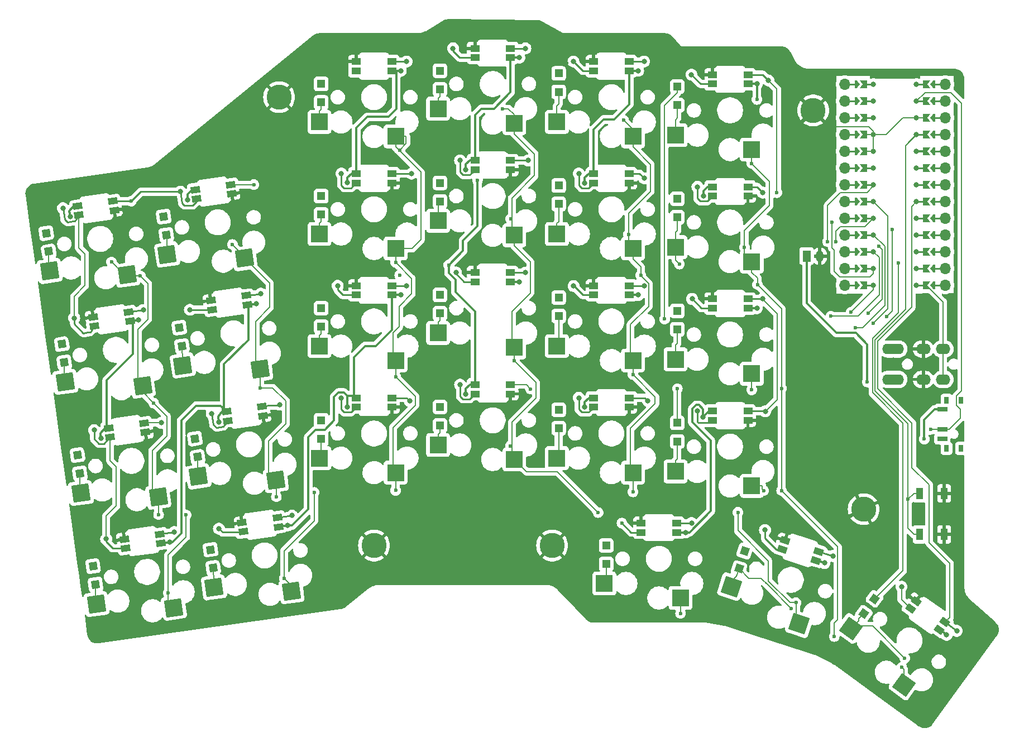
<source format=gbr>
%TF.GenerationSoftware,KiCad,Pcbnew,8.0.7-8.0.7-0~ubuntu24.04.1*%
%TF.CreationDate,2025-01-01T23:44:26+01:00*%
%TF.ProjectId,speedy-o_north-face-finished-extended_VCC,73706565-6479-42d6-9f5f-6e6f7274682d,v1.0.0*%
%TF.SameCoordinates,Original*%
%TF.FileFunction,Copper,L2,Bot*%
%TF.FilePolarity,Positive*%
%FSLAX46Y46*%
G04 Gerber Fmt 4.6, Leading zero omitted, Abs format (unit mm)*
G04 Created by KiCad (PCBNEW 8.0.7-8.0.7-0~ubuntu24.04.1) date 2025-01-01 23:44:26*
%MOMM*%
%LPD*%
G01*
G04 APERTURE LIST*
G04 Aperture macros list*
%AMRotRect*
0 Rectangle, with rotation*
0 The origin of the aperture is its center*
0 $1 length*
0 $2 width*
0 $3 Rotation angle, in degrees counterclockwise*
0 Add horizontal line*
21,1,$1,$2,0,0,$3*%
%AMFreePoly0*
4,1,6,0.250000,0.000000,-0.250000,-0.625000,-0.500000,-0.625000,-0.500000,0.625000,-0.250000,0.625000,0.250000,0.000000,0.250000,0.000000,$1*%
%AMFreePoly1*
4,1,6,0.500000,-0.625000,-0.650000,-0.625000,-0.150000,0.000000,-0.650000,0.625000,0.500000,0.625000,0.500000,-0.625000,0.500000,-0.625000,$1*%
G04 Aperture macros list end*
%TA.AperFunction,ComponentPad*%
%ADD10R,1.200000X1.200000*%
%TD*%
%TA.AperFunction,ComponentPad*%
%ADD11RotRect,1.200000X1.200000X278.000000*%
%TD*%
%TA.AperFunction,SMDPad,CuDef*%
%ADD12R,2.600000X2.600000*%
%TD*%
%TA.AperFunction,ComponentPad*%
%ADD13O,2.200000X1.600000*%
%TD*%
%TA.AperFunction,ComponentPad*%
%ADD14C,3.800000*%
%TD*%
%TA.AperFunction,SMDPad,CuDef*%
%ADD15RotRect,2.600000X2.600000X144.000000*%
%TD*%
%TA.AperFunction,ComponentPad*%
%ADD16RotRect,1.200000X1.200000X252.000000*%
%TD*%
%TA.AperFunction,ComponentPad*%
%ADD17R,1.200000X1.700000*%
%TD*%
%TA.AperFunction,ComponentPad*%
%ADD18O,1.200000X1.700000*%
%TD*%
%TA.AperFunction,SMDPad,CuDef*%
%ADD19RotRect,2.600000X2.600000X188.000000*%
%TD*%
%TA.AperFunction,SMDPad,CuDef*%
%ADD20R,1.100000X1.800000*%
%TD*%
%TA.AperFunction,ComponentPad*%
%ADD21O,1.700000X1.700000*%
%TD*%
%TA.AperFunction,SMDPad,CuDef*%
%ADD22FreePoly0,0.000000*%
%TD*%
%TA.AperFunction,SMDPad,CuDef*%
%ADD23FreePoly1,0.000000*%
%TD*%
%TA.AperFunction,ComponentPad*%
%ADD24C,0.800000*%
%TD*%
%TA.AperFunction,SMDPad,CuDef*%
%ADD25FreePoly1,180.000000*%
%TD*%
%TA.AperFunction,SMDPad,CuDef*%
%ADD26FreePoly0,180.000000*%
%TD*%
%TA.AperFunction,SMDPad,CuDef*%
%ADD27RotRect,2.600000X2.600000X162.000000*%
%TD*%
%TA.AperFunction,ComponentPad*%
%ADD28RotRect,1.200000X1.200000X234.000000*%
%TD*%
%TA.AperFunction,SMDPad,CuDef*%
%ADD29R,0.800000X1.000000*%
%TD*%
%TA.AperFunction,SMDPad,CuDef*%
%ADD30R,1.500000X0.700000*%
%TD*%
%TA.AperFunction,SMDPad,CuDef*%
%ADD31R,1.400000X1.000000*%
%TD*%
%TA.AperFunction,SMDPad,CuDef*%
%ADD32RotRect,1.400000X1.000000X188.000000*%
%TD*%
%TA.AperFunction,SMDPad,CuDef*%
%ADD33RotRect,1.400000X1.000000X342.000000*%
%TD*%
%TA.AperFunction,SMDPad,CuDef*%
%ADD34RotRect,1.400000X1.000000X324.000000*%
%TD*%
%TA.AperFunction,SMDPad,CuDef*%
%ADD35RotRect,1.400000X1.000000X8.000000*%
%TD*%
%TA.AperFunction,ViaPad*%
%ADD36C,0.800000*%
%TD*%
%TA.AperFunction,ViaPad*%
%ADD37C,0.600000*%
%TD*%
%TA.AperFunction,Conductor*%
%ADD38C,0.200000*%
%TD*%
%TA.AperFunction,Conductor*%
%ADD39C,0.300000*%
%TD*%
%TA.AperFunction,Conductor*%
%ADD40C,0.250000*%
%TD*%
G04 APERTURE END LIST*
D10*
%TO.P,D20,1*%
%TO.N,P9*%
X126413100Y-76006300D03*
%TO.P,D20,2*%
%TO.N,main_ring_num*%
X126413100Y-78806300D03*
%TD*%
%TO.P,D3,1*%
%TO.N,P8*%
X162413100Y-91406300D03*
%TO.P,D3,2*%
%TO.N,main_index_top*%
X162413100Y-94206300D03*
%TD*%
D11*
%TO.P,D13,1*%
%TO.N,P16*%
X109624358Y-146627725D03*
%TO.P,D13,2*%
%TO.N,main_pinky_bottom*%
X110014042Y-149400475D03*
%TD*%
D12*
%TO.P,S15,1*%
%TO.N,P18*%
X155688100Y-98956300D03*
%TO.P,S15,2*%
%TO.N,main_middle_top*%
X144138100Y-96756300D03*
%TD*%
D10*
%TO.P,D4,1*%
%TO.N,P9*%
X162413100Y-74406300D03*
%TO.P,D4,2*%
%TO.N,main_index_num*%
X162413100Y-77206300D03*
%TD*%
%TO.P,D1,1*%
%TO.N,P6*%
X162413100Y-125406300D03*
%TO.P,D1,2*%
%TO.N,main_index_bottom*%
X162413100Y-128206300D03*
%TD*%
D13*
%TO.P,TRRS,1*%
%TO.N,N/C*%
X212613100Y-116206300D03*
X212613100Y-120806300D03*
%TO.P,TRRS,2*%
%TO.N,VCC*%
X213713100Y-116206300D03*
X213713100Y-120806300D03*
%TO.P,TRRS,3*%
%TO.N,GND*%
X217713100Y-116206300D03*
X217713100Y-120806300D03*
%TO.P,TRRS,4*%
%TO.N,P10*%
X220713100Y-116206300D03*
X220713100Y-120806300D03*
%TD*%
D12*
%TO.P,S13,1*%
%TO.N,P18*%
X155688100Y-132956300D03*
%TO.P,S13,2*%
%TO.N,main_middle_bottom*%
X144138100Y-130756300D03*
%TD*%
D14*
%TO.P,H1,*%
%TO.N,GND*%
X120013100Y-78006300D03*
%TD*%
D10*
%TO.P,D22,1*%
%TO.N,P7*%
X144413100Y-108006300D03*
%TO.P,D22,2*%
%TO.N,main_middle_home*%
X144413100Y-110806300D03*
%TD*%
%TO.P,D19,1*%
%TO.N,P8*%
X126413100Y-93006300D03*
%TO.P,D19,2*%
%TO.N,main_ring_top*%
X126413100Y-95806300D03*
%TD*%
D15*
%TO.P,S27,1*%
%TO.N,P14*%
X214765308Y-167144948D03*
%TO.P,S27,2*%
%TO.N,thumb_inner_home*%
X206714290Y-158576191D03*
%TD*%
D12*
%TO.P,S12,1*%
%TO.N,P5*%
X137688100Y-83956300D03*
%TO.P,S12,2*%
%TO.N,main_ring_num*%
X126138100Y-81756300D03*
%TD*%
D11*
%TO.P,D12,1*%
%TO.N,P8*%
X84701658Y-98629225D03*
%TO.P,D12,2*%
%TO.N,main_outer_num*%
X85091342Y-101401975D03*
%TD*%
D14*
%TO.P,H5,*%
%TO.N,GND*%
X201013100Y-80006300D03*
%TD*%
D12*
%TO.P,S22,1*%
%TO.N,P14*%
X191688100Y-119956300D03*
%TO.P,S22,2*%
%TO.N,main_inner_home*%
X180138100Y-117756300D03*
%TD*%
D10*
%TO.P,D23,1*%
%TO.N,P8*%
X144413100Y-91006300D03*
%TO.P,D23,2*%
%TO.N,main_middle_top*%
X144413100Y-93806300D03*
%TD*%
D12*
%TO.P,S11,1*%
%TO.N,P5*%
X137688100Y-100956300D03*
%TO.P,S11,2*%
%TO.N,main_ring_top*%
X126138100Y-98756300D03*
%TD*%
D10*
%TO.P,D18,1*%
%TO.N,P7*%
X126413100Y-110006300D03*
%TO.P,D18,2*%
%TO.N,main_ring_home*%
X126413100Y-112806300D03*
%TD*%
D16*
%TO.P,D26,1*%
%TO.N,P16*%
X190622724Y-146832021D03*
%TO.P,D26,2*%
%TO.N,thumb_home_home*%
X189757476Y-149494979D03*
%TD*%
D17*
%TO.P,JST2,1*%
%TO.N,pos*%
X200013100Y-102106300D03*
D18*
%TO.P,JST2,2*%
%TO.N,GND*%
X202013100Y-102106300D03*
%TD*%
D12*
%TO.P,S19,1*%
%TO.N,P15*%
X173688100Y-100956300D03*
%TO.P,S19,2*%
%TO.N,main_index_top*%
X162138100Y-98756300D03*
%TD*%
D10*
%TO.P,D6,1*%
%TO.N,P7*%
X180413100Y-110406300D03*
%TO.P,D6,2*%
%TO.N,main_inner_home*%
X180413100Y-113206300D03*
%TD*%
%TO.P,D5,1*%
%TO.N,P6*%
X180413100Y-127406300D03*
%TO.P,D5,2*%
%TO.N,main_inner_bottom*%
X180413100Y-130206300D03*
%TD*%
D11*
%TO.P,D14,1*%
%TO.N,P6*%
X107258358Y-129793225D03*
%TO.P,D14,2*%
%TO.N,main_pinky_home*%
X107648042Y-132565975D03*
%TD*%
D12*
%TO.P,S25,1*%
%TO.N,P18*%
X180888100Y-153956300D03*
%TO.P,S25,2*%
%TO.N,thumb_outer_home*%
X169338100Y-151756300D03*
%TD*%
%TO.P,S16,1*%
%TO.N,P18*%
X155688100Y-81956300D03*
%TO.P,S16,2*%
%TO.N,main_middle_num*%
X144138100Y-79756300D03*
%TD*%
D10*
%TO.P,D21,1*%
%TO.N,P6*%
X144413100Y-125006300D03*
%TO.P,D21,2*%
%TO.N,main_middle_bottom*%
X144413100Y-127806300D03*
%TD*%
D12*
%TO.P,S23,1*%
%TO.N,P14*%
X191688100Y-102956300D03*
%TO.P,S23,2*%
%TO.N,main_inner_top*%
X180138100Y-100756300D03*
%TD*%
D11*
%TO.P,D16,1*%
%TO.N,P8*%
X102526458Y-96124025D03*
%TO.P,D16,2*%
%TO.N,main_pinky_num*%
X102916142Y-98896775D03*
%TD*%
D10*
%TO.P,D25,1*%
%TO.N,P16*%
X169613100Y-146006300D03*
%TO.P,D25,2*%
%TO.N,thumb_outer_home*%
X169613100Y-148806300D03*
%TD*%
%TO.P,D7,1*%
%TO.N,P8*%
X180413100Y-93406300D03*
%TO.P,D7,2*%
%TO.N,main_inner_top*%
X180413100Y-96206300D03*
%TD*%
D19*
%TO.P,S4,1*%
%TO.N,P3*%
X96973408Y-104932603D03*
%TO.P,S4,2*%
%TO.N,main_outer_num*%
X85229631Y-104361463D03*
%TD*%
D12*
%TO.P,S24,1*%
%TO.N,P14*%
X191688100Y-85956300D03*
%TO.P,S24,2*%
%TO.N,main_inner_num*%
X180138100Y-83756300D03*
%TD*%
D10*
%TO.P,D8,1*%
%TO.N,P9*%
X180413100Y-76406300D03*
%TO.P,D8,2*%
%TO.N,main_inner_num*%
X180413100Y-79206300D03*
%TD*%
D12*
%TO.P,S20,1*%
%TO.N,P15*%
X173688100Y-83956300D03*
%TO.P,S20,2*%
%TO.N,main_index_num*%
X162138100Y-81756300D03*
%TD*%
D14*
%TO.P,H3,*%
%TO.N,GND*%
X161413100Y-146006300D03*
%TD*%
D12*
%TO.P,S21,1*%
%TO.N,P14*%
X191688100Y-136956300D03*
%TO.P,S21,2*%
%TO.N,main_inner_bottom*%
X180138100Y-134756300D03*
%TD*%
D17*
%TO.P,JST1,1*%
%TO.N,pos*%
X200013100Y-102106300D03*
D18*
%TO.P,JST1,2*%
%TO.N,GND*%
X202013100Y-102106300D03*
%TD*%
D11*
%TO.P,D9,1*%
%TO.N,P16*%
X91799558Y-149132825D03*
%TO.P,D9,2*%
%TO.N,main_outer_bottom*%
X92189242Y-151905575D03*
%TD*%
D12*
%TO.P,S10,1*%
%TO.N,P5*%
X137688100Y-117956300D03*
%TO.P,S10,2*%
%TO.N,main_ring_home*%
X126138100Y-115756300D03*
%TD*%
D14*
%TO.P,H2,*%
%TO.N,GND*%
X134413100Y-146006300D03*
%TD*%
D19*
%TO.P,S8,1*%
%TO.N,P4*%
X114798208Y-102427503D03*
%TO.P,S8,2*%
%TO.N,main_pinky_num*%
X103054431Y-101856363D03*
%TD*%
D20*
%TO.P,B2,1*%
%TO.N,GND*%
X220863100Y-138106300D03*
X220863100Y-144306300D03*
%TO.P,B2,2*%
%TO.N,RST*%
X217163100Y-138106300D03*
X217163100Y-144306300D03*
%TD*%
D12*
%TO.P,S18,1*%
%TO.N,P15*%
X173688100Y-117956300D03*
%TO.P,S18,2*%
%TO.N,main_index_home*%
X162138100Y-115756300D03*
%TD*%
D11*
%TO.P,D15,1*%
%TO.N,P7*%
X104892458Y-112958625D03*
%TO.P,D15,2*%
%TO.N,main_pinky_top*%
X105282142Y-115731375D03*
%TD*%
D10*
%TO.P,D24,1*%
%TO.N,P9*%
X144413100Y-74006300D03*
%TO.P,D24,2*%
%TO.N,main_middle_num*%
X144413100Y-76806300D03*
%TD*%
D14*
%TO.P,H4,*%
%TO.N,GND*%
X208663400Y-140496900D03*
%TD*%
D21*
%TO.P,pm,0*%
%TO.N,_1_0*%
X205793100Y-76036300D03*
D22*
X207793100Y-76036300D03*
D23*
%TO.N,B-*%
X208638100Y-76036300D03*
D24*
X210151100Y-76036300D03*
D21*
%TO.P,pm,1*%
%TO.N,_1_1*%
X205793100Y-78576300D03*
D22*
X207793100Y-78576300D03*
D23*
%TO.N,P1*%
X208638100Y-78576300D03*
D24*
X210151100Y-78576300D03*
D21*
%TO.P,pm,2*%
%TO.N,_1_2*%
X205793100Y-81116300D03*
D22*
X207793100Y-81116300D03*
D23*
%TO.N,P0*%
X208638100Y-81116300D03*
D24*
X210151100Y-81116300D03*
D21*
%TO.P,pm,3*%
%TO.N,_1_3*%
X205793100Y-83656300D03*
D22*
X207793100Y-83656300D03*
D23*
%TO.N,GND*%
X208638100Y-83656300D03*
D24*
X210151100Y-83656300D03*
D21*
%TO.P,pm,4*%
%TO.N,_1_4*%
X205793100Y-86196300D03*
D22*
X207793100Y-86196300D03*
D23*
%TO.N,GND*%
X208638100Y-86196300D03*
D24*
X210151100Y-86196300D03*
D21*
%TO.P,pm,5*%
%TO.N,_1_5*%
X205793100Y-88736300D03*
D22*
X207793100Y-88736300D03*
D23*
%TO.N,P2*%
X208638100Y-88736300D03*
D24*
X210151100Y-88736300D03*
D21*
%TO.P,pm,6*%
%TO.N,_1_6*%
X205793100Y-91276300D03*
D22*
X207793100Y-91276300D03*
D23*
%TO.N,P3*%
X208638100Y-91276300D03*
D24*
X210151100Y-91276300D03*
D21*
%TO.P,pm,7*%
%TO.N,_1_7*%
X205793100Y-93816300D03*
D22*
X207793100Y-93816300D03*
D23*
%TO.N,P4*%
X208638100Y-93816300D03*
D24*
X210151100Y-93816300D03*
D21*
%TO.P,pm,8*%
%TO.N,_1_8*%
X205793100Y-96356300D03*
D22*
X207793100Y-96356300D03*
D23*
%TO.N,P5*%
X208638100Y-96356300D03*
D24*
X210151100Y-96356300D03*
D21*
%TO.P,pm,9*%
%TO.N,_1_9*%
X205793100Y-98896300D03*
D22*
X207793100Y-98896300D03*
D23*
%TO.N,P6*%
X208638100Y-98896300D03*
D24*
X210151100Y-98896300D03*
D21*
%TO.P,pm,10*%
%TO.N,_1_10*%
X205793100Y-101436300D03*
D22*
X207793100Y-101436300D03*
D23*
%TO.N,P7*%
X208638100Y-101436300D03*
D24*
X210151100Y-101436300D03*
D21*
%TO.P,pm,11*%
%TO.N,_1_11*%
X205793100Y-103976300D03*
D22*
X207793100Y-103976300D03*
D23*
%TO.N,P8*%
X208638100Y-103976300D03*
D24*
X210151100Y-103976300D03*
D21*
%TO.P,pm,12*%
%TO.N,_1_12*%
X205793100Y-106516300D03*
D22*
X207793100Y-106516300D03*
D23*
%TO.N,P9*%
X208638100Y-106516300D03*
D24*
X210151100Y-106516300D03*
%TO.P,pm,13*%
%TO.N,P10*%
X216675100Y-106516300D03*
D25*
X218188100Y-106516300D03*
D26*
%TO.N,_1_13*%
X219033100Y-106516300D03*
D21*
X221033100Y-106516300D03*
D24*
%TO.P,pm,14*%
%TO.N,P16*%
X216675100Y-103976300D03*
D25*
X218188100Y-103976300D03*
D26*
%TO.N,_1_14*%
X219033100Y-103976300D03*
D21*
X221033100Y-103976300D03*
D24*
%TO.P,pm,15*%
%TO.N,P14*%
X216675100Y-101436300D03*
D25*
X218188100Y-101436300D03*
D26*
%TO.N,_1_15*%
X219033100Y-101436300D03*
D21*
X221033100Y-101436300D03*
D24*
%TO.P,pm,16*%
%TO.N,P15*%
X216675100Y-98896300D03*
D25*
X218188100Y-98896300D03*
D26*
%TO.N,_1_16*%
X219033100Y-98896300D03*
D21*
X221033100Y-98896300D03*
D24*
%TO.P,pm,17*%
%TO.N,P18*%
X216675100Y-96356300D03*
D25*
X218188100Y-96356300D03*
D26*
%TO.N,_1_17*%
X219033100Y-96356300D03*
D21*
X221033100Y-96356300D03*
D24*
%TO.P,pm,18*%
%TO.N,P19*%
X216675100Y-93816300D03*
D25*
X218188100Y-93816300D03*
D26*
%TO.N,_1_18*%
X219033100Y-93816300D03*
D21*
X221033100Y-93816300D03*
D24*
%TO.P,pm,19*%
%TO.N,P20*%
X216675100Y-91276300D03*
D25*
X218188100Y-91276300D03*
D26*
%TO.N,_1_19*%
X219033100Y-91276300D03*
D21*
X221033100Y-91276300D03*
D24*
%TO.P,pm,20*%
%TO.N,P21*%
X216675100Y-88736300D03*
D25*
X218188100Y-88736300D03*
D26*
%TO.N,_1_20*%
X219033100Y-88736300D03*
D21*
X221033100Y-88736300D03*
D24*
%TO.P,pm,21*%
%TO.N,VCC*%
X216675100Y-86196300D03*
D25*
X218188100Y-86196300D03*
D26*
%TO.N,_1_21*%
X219033100Y-86196300D03*
D21*
X221033100Y-86196300D03*
D24*
%TO.P,pm,22*%
%TO.N,RST*%
X216675100Y-83656300D03*
D25*
X218188100Y-83656300D03*
D26*
%TO.N,_1_22*%
X219033100Y-83656300D03*
D21*
X221033100Y-83656300D03*
D24*
%TO.P,pm,23*%
%TO.N,GND*%
X216675100Y-81116300D03*
D25*
X218188100Y-81116300D03*
D26*
%TO.N,_1_23*%
X219033100Y-81116300D03*
D21*
X221033100Y-81116300D03*
D24*
%TO.P,pm,24*%
%TO.N,RAW*%
X216675100Y-78576300D03*
D25*
X218188100Y-78576300D03*
D26*
%TO.N,_1_24*%
X219033100Y-78576300D03*
D21*
X221033100Y-78576300D03*
D24*
%TO.P,pm,25*%
%TO.N,B+*%
X216675100Y-76036300D03*
D25*
X218188100Y-76036300D03*
D26*
%TO.N,_1_25*%
X219033100Y-76036300D03*
D21*
X221033100Y-76036300D03*
%TD*%
D27*
%TO.P,S26,1*%
%TO.N,P15*%
X198889159Y-157877117D03*
%TO.P,S26,2*%
%TO.N,thumb_home_home*%
X188584294Y-152215646D03*
%TD*%
D10*
%TO.P,D17,1*%
%TO.N,P6*%
X126413100Y-127006300D03*
%TO.P,D17,2*%
%TO.N,main_ring_bottom*%
X126413100Y-129806300D03*
%TD*%
D12*
%TO.P,S14,1*%
%TO.N,P18*%
X155688100Y-115956300D03*
%TO.P,S14,2*%
%TO.N,main_middle_home*%
X144138100Y-113756300D03*
%TD*%
D19*
%TO.P,S2,1*%
%TO.N,P3*%
X101705308Y-138601703D03*
%TO.P,S2,2*%
%TO.N,main_outer_home*%
X89961531Y-138030563D03*
%TD*%
D12*
%TO.P,S9,1*%
%TO.N,P5*%
X137688100Y-134956300D03*
%TO.P,S9,2*%
%TO.N,main_ring_bottom*%
X126138100Y-132756300D03*
%TD*%
D11*
%TO.P,D10,1*%
%TO.N,P6*%
X89433558Y-132298325D03*
%TO.P,D10,2*%
%TO.N,main_outer_home*%
X89823242Y-135071075D03*
%TD*%
%TO.P,D11,1*%
%TO.N,P7*%
X87067658Y-115463725D03*
%TO.P,D11,2*%
%TO.N,main_outer_top*%
X87457342Y-118236475D03*
%TD*%
D19*
%TO.P,S7,1*%
%TO.N,P4*%
X117164108Y-119262103D03*
%TO.P,S7,2*%
%TO.N,main_pinky_top*%
X105420331Y-118690963D03*
%TD*%
%TO.P,S1,1*%
%TO.N,P3*%
X104071208Y-155436303D03*
%TO.P,S1,2*%
%TO.N,main_outer_bottom*%
X92327431Y-154865163D03*
%TD*%
D28*
%TO.P,D27,1*%
%TO.N,P16*%
X210316599Y-154085976D03*
%TO.P,D27,2*%
%TO.N,thumb_inner_home*%
X208670801Y-156351224D03*
%TD*%
D10*
%TO.P,D2,1*%
%TO.N,P7*%
X162413100Y-108406300D03*
%TO.P,D2,2*%
%TO.N,main_index_home*%
X162413100Y-111206300D03*
%TD*%
D19*
%TO.P,S6,1*%
%TO.N,P4*%
X119530108Y-136096603D03*
%TO.P,S6,2*%
%TO.N,main_pinky_home*%
X107786331Y-135525463D03*
%TD*%
D29*
%TO.P,T1,*%
%TO.N,*%
X221233100Y-131256300D03*
X223443100Y-131256300D03*
D30*
X220583100Y-129856300D03*
D29*
X221233100Y-123956300D03*
X223443100Y-123956300D03*
D30*
%TO.P,T1,1*%
%TO.N,pos*%
X220583100Y-125356300D03*
%TO.P,T1,2*%
%TO.N,RAW*%
X220583100Y-128356300D03*
%TD*%
D19*
%TO.P,S5,1*%
%TO.N,P4*%
X121896008Y-152931203D03*
%TO.P,S5,2*%
%TO.N,main_pinky_bottom*%
X110152231Y-152360063D03*
%TD*%
%TO.P,S3,1*%
%TO.N,P3*%
X99339308Y-121767203D03*
%TO.P,S3,2*%
%TO.N,main_outer_top*%
X87595531Y-121196063D03*
%TD*%
D12*
%TO.P,S17,1*%
%TO.N,P15*%
X173688100Y-134956300D03*
%TO.P,S17,2*%
%TO.N,main_index_bottom*%
X162138100Y-132756300D03*
%TD*%
D31*
%TO.P,LED24,1*%
%TO.N,VCC*%
X191113100Y-76006300D03*
%TO.P,LED24,2*%
%TO.N,rgb_main_inner_num*%
X191113100Y-74606300D03*
%TO.P,LED24,3*%
%TO.N,GND*%
X185713100Y-74606300D03*
%TO.P,LED24,4*%
%TO.N,rgb_main_index_num*%
X185713100Y-76006300D03*
%TD*%
%TO.P,LED14,1*%
%TO.N,VCC*%
X155113100Y-106006300D03*
%TO.P,LED14,2*%
%TO.N,rgb_main_middle_home*%
X155113100Y-104606300D03*
%TO.P,LED14,3*%
%TO.N,GND*%
X149713100Y-104606300D03*
%TO.P,LED14,4*%
%TO.N,rgb_main_ring_home*%
X149713100Y-106006300D03*
%TD*%
D32*
%TO.P,LED8,1*%
%TO.N,VCC*%
X107301755Y-92019580D03*
%TO.P,LED8,2*%
%TO.N,rgb_main_pinky_num*%
X107496597Y-93405955D03*
%TO.P,LED8,3*%
%TO.N,GND*%
X112844045Y-92654420D03*
%TO.P,LED8,4*%
%TO.N,rgb_main_ring_top*%
X112649203Y-91268045D03*
%TD*%
D31*
%TO.P,LED23,1*%
%TO.N,VCC*%
X185713100Y-91606300D03*
%TO.P,LED23,2*%
%TO.N,rgb_main_inner_top*%
X185713100Y-93006300D03*
%TO.P,LED23,3*%
%TO.N,GND*%
X191113100Y-93006300D03*
%TO.P,LED23,4*%
%TO.N,rgb_main_inner_num*%
X191113100Y-91606300D03*
%TD*%
D32*
%TO.P,LED6,1*%
%TO.N,VCC*%
X112033655Y-125688680D03*
%TO.P,LED6,2*%
%TO.N,rgb_main_pinky_home*%
X112228497Y-127075055D03*
%TO.P,LED6,3*%
%TO.N,GND*%
X117575945Y-126323520D03*
%TO.P,LED6,4*%
%TO.N,rgb_main_ring_bottom*%
X117381103Y-124937145D03*
%TD*%
D31*
%TO.P,LED10,1*%
%TO.N,VCC*%
X137113100Y-108006300D03*
%TO.P,LED10,2*%
%TO.N,rgb_main_ring_home*%
X137113100Y-106606300D03*
%TO.P,LED10,3*%
%TO.N,GND*%
X131713100Y-106606300D03*
%TO.P,LED10,4*%
%TO.N,rgb_main_pinky_top*%
X131713100Y-108006300D03*
%TD*%
%TO.P,LED15,1*%
%TO.N,VCC*%
X149713100Y-87606300D03*
%TO.P,LED15,2*%
%TO.N,rgb_main_middle_top*%
X149713100Y-89006300D03*
%TO.P,LED15,3*%
%TO.N,GND*%
X155113100Y-89006300D03*
%TO.P,LED15,4*%
%TO.N,rgb_main_index_top*%
X155113100Y-87606300D03*
%TD*%
%TO.P,LED13,1*%
%TO.N,VCC*%
X149713100Y-121606300D03*
%TO.P,LED13,2*%
%TO.N,rgb_main_middle_bottom*%
X149713100Y-123006300D03*
%TO.P,LED13,3*%
%TO.N,GND*%
X155113100Y-123006300D03*
%TO.P,LED13,4*%
%TO.N,rgb_main_index_bottom*%
X155113100Y-121606300D03*
%TD*%
D33*
%TO.P,LED26,1*%
%TO.N,VCC*%
X201417041Y-148236384D03*
%TO.P,LED26,2*%
%TO.N,rgb_thumb_home_home*%
X201849664Y-146904906D03*
%TO.P,LED26,3*%
%TO.N,GND*%
X196713959Y-145236216D03*
%TO.P,LED26,4*%
%TO.N,rgb_thumb_outer_home*%
X196281336Y-146567694D03*
%TD*%
D34*
%TO.P,LED27,1*%
%TO.N,VCC*%
X220148596Y-158757232D03*
%TO.P,LED27,2*%
%TO.N,P19*%
X220971496Y-157624608D03*
%TO.P,LED27,3*%
%TO.N,GND*%
X216602804Y-154450568D03*
%TO.P,LED27,4*%
%TO.N,rgb_thumb_home_home*%
X215779904Y-155583192D03*
%TD*%
D31*
%TO.P,LED21,1*%
%TO.N,VCC*%
X185713100Y-125606300D03*
%TO.P,LED21,2*%
%TO.N,rgb_main_inner_bottom*%
X185713100Y-127006300D03*
%TO.P,LED21,3*%
%TO.N,GND*%
X191113100Y-127006300D03*
%TO.P,LED21,4*%
%TO.N,rgb_main_inner_home*%
X191113100Y-125606300D03*
%TD*%
D35*
%TO.P,LED5,1*%
%TO.N,VCC*%
X119941845Y-143158020D03*
%TO.P,LED5,2*%
%TO.N,rgb_main_pinky_bottom*%
X119747003Y-141771645D03*
%TO.P,LED5,3*%
%TO.N,GND*%
X114399555Y-142523180D03*
%TO.P,LED5,4*%
%TO.N,rgb_main_outer_bottom*%
X114594397Y-143909555D03*
%TD*%
D31*
%TO.P,LED17,1*%
%TO.N,VCC*%
X167713100Y-123606300D03*
%TO.P,LED17,2*%
%TO.N,rgb_main_index_bottom*%
X167713100Y-125006300D03*
%TO.P,LED17,3*%
%TO.N,GND*%
X173113100Y-125006300D03*
%TO.P,LED17,4*%
%TO.N,rgb_main_inner_bottom*%
X173113100Y-123606300D03*
%TD*%
%TO.P,LED9,1*%
%TO.N,VCC*%
X131713100Y-123606300D03*
%TO.P,LED9,2*%
%TO.N,rgb_main_ring_bottom*%
X131713100Y-125006300D03*
%TO.P,LED9,3*%
%TO.N,GND*%
X137113100Y-125006300D03*
%TO.P,LED9,4*%
%TO.N,rgb_main_middle_bottom*%
X137113100Y-123606300D03*
%TD*%
%TO.P,LED19,1*%
%TO.N,VCC*%
X167713100Y-89606300D03*
%TO.P,LED19,2*%
%TO.N,rgb_main_index_top*%
X167713100Y-91006300D03*
%TO.P,LED19,3*%
%TO.N,GND*%
X173113100Y-91006300D03*
%TO.P,LED19,4*%
%TO.N,rgb_main_inner_top*%
X173113100Y-89606300D03*
%TD*%
%TO.P,LED18,1*%
%TO.N,VCC*%
X173113100Y-108006300D03*
%TO.P,LED18,2*%
%TO.N,rgb_main_index_home*%
X173113100Y-106606300D03*
%TO.P,LED18,3*%
%TO.N,GND*%
X167713100Y-106606300D03*
%TO.P,LED18,4*%
%TO.N,rgb_main_middle_home*%
X167713100Y-108006300D03*
%TD*%
%TO.P,LED25,1*%
%TO.N,VCC*%
X180313100Y-144006300D03*
%TO.P,LED25,2*%
%TO.N,rgb_thumb_outer_home*%
X180313100Y-142606300D03*
%TO.P,LED25,3*%
%TO.N,GND*%
X174913100Y-142606300D03*
%TO.P,LED25,4*%
%TO.N,rgb_main_pinky_bottom*%
X174913100Y-144006300D03*
%TD*%
%TO.P,LED12,1*%
%TO.N,VCC*%
X137113100Y-74006300D03*
%TO.P,LED12,2*%
%TO.N,rgb_main_ring_num*%
X137113100Y-72606300D03*
%TO.P,LED12,3*%
%TO.N,GND*%
X131713100Y-72606300D03*
%TO.P,LED12,4*%
%TO.N,N/C*%
X131713100Y-74006300D03*
%TD*%
%TO.P,LED16,1*%
%TO.N,VCC*%
X155113100Y-72006300D03*
%TO.P,LED16,2*%
%TO.N,rgb_main_middle_num*%
X155113100Y-70606300D03*
%TO.P,LED16,3*%
%TO.N,GND*%
X149713100Y-70606300D03*
%TO.P,LED16,4*%
%TO.N,rgb_main_ring_num*%
X149713100Y-72006300D03*
%TD*%
%TO.P,LED11,1*%
%TO.N,VCC*%
X131713100Y-89606300D03*
%TO.P,LED11,2*%
%TO.N,rgb_main_ring_top*%
X131713100Y-91006300D03*
%TO.P,LED11,3*%
%TO.N,GND*%
X137113100Y-91006300D03*
%TO.P,LED11,4*%
%TO.N,rgb_main_middle_top*%
X137113100Y-89606300D03*
%TD*%
D35*
%TO.P,LED7,1*%
%TO.N,VCC*%
X115209945Y-109488920D03*
%TO.P,LED7,2*%
%TO.N,rgb_main_pinky_top*%
X115015103Y-108102545D03*
%TO.P,LED7,3*%
%TO.N,GND*%
X109667655Y-108854080D03*
%TO.P,LED7,4*%
%TO.N,rgb_main_outer_top*%
X109862497Y-110240455D03*
%TD*%
%TO.P,LED3,1*%
%TO.N,VCC*%
X97385145Y-111994020D03*
%TO.P,LED3,2*%
%TO.N,rgb_main_outer_top*%
X97190303Y-110607645D03*
%TO.P,LED3,3*%
%TO.N,GND*%
X91842855Y-111359180D03*
%TO.P,LED3,4*%
%TO.N,rgb_main_outer_num*%
X92037697Y-112745555D03*
%TD*%
D31*
%TO.P,LED22,1*%
%TO.N,VCC*%
X191113100Y-110006300D03*
%TO.P,LED22,2*%
%TO.N,rgb_main_inner_home*%
X191113100Y-108606300D03*
%TO.P,LED22,3*%
%TO.N,GND*%
X185713100Y-108606300D03*
%TO.P,LED22,4*%
%TO.N,rgb_main_index_home*%
X185713100Y-110006300D03*
%TD*%
D35*
%TO.P,LED1,1*%
%TO.N,VCC*%
X102117045Y-145663120D03*
%TO.P,LED1,2*%
%TO.N,rgb_main_outer_bottom*%
X101922203Y-144276745D03*
%TO.P,LED1,3*%
%TO.N,GND*%
X96574755Y-145028280D03*
%TO.P,LED1,4*%
%TO.N,rgb_main_outer_home*%
X96769597Y-146414655D03*
%TD*%
D32*
%TO.P,LED4,1*%
%TO.N,VCC*%
X89476955Y-94524680D03*
%TO.P,LED4,2*%
%TO.N,rgb_main_outer_num*%
X89671797Y-95911055D03*
%TO.P,LED4,3*%
%TO.N,GND*%
X95019245Y-95159520D03*
%TO.P,LED4,4*%
%TO.N,rgb_main_pinky_num*%
X94824403Y-93773145D03*
%TD*%
%TO.P,LED2,1*%
%TO.N,VCC*%
X94208755Y-128193780D03*
%TO.P,LED2,2*%
%TO.N,rgb_main_outer_home*%
X94403597Y-129580155D03*
%TO.P,LED2,3*%
%TO.N,GND*%
X99751045Y-128828620D03*
%TO.P,LED2,4*%
%TO.N,rgb_main_pinky_home*%
X99556203Y-127442245D03*
%TD*%
D31*
%TO.P,LED20,1*%
%TO.N,VCC*%
X173113100Y-74006300D03*
%TO.P,LED20,2*%
%TO.N,rgb_main_index_num*%
X173113100Y-72606300D03*
%TO.P,LED20,3*%
%TO.N,GND*%
X167713100Y-72606300D03*
%TO.P,LED20,4*%
%TO.N,rgb_main_middle_num*%
X167713100Y-74006300D03*
%TD*%
D36*
%TO.N,VCC*%
X184300000Y-126500000D03*
X192473000Y-76006300D03*
X148353000Y-89006300D03*
X148353000Y-123006000D03*
D37*
X150107500Y-90600000D03*
D36*
X166353000Y-91006300D03*
X121289000Y-142969000D03*
X138473000Y-108006000D03*
X174473000Y-108006000D03*
X103464000Y-145474000D03*
X184353000Y-93006300D03*
D37*
X145750000Y-103450000D03*
D36*
X156473000Y-72006300D03*
X130353000Y-125006000D03*
X130400000Y-91000000D03*
X93056900Y-129769000D03*
X156473000Y-106006000D03*
X174473000Y-74006300D03*
X221249000Y-159557000D03*
X181673000Y-144006000D03*
X192473000Y-110006000D03*
X98731900Y-111805000D03*
X110882000Y-127264000D03*
D37*
X138314300Y-105000000D03*
D36*
X116557000Y-109300000D03*
X106150000Y-93595200D03*
X202711000Y-148657000D03*
X88325000Y-96100300D03*
X138473000Y-74006300D03*
X166353000Y-125006000D03*
D37*
X192473000Y-78345300D03*
D36*
%TO.N,rgb_main_outer_bottom*%
X110900000Y-143450000D03*
X104150000Y-143964000D03*
D37*
%TO.N,GND*%
X185800000Y-112000000D03*
X107200000Y-145050000D03*
X202150000Y-104150000D03*
X97000000Y-125800000D03*
X198250000Y-109400000D03*
X184600000Y-72800000D03*
X145500000Y-134500000D03*
X167800000Y-93800000D03*
X219850000Y-151150000D03*
X222550000Y-161900000D03*
X209400000Y-148200000D03*
X202650000Y-109350000D03*
X122800000Y-92400000D03*
X148600000Y-91200000D03*
X123600000Y-108400000D03*
X97600000Y-142800000D03*
X171200000Y-138800000D03*
X145200000Y-106000000D03*
X194550000Y-127000000D03*
X217400000Y-141200000D03*
X167200000Y-77800000D03*
X141800000Y-111200000D03*
X173600000Y-140600000D03*
X104400000Y-108600000D03*
X162575000Y-84700000D03*
X98200000Y-108400000D03*
X141800000Y-107200000D03*
X142000000Y-72400000D03*
X172200000Y-87600000D03*
X145200000Y-88600000D03*
X155000000Y-91800000D03*
X153400000Y-85400000D03*
X146200000Y-99200000D03*
X124600000Y-125200000D03*
X217100000Y-147900000D03*
X217775000Y-112925000D03*
X106025000Y-90150000D03*
X146000000Y-72200000D03*
X201400000Y-151000000D03*
X160200000Y-127800000D03*
X217125000Y-124025000D03*
X222200000Y-112600000D03*
X90000000Y-129200000D03*
X99400000Y-131000000D03*
X203800000Y-82450000D03*
X167600000Y-110200000D03*
X99600000Y-94600000D03*
X111900000Y-145250000D03*
X184800000Y-144600000D03*
X114600000Y-147800000D03*
X199150000Y-98650000D03*
X122225000Y-88025000D03*
X160400000Y-75800000D03*
X131800000Y-127200000D03*
X159800000Y-110000000D03*
X124200000Y-119400000D03*
X171600000Y-144600000D03*
X162200000Y-136600000D03*
X191200000Y-112000000D03*
X200400000Y-114600000D03*
X107500000Y-148550000D03*
X137200000Y-87600000D03*
X192400000Y-144400000D03*
X167600000Y-127600000D03*
X87000000Y-112400000D03*
X201250000Y-100500000D03*
X203800000Y-84900000D03*
X126600000Y-135900000D03*
X180600000Y-74400000D03*
X193400000Y-72800000D03*
X112400000Y-140800000D03*
X122600000Y-98200000D03*
X159800000Y-72000000D03*
X158800000Y-116200000D03*
X164000000Y-101400000D03*
X157400000Y-89600000D03*
X163600000Y-72800000D03*
X160200000Y-89000000D03*
X178000000Y-129000000D03*
D36*
%TO.N,rgb_main_outer_home*%
X93800000Y-145000000D03*
X91980700Y-128507000D03*
%TO.N,rgb_main_pinky_home*%
X102156500Y-127400000D03*
X109806000Y-126002000D03*
%TO.N,rgb_main_outer_top*%
X106500000Y-110250000D03*
X99418400Y-110295000D03*
%TO.N,rgb_main_outer_num*%
X88950000Y-111500000D03*
X87248800Y-94837800D03*
D37*
%TO.N,rgb_main_pinky_num*%
X97600000Y-93773100D03*
D36*
X105074000Y-92332700D03*
D37*
%TO.N,rgb_main_pinky_bottom*%
X172000000Y-142600000D03*
D36*
X121975000Y-141459000D03*
%TO.N,rgb_main_ring_bottom*%
X120100000Y-124624000D03*
X129463000Y-123606000D03*
%TO.N,rgb_main_pinky_top*%
X117243000Y-107789000D03*
X128900000Y-106606000D03*
D37*
%TO.N,rgb_main_ring_top*%
X116188255Y-91268045D03*
D36*
X129463000Y-89606300D03*
%TO.N,rgb_main_middle_bottom*%
X147463000Y-121606000D03*
X139850000Y-124100000D03*
%TO.N,rgb_main_ring_home*%
X139363000Y-106606000D03*
X146850000Y-104600000D03*
%TO.N,rgb_main_middle_top*%
X140100000Y-89606300D03*
X147463000Y-87606300D03*
%TO.N,rgb_main_ring_num*%
X146400000Y-70606300D03*
X139363000Y-72606300D03*
D37*
%TO.N,rgb_main_index_bottom*%
X158150000Y-122250000D03*
D36*
X165463000Y-123606000D03*
%TO.N,rgb_main_middle_home*%
X164675000Y-106650000D03*
X157363000Y-104606000D03*
%TO.N,rgb_main_index_top*%
X165463000Y-89606300D03*
X157800000Y-87606300D03*
%TO.N,rgb_main_middle_num*%
X164650000Y-72600000D03*
X157363000Y-70606300D03*
%TO.N,rgb_main_inner_bottom*%
X183463000Y-125606000D03*
X175950000Y-124050000D03*
%TO.N,rgb_main_index_home*%
X182650000Y-108606000D03*
X175363000Y-106606000D03*
%TO.N,rgb_main_inner_top*%
X175363000Y-90300000D03*
X183463000Y-91606300D03*
%TO.N,rgb_main_index_num*%
X175363000Y-72606300D03*
X182550000Y-74600000D03*
%TO.N,rgb_main_inner_home*%
X193750000Y-125650000D03*
X193363000Y-108606000D03*
%TO.N,rgb_main_inner_num*%
X193363000Y-92486300D03*
D37*
X195511500Y-92486300D03*
D36*
X194228350Y-75471650D03*
%TO.N,rgb_thumb_outer_home*%
X182563000Y-142606000D03*
X193700000Y-143650000D03*
%TO.N,rgb_thumb_home_home*%
X203990000Y-147600000D03*
X214400000Y-152250000D03*
%TO.N,P19*%
X222792000Y-158947000D03*
D37*
%TO.N,P6*%
X207450000Y-112950000D03*
X180413100Y-122214600D03*
%TO.N,P7*%
X203700000Y-111218000D03*
%TO.N,P8*%
X203859200Y-97000000D03*
%TO.N,P9*%
X178472000Y-111657300D03*
X206741300Y-110608700D03*
%TO.N,main_inner_top*%
X180725000Y-103325000D03*
%TO.N,P16*%
X213900000Y-103130000D03*
%TO.N,thumb_home_home*%
X197682000Y-155559800D03*
%TO.N,thumb_inner_home*%
X214900000Y-163100000D03*
%TO.N,P3*%
X98990800Y-105129500D03*
X105914600Y-141350000D03*
X103200000Y-153200000D03*
X101000000Y-124400000D03*
X203200000Y-99900000D03*
X101746400Y-141322400D03*
X94600000Y-103000000D03*
%TO.N,P4*%
X120800000Y-151000000D03*
X112939500Y-100339500D03*
X119606400Y-138604100D03*
X125350000Y-137950000D03*
X210150000Y-112300000D03*
X117164100Y-122107500D03*
%TO.N,P5*%
X137688100Y-120383700D03*
X137688100Y-137646800D03*
X137688100Y-103062600D03*
X138317100Y-86008000D03*
X204467200Y-99955900D03*
%TO.N,P18*%
X180900000Y-156300000D03*
X168400000Y-141000000D03*
X155145200Y-96481900D03*
X155114200Y-130881000D03*
X153900000Y-79750000D03*
X155688100Y-118008000D03*
%TO.N,P15*%
X213000000Y-98050000D03*
X173000000Y-98800000D03*
X212150000Y-111300000D03*
X189594600Y-140975000D03*
X173688100Y-120084300D03*
X198394900Y-154666200D03*
X174876700Y-105000000D03*
X173688100Y-137871800D03*
X172266300Y-81511300D03*
%TO.N,P14*%
X191688100Y-88042200D03*
X196215400Y-137674200D03*
X214432650Y-164467350D03*
X196215400Y-122162900D03*
X193491900Y-137674200D03*
X204200000Y-159800000D03*
X210975000Y-100590000D03*
X191688100Y-122394500D03*
X192571200Y-106432800D03*
X190600000Y-100800000D03*
X209350000Y-110750000D03*
%TO.N,RAW*%
X218800000Y-128400000D03*
%TO.N,RST*%
X215400000Y-139000000D03*
%TO.N,pos*%
X217856300Y-129856300D03*
X209200000Y-121200000D03*
%TD*%
D38*
%TO.N,P16*%
X213900000Y-103130000D02*
X213900000Y-110700000D01*
X213900000Y-110700000D02*
X210000000Y-114600000D01*
X210000000Y-114600000D02*
X210000000Y-122810000D01*
X214600000Y-149801288D02*
X210316599Y-154084689D01*
X210000000Y-122810000D02*
X214600000Y-127410000D01*
X214600000Y-127410000D02*
X214600000Y-149801288D01*
X210316599Y-154084689D02*
X210316599Y-154085976D01*
%TO.N,RST*%
X215400000Y-139000000D02*
X215400000Y-127570000D01*
X215400000Y-127570000D02*
X210400000Y-122570000D01*
X210400000Y-122570000D02*
X210400000Y-114800000D01*
X210400000Y-114800000D02*
X215000000Y-110200000D01*
X215000000Y-110200000D02*
X215000000Y-85340000D01*
X215000000Y-85340000D02*
X216680000Y-83660000D01*
%TO.N,P19*%
X220971496Y-157624608D02*
X221696104Y-156900000D01*
X221696104Y-156900000D02*
X221700000Y-156900000D01*
X221714900Y-148714900D02*
X218600000Y-145600000D01*
X221700000Y-156900000D02*
X221714900Y-156885100D01*
X218600000Y-145600000D02*
X218600000Y-136800000D01*
X210800000Y-115000000D02*
X215918500Y-109881500D01*
X221714900Y-156885100D02*
X221714900Y-148714900D01*
X218600000Y-136800000D02*
X216000000Y-134200000D01*
X216000000Y-134200000D02*
X216000000Y-127410000D01*
X216000000Y-127410000D02*
X210800000Y-122210000D01*
X215918500Y-109881500D02*
X215918500Y-94572900D01*
X210800000Y-122210000D02*
X210800000Y-115000000D01*
X215918500Y-94572900D02*
X216675100Y-93816300D01*
D39*
%TO.N,VCC*%
X115365100Y-114833600D02*
X111687000Y-118511700D01*
X121221100Y-142978600D02*
X121971400Y-142978600D01*
X103396000Y-145483500D02*
X103396100Y-145483600D01*
X97534300Y-117267500D02*
X97534300Y-117269700D01*
X111984900Y-125737500D02*
X112033700Y-125688700D01*
X185013000Y-91606300D02*
X184353000Y-92200400D01*
X131713100Y-82686900D02*
X133400000Y-81000000D01*
X93862200Y-128242500D02*
X93515600Y-128291000D01*
X220548400Y-159157000D02*
X220148600Y-158757200D01*
X111687000Y-125737500D02*
X111340000Y-125786000D01*
X180313400Y-144006000D02*
X181673000Y-144006000D01*
X150107500Y-97553300D02*
X150107500Y-90600000D01*
X185475800Y-130057200D02*
X182700000Y-127281400D01*
X155113100Y-77261900D02*
X152619000Y-79756000D01*
X167713100Y-82886900D02*
X167713100Y-89606300D01*
X192473000Y-76006300D02*
X191113100Y-76006300D01*
X149013000Y-87606300D02*
X148353000Y-88200400D01*
X136600000Y-81000000D02*
X137793100Y-79806900D01*
X216678800Y-86200000D02*
X216675100Y-86196300D01*
X172775375Y-79450375D02*
X170825750Y-81400000D01*
X128358900Y-123441100D02*
X129000000Y-122800000D01*
X112034000Y-125689000D02*
X111687000Y-125737500D01*
X121221000Y-142978500D02*
X121221100Y-142978600D01*
X185194000Y-125606000D02*
X185712800Y-125606000D01*
X102790500Y-145568500D02*
X103396000Y-145483500D01*
X201417000Y-148236400D02*
X201502400Y-148236400D01*
X97835300Y-116966500D02*
X97534300Y-117267500D01*
X97835300Y-112444175D02*
X97835300Y-116966500D01*
X192473000Y-76006300D02*
X192473000Y-78345300D01*
X185713000Y-125606000D02*
X185712800Y-125606000D01*
X137793100Y-74006300D02*
X138473000Y-74006300D01*
X131362900Y-117437100D02*
X131362900Y-123606000D01*
X149713000Y-121606000D02*
X149712800Y-121606000D01*
X145750000Y-104700000D02*
X146760600Y-105710600D01*
X182700000Y-127281400D02*
X182700000Y-125250000D01*
X220699000Y-159157000D02*
X221249000Y-159557000D01*
X145750000Y-103450000D02*
X145750000Y-104700000D01*
X220149000Y-158757000D02*
X220699000Y-159157000D01*
X93862200Y-120941800D02*
X93862200Y-128242500D01*
X137113000Y-108006000D02*
X137113400Y-108006000D01*
X131409800Y-123303000D02*
X130353000Y-123303000D01*
X130400000Y-90607000D02*
X130400000Y-91000000D01*
X191113000Y-76006300D02*
X191113100Y-76006300D01*
X131713100Y-123606300D02*
X131409800Y-123303000D01*
X129000000Y-122800000D02*
X129850000Y-122800000D01*
X149013000Y-121606000D02*
X148353000Y-122200000D01*
X169200000Y-81400000D02*
X167713100Y-82886900D01*
X125575300Y-128424700D02*
X126975300Y-128424700D01*
X201543000Y-148277000D02*
X202711000Y-148657000D01*
X131712800Y-123606000D02*
X131713100Y-123606300D01*
X218190000Y-86200000D02*
X218184400Y-86200000D01*
X107400000Y-124800000D02*
X111144975Y-124800000D01*
X106830500Y-92019500D02*
X106150000Y-92700000D01*
X111144975Y-124800000D02*
X112033655Y-125688680D01*
X111687000Y-125737500D02*
X111984900Y-125737500D01*
X167712800Y-123606000D02*
X167713100Y-123606300D01*
X103396000Y-145483500D02*
X103464000Y-145474000D01*
X173113100Y-74006300D02*
X173113100Y-79112650D01*
X115365100Y-109488900D02*
X115209900Y-109488900D01*
X106150000Y-92700000D02*
X106150000Y-93595200D01*
X92944700Y-128971000D02*
X93056900Y-129769000D01*
X131706800Y-89600000D02*
X131713100Y-89606300D01*
X105194800Y-144155200D02*
X105194800Y-129800000D01*
X134644000Y-115756000D02*
X133044000Y-115756000D01*
X191113400Y-110006000D02*
X191113100Y-110006300D01*
X119942000Y-143158000D02*
X121221000Y-142978500D01*
X201417000Y-148236000D02*
X201543000Y-148277000D01*
X105194800Y-129800000D02*
X105194800Y-127005200D01*
X115883500Y-109394500D02*
X116557000Y-109300000D01*
X97385145Y-111994020D02*
X97835300Y-112444175D01*
X136600000Y-113800000D02*
X137113100Y-113286900D01*
X130353000Y-124200000D02*
X130353000Y-125006000D01*
X167713000Y-89606300D02*
X167013000Y-89606300D01*
X184300000Y-126500000D02*
X185194000Y-125606000D01*
X173113100Y-74006300D02*
X173793100Y-74006300D01*
X131750000Y-89600000D02*
X131706800Y-89600000D01*
X110770000Y-126466000D02*
X110882000Y-127264000D01*
X111687000Y-118511700D02*
X111687000Y-125737500D01*
X173793100Y-74006300D02*
X174473000Y-74006300D01*
X88212800Y-95302200D02*
X88325000Y-96100300D01*
X97534300Y-117269700D02*
X93862200Y-120941800D01*
X103396100Y-145483600D02*
X103866400Y-145483600D01*
X170825750Y-81400000D02*
X169200000Y-81400000D01*
X124444100Y-129555900D02*
X125575300Y-128424700D01*
X133044000Y-115756000D02*
X131362900Y-117437100D01*
X166353000Y-124200000D02*
X166353000Y-125006000D01*
X148353000Y-88200400D02*
X148353000Y-89006300D01*
X191113000Y-110006000D02*
X191113400Y-110006000D01*
X152619000Y-79756000D02*
X150694000Y-79756000D01*
X94208800Y-128194000D02*
X93862200Y-128242500D01*
X115365100Y-109488900D02*
X115365100Y-114833600D01*
X102117000Y-145663000D02*
X102790500Y-145568500D01*
X181673000Y-144006000D02*
X182250050Y-144006000D01*
X137113000Y-74006300D02*
X137113100Y-74006300D01*
X128358900Y-127041100D02*
X128358900Y-123441100D01*
X149713100Y-87606300D02*
X149713000Y-87606300D01*
X88783700Y-94622100D02*
X88212800Y-95302200D01*
X121221000Y-142978500D02*
X121289000Y-142969000D01*
X89476900Y-94524600D02*
X88783700Y-94622100D01*
X149713000Y-87606300D02*
X149013000Y-87606300D01*
X167712800Y-123606000D02*
X167013000Y-123606000D01*
X131712800Y-123606000D02*
X131362900Y-123606000D01*
X173113400Y-108006000D02*
X174473000Y-108006000D01*
X107302000Y-92019500D02*
X106830500Y-92019500D01*
X137113100Y-74006300D02*
X137793100Y-74006300D01*
X147922200Y-101277800D02*
X147922200Y-99738600D01*
X155113100Y-72006300D02*
X155793100Y-72006300D01*
X220699000Y-159157000D02*
X220548400Y-159157000D01*
X126975300Y-128424700D02*
X128358900Y-127041100D01*
X130390000Y-90597000D02*
X130400000Y-90607000D01*
X191113400Y-110006000D02*
X192473000Y-110006000D01*
X147922200Y-99738600D02*
X150107500Y-97553300D01*
X111340000Y-125786000D02*
X110770000Y-126466000D01*
X184300000Y-125300000D02*
X184300000Y-126500000D01*
X149713000Y-80737000D02*
X149713000Y-87606300D01*
X185475800Y-140780250D02*
X185475800Y-130057200D01*
X131713100Y-89606300D02*
X131713100Y-82686900D01*
X173113000Y-108006000D02*
X173113400Y-108006000D01*
X149712800Y-121606000D02*
X149713100Y-121606300D01*
X180313000Y-144006000D02*
X180313400Y-144006000D01*
X183275000Y-124675000D02*
X183675000Y-124675000D01*
X155113000Y-106006000D02*
X155113400Y-106006000D01*
X167013000Y-123606000D02*
X166353000Y-124200000D01*
X183675000Y-124675000D02*
X184300000Y-125300000D01*
X185713000Y-91606300D02*
X185013000Y-91606300D01*
X155793100Y-72006300D02*
X156473000Y-72006300D01*
X130390000Y-90194100D02*
X130390000Y-90597000D01*
X137113100Y-113286900D02*
X137113100Y-108006300D01*
X155113000Y-72006300D02*
X155113100Y-72006300D01*
X182250050Y-144006000D02*
X185475800Y-140780250D01*
X146760600Y-105710600D02*
X146760600Y-107556500D01*
X124444100Y-140505900D02*
X124444100Y-129555900D01*
X166353000Y-90200400D02*
X166353000Y-91006300D01*
X110769900Y-126466000D02*
X110770000Y-126466000D01*
X167013000Y-89606300D02*
X166353000Y-90200400D01*
X105194800Y-129800000D02*
X105194800Y-129551800D01*
X218184400Y-86200000D02*
X216680000Y-86200000D01*
X146760600Y-107556500D02*
X149713100Y-110509000D01*
X137793100Y-79806900D02*
X137793100Y-74006300D01*
X131713000Y-123606000D02*
X131712800Y-123606000D01*
X136600000Y-113800000D02*
X134644000Y-115756000D01*
X133400000Y-81000000D02*
X136600000Y-81000000D01*
X149713100Y-110509000D02*
X149713100Y-121606300D01*
X150694000Y-79756000D02*
X149713000Y-80737000D01*
X138473000Y-108006000D02*
X137113400Y-108006000D01*
X155113100Y-72006300D02*
X155113100Y-77261900D01*
X167713100Y-89606300D02*
X167713000Y-89606300D01*
X216680000Y-86200000D02*
X216678800Y-86200000D01*
X173113100Y-79112650D02*
X170825750Y-81400000D01*
X173113400Y-108006000D02*
X173113100Y-108006300D01*
X155113400Y-106006000D02*
X155113100Y-106006300D01*
X173113000Y-74006300D02*
X173113100Y-74006300D01*
X115210000Y-109489000D02*
X115883500Y-109394500D01*
X102790500Y-145568500D02*
X102211600Y-145568500D01*
X180313400Y-144006000D02*
X180313100Y-144006300D01*
X185712800Y-125606000D02*
X185713100Y-125606300D01*
X148353000Y-122200000D02*
X148353000Y-123006000D01*
X131050000Y-89600000D02*
X130390000Y-90194100D01*
X94160100Y-128242500D02*
X94208800Y-128193800D01*
X130353000Y-123303000D02*
X130353000Y-124200000D01*
X149712800Y-121606000D02*
X149013000Y-121606000D01*
X155113400Y-106006000D02*
X156473000Y-106006000D01*
X97385100Y-111994000D02*
X98253600Y-111872100D01*
X145750000Y-103450000D02*
X147922200Y-101277800D01*
X201502400Y-148236400D02*
X201543000Y-148277000D01*
X218184400Y-86200000D02*
X218188100Y-86196300D01*
X130390000Y-90597000D02*
X130390000Y-91000000D01*
X98253600Y-111872100D02*
X98731900Y-111805000D01*
X167713000Y-123606000D02*
X167712800Y-123606000D01*
X184353000Y-92200400D02*
X184353000Y-93006300D01*
X93862200Y-128242500D02*
X94160100Y-128242500D01*
X121971400Y-142978600D02*
X124444100Y-140505900D01*
X131706800Y-89600000D02*
X131050000Y-89600000D01*
X89477000Y-94524700D02*
X89476900Y-94524600D01*
X105194800Y-127005200D02*
X107400000Y-124800000D01*
X115459500Y-109394500D02*
X115365100Y-109488900D01*
X129850000Y-122800000D02*
X130353000Y-123303000D01*
X137113400Y-108006000D02*
X137113100Y-108006300D01*
X115883500Y-109394500D02*
X115459500Y-109394500D01*
X185713100Y-91606300D02*
X185713000Y-91606300D01*
X102211600Y-145568500D02*
X102117000Y-145663100D01*
X119942000Y-143158000D02*
X119941800Y-143158000D01*
X182700000Y-125250000D02*
X183275000Y-124675000D01*
X93515600Y-128291000D02*
X92944700Y-128971000D01*
X103866400Y-145483600D02*
X105194800Y-144155200D01*
D40*
%TO.N,rgb_main_outer_bottom*%
X102067900Y-144256500D02*
X101922000Y-144277000D01*
X104150000Y-143964000D02*
X102067900Y-144256500D01*
D38*
X102047700Y-144276700D02*
X102067900Y-144256500D01*
X101922200Y-144276700D02*
X102047700Y-144276700D01*
X114594400Y-143909600D02*
X114594000Y-143910000D01*
D40*
X114504000Y-144000000D02*
X114594000Y-143910000D01*
X110900000Y-143450000D02*
X111450000Y-144000000D01*
X111450000Y-144000000D02*
X114504000Y-144000000D01*
D38*
%TO.N,GND*%
X210151100Y-86196300D02*
X210151100Y-83656300D01*
X216675100Y-81116300D02*
X218188100Y-81116300D01*
X214583700Y-81116300D02*
X216675100Y-81116300D01*
X209400000Y-82450000D02*
X203800000Y-82450000D01*
X212043700Y-83656300D02*
X214583700Y-81116300D01*
X210151100Y-83201100D02*
X209400000Y-82450000D01*
X210151100Y-83656300D02*
X212043700Y-83656300D01*
X210151100Y-86196300D02*
X208638100Y-86196300D01*
X210151100Y-83656300D02*
X210151100Y-83201100D01*
X210151100Y-83656300D02*
X208638100Y-83656300D01*
%TO.N,rgb_main_outer_home*%
X95319100Y-134769100D02*
X95300000Y-134750000D01*
D40*
X92700000Y-130550000D02*
X93433752Y-130550000D01*
D38*
X95319100Y-139991700D02*
X95319100Y-134769100D01*
D40*
X93433752Y-130550000D02*
X94403597Y-129580155D01*
D38*
X94403597Y-133137597D02*
X94403597Y-129580155D01*
D40*
X94815000Y-146415000D02*
X96769600Y-146415000D01*
D38*
X95300000Y-134750000D02*
X95300000Y-134034000D01*
X96769600Y-146415000D02*
X96769600Y-146414700D01*
D40*
X91980700Y-128507000D02*
X91980700Y-129830700D01*
D38*
X95300000Y-134034000D02*
X94403597Y-133137597D01*
D40*
X93800000Y-145000000D02*
X93800000Y-145400000D01*
D38*
X93800000Y-141510800D02*
X95319100Y-139991700D01*
X93800000Y-145000000D02*
X93800000Y-141510800D01*
D40*
X93800000Y-145400000D02*
X94815000Y-146415000D01*
X91980700Y-129830700D02*
X92700000Y-130550000D01*
%TO.N,rgb_main_pinky_home*%
X111564000Y-127961000D02*
X110527000Y-128107000D01*
X112228000Y-127075000D02*
X111896000Y-127518000D01*
D38*
X112228500Y-127185500D02*
X112228500Y-127075100D01*
X111896000Y-127518000D02*
X112228500Y-127185500D01*
D40*
X111896000Y-127518000D02*
X111564000Y-127961000D01*
X110050000Y-127745000D02*
X109806000Y-126002000D01*
D38*
X102156500Y-127400000D02*
X99598448Y-127400000D01*
D40*
X110527000Y-128107000D02*
X110050000Y-127745000D01*
D38*
X99598448Y-127400000D02*
X99556203Y-127442245D01*
%TO.N,rgb_main_outer_top*%
X98211100Y-110464600D02*
X97333300Y-110464600D01*
D40*
X98211100Y-110464600D02*
X97190300Y-110608000D01*
X106500000Y-110250000D02*
X109853000Y-110250000D01*
X99418400Y-110295000D02*
X98211100Y-110464600D01*
X109853000Y-110250000D02*
X109863000Y-110240000D01*
D38*
X97333300Y-110464600D02*
X97190300Y-110607600D01*
D40*
%TO.N,rgb_main_outer_num*%
X90335700Y-113777000D02*
X90968900Y-113688500D01*
X87493800Y-96580700D02*
X87248800Y-94837800D01*
D38*
X89671797Y-100871797D02*
X89671797Y-95911055D01*
D40*
X88950000Y-112391300D02*
X90335700Y-113777000D01*
X87969800Y-96942900D02*
X87493800Y-96580700D01*
X88820600Y-96823400D02*
X87969800Y-96942900D01*
X90968900Y-113688500D02*
X91373600Y-113632000D01*
D38*
X88950000Y-111500000D02*
X88950000Y-108225000D01*
D40*
X88950000Y-111500000D02*
X88950000Y-112391300D01*
D38*
X90600000Y-106575000D02*
X90600000Y-101800000D01*
X90600000Y-101800000D02*
X89671797Y-100871797D01*
D40*
X89007600Y-96797100D02*
X88820600Y-96823400D01*
X89671800Y-95911000D02*
X89523200Y-96109200D01*
X91373600Y-113632000D02*
X92037700Y-112746000D01*
X89523200Y-96109200D02*
X89007600Y-96797100D01*
D38*
X88950000Y-108225000D02*
X90600000Y-106575000D01*
X92037700Y-112746000D02*
X92037700Y-112745600D01*
D40*
%TO.N,rgb_main_pinky_num*%
X97626900Y-93773100D02*
X97600000Y-93773100D01*
X98200000Y-93200000D02*
X99067300Y-92332700D01*
X105319000Y-94075500D02*
X105643500Y-94400000D01*
X97600000Y-93773100D02*
X94824400Y-93773100D01*
X105074000Y-92332700D02*
X105319000Y-94075500D01*
X106950000Y-94400000D02*
X107496597Y-93853403D01*
X105643500Y-94400000D02*
X106950000Y-94400000D01*
X107496597Y-93853403D02*
X107496597Y-93405955D01*
X99067300Y-92332700D02*
X105074000Y-92332700D01*
X98200000Y-93200000D02*
X97626900Y-93773100D01*
%TO.N,rgb_main_pinky_bottom*%
X173406000Y-144006000D02*
X172000000Y-142600000D01*
D38*
X120850600Y-141616500D02*
X120850600Y-141616400D01*
X119747000Y-141771600D02*
X120850600Y-141616500D01*
D40*
X121975000Y-141459000D02*
X119747000Y-141772000D01*
X174912800Y-144006000D02*
X173406000Y-144006000D01*
X174913000Y-144006000D02*
X174912800Y-144006000D01*
D38*
X174912800Y-144006000D02*
X174913100Y-144006300D01*
D40*
%TO.N,rgb_main_ring_bottom*%
X129463000Y-125366000D02*
X129463000Y-123606000D01*
D38*
X131322500Y-125398500D02*
X131713100Y-125007900D01*
X131713100Y-125007900D02*
X131713100Y-125006300D01*
D40*
X119942100Y-124781900D02*
X118484700Y-124781900D01*
X118484700Y-124781900D02*
X117381000Y-124937000D01*
X131713000Y-125006000D02*
X131322500Y-125398500D01*
D38*
X117381100Y-124937100D02*
X118484700Y-124782000D01*
D40*
X131322500Y-125398500D02*
X130932000Y-125791000D01*
D38*
X118484700Y-124781900D02*
X118484700Y-124782000D01*
D40*
X120100000Y-124624000D02*
X119942100Y-124781900D01*
X130932000Y-125791000D02*
X129884000Y-125791000D01*
X129884000Y-125791000D02*
X129463000Y-125366000D01*
%TO.N,rgb_main_pinky_top*%
X129656000Y-108006000D02*
X131712800Y-108006000D01*
X131713000Y-108006000D02*
X131712800Y-108006000D01*
X128900000Y-106606000D02*
X128900000Y-107250000D01*
X128900000Y-107250000D02*
X129656000Y-108006000D01*
X117243000Y-107789000D02*
X116129000Y-107946000D01*
D38*
X131712800Y-108006000D02*
X131713100Y-108006300D01*
D40*
X116129000Y-107946000D02*
X115015000Y-108103000D01*
D38*
X115015100Y-108102500D02*
X116118700Y-107947400D01*
X116129000Y-107946000D02*
X116120000Y-107946000D01*
X116120000Y-107946000D02*
X116118700Y-107947300D01*
X116118700Y-107947300D02*
X116118700Y-107947400D01*
D40*
%TO.N,rgb_main_ring_top*%
X129463000Y-91366300D02*
X129463000Y-89606300D01*
D38*
X131322500Y-91398800D02*
X131713100Y-91008200D01*
X131713100Y-91008200D02*
X131713100Y-91006300D01*
D40*
X129884000Y-91791300D02*
X129463000Y-91366300D01*
X131713000Y-91006300D02*
X131322500Y-91398800D01*
X130932000Y-91791300D02*
X129884000Y-91791300D01*
X131322500Y-91398800D02*
X130932000Y-91791300D01*
D38*
X116188255Y-91268045D02*
X112649203Y-91268045D01*
D40*
%TO.N,rgb_main_middle_bottom*%
X147884000Y-123791000D02*
X147463000Y-123366000D01*
X149713000Y-123006000D02*
X149322500Y-123398500D01*
D38*
X149322500Y-123398500D02*
X149713100Y-123007900D01*
X137113400Y-123606000D02*
X137113100Y-123606300D01*
X149713100Y-123007900D02*
X149713100Y-123006300D01*
D40*
X139356000Y-123606000D02*
X137113400Y-123606000D01*
X149322500Y-123398500D02*
X148932000Y-123791000D01*
X147463000Y-123366000D02*
X147463000Y-121606000D01*
X139850000Y-124100000D02*
X139356000Y-123606000D01*
X137113400Y-123606000D02*
X137113000Y-123606000D01*
X148932000Y-123791000D02*
X147884000Y-123791000D01*
%TO.N,rgb_main_ring_home*%
X139363000Y-106606000D02*
X137113400Y-106606000D01*
X146850000Y-104787000D02*
X148069000Y-106006000D01*
D38*
X137113400Y-106606000D02*
X137113100Y-106606300D01*
D40*
X148069000Y-106006000D02*
X149712800Y-106006000D01*
X146850000Y-104600000D02*
X146850000Y-104787000D01*
X137113400Y-106606000D02*
X137113000Y-106606000D01*
D38*
X149712800Y-106006000D02*
X149713100Y-106006300D01*
D40*
X149713000Y-106006000D02*
X149712800Y-106006000D01*
%TO.N,rgb_main_middle_top*%
X140100000Y-89606300D02*
X137113100Y-89606300D01*
D38*
X149713100Y-89008200D02*
X149713100Y-89006300D01*
D40*
X147463000Y-89366300D02*
X147463000Y-87606300D01*
X148932000Y-89791300D02*
X147884000Y-89791300D01*
D38*
X149322500Y-89398800D02*
X149713100Y-89008200D01*
D40*
X147884000Y-89791300D02*
X147463000Y-89366300D01*
X149713000Y-89006300D02*
X149322500Y-89398800D01*
X149322500Y-89398800D02*
X148932000Y-89791300D01*
X137113100Y-89606300D02*
X137113000Y-89606300D01*
%TO.N,rgb_main_ring_num*%
X146400000Y-71000000D02*
X147406300Y-72006300D01*
X137113100Y-72606300D02*
X137113000Y-72606300D01*
D38*
X149713100Y-72006300D02*
X149713000Y-72006300D01*
D40*
X147406300Y-72006300D02*
X149713000Y-72006300D01*
X139363000Y-72606300D02*
X137113100Y-72606300D01*
X146400000Y-70606300D02*
X146400000Y-71000000D01*
%TO.N,rgb_main_index_bottom*%
X165884000Y-125791000D02*
X165463000Y-125366000D01*
X166932000Y-125791000D02*
X165884000Y-125791000D01*
D38*
X157506300Y-121606300D02*
X158150000Y-122250000D01*
X167713100Y-125007900D02*
X167713100Y-125006300D01*
X157000000Y-121606300D02*
X157506300Y-121606300D01*
D40*
X165463000Y-125366000D02*
X165463000Y-123606000D01*
X167322500Y-125398500D02*
X166932000Y-125791000D01*
D38*
X155113400Y-121606000D02*
X155113100Y-121606300D01*
D40*
X155113400Y-121606000D02*
X155113000Y-121606000D01*
D38*
X155113100Y-121606300D02*
X157000000Y-121606300D01*
D40*
X167713000Y-125006000D02*
X167322500Y-125398500D01*
D38*
X167322500Y-125398500D02*
X167713100Y-125007900D01*
%TO.N,rgb_main_middle_home*%
X167712800Y-108006000D02*
X167713100Y-108006300D01*
D40*
X157363000Y-104606000D02*
X155113400Y-104606000D01*
X164713000Y-106650000D02*
X166069000Y-108006000D01*
X155113400Y-104606000D02*
X155113000Y-104606000D01*
X166069000Y-108006000D02*
X167712800Y-108006000D01*
D38*
X155113400Y-104606000D02*
X155113100Y-104606300D01*
D40*
X164675000Y-106650000D02*
X164713000Y-106650000D01*
X167713000Y-108006000D02*
X167712800Y-108006000D01*
%TO.N,rgb_main_index_top*%
X165884000Y-91791300D02*
X165463000Y-91366300D01*
D38*
X167713100Y-91008200D02*
X167713100Y-91006300D01*
D40*
X155113100Y-87606300D02*
X155113000Y-87606300D01*
X157800000Y-87606300D02*
X155113100Y-87606300D01*
X167322500Y-91398800D02*
X166932000Y-91791300D01*
X166932000Y-91791300D02*
X165884000Y-91791300D01*
D38*
X167322500Y-91398800D02*
X167713100Y-91008200D01*
D40*
X167713000Y-91006300D02*
X167322500Y-91398800D01*
X165463000Y-91366300D02*
X165463000Y-89606300D01*
%TO.N,rgb_main_middle_num*%
X164650000Y-72600000D02*
X166056300Y-74006300D01*
X157363000Y-70606300D02*
X155113100Y-70606300D01*
X164650000Y-72600000D02*
X164662700Y-72600000D01*
X166056300Y-74006300D02*
X167713000Y-74006300D01*
X155113100Y-70606300D02*
X155113000Y-70606300D01*
D38*
X167713100Y-74006300D02*
X167713000Y-74006300D01*
%TO.N,rgb_main_inner_bottom*%
X185322500Y-127398500D02*
X185713100Y-127007900D01*
D40*
X173113400Y-123606000D02*
X173113000Y-123606000D01*
X185321000Y-127400000D02*
X183600000Y-127400000D01*
X183600000Y-127400000D02*
X183463000Y-127263000D01*
X185713100Y-127007900D02*
X185713100Y-127006300D01*
X185713000Y-127006000D02*
X185322500Y-127398500D01*
X185713100Y-127007900D02*
X185321000Y-127400000D01*
D38*
X173113400Y-123606000D02*
X173113100Y-123606300D01*
D40*
X175950000Y-124050000D02*
X175506000Y-123606000D01*
X175506000Y-123606000D02*
X173113400Y-123606000D01*
X183463000Y-127263000D02*
X183463000Y-125606000D01*
%TO.N,rgb_main_index_home*%
X184069000Y-110006000D02*
X185712800Y-110006000D01*
X185713000Y-110006000D02*
X185712800Y-110006000D01*
D38*
X173113400Y-106606000D02*
X173113100Y-106606300D01*
X185712800Y-110006000D02*
X185713100Y-110006300D01*
D40*
X182650000Y-108606000D02*
X182669000Y-108606000D01*
X173113400Y-106606000D02*
X173113000Y-106606000D01*
X175363000Y-106606000D02*
X173113400Y-106606000D01*
X182669000Y-108606000D02*
X184069000Y-110006000D01*
%TO.N,rgb_main_inner_top*%
X185713000Y-93006300D02*
X185322500Y-93398800D01*
X183463000Y-93366300D02*
X183463000Y-91606300D01*
X175363000Y-90300000D02*
X174669300Y-89606300D01*
X183884000Y-93791300D02*
X183463000Y-93366300D01*
D38*
X185713100Y-93008200D02*
X185713100Y-93006300D01*
D40*
X185322500Y-93398800D02*
X184932000Y-93791300D01*
D38*
X185322500Y-93398800D02*
X185713100Y-93008200D01*
D40*
X174669300Y-89606300D02*
X173113100Y-89606300D01*
X173113100Y-89606300D02*
X173113000Y-89606300D01*
X184932000Y-93791300D02*
X183884000Y-93791300D01*
%TO.N,rgb_main_index_num*%
X175363000Y-72606300D02*
X173113100Y-72606300D01*
D38*
X185713100Y-76006300D02*
X185713000Y-76006300D01*
D40*
X183956300Y-76006300D02*
X182550000Y-74600000D01*
X173113100Y-72606300D02*
X173113000Y-72606300D01*
X182550000Y-74600000D02*
X182662700Y-74600000D01*
X185713000Y-76006300D02*
X183956300Y-76006300D01*
%TO.N,rgb_main_inner_home*%
X191113400Y-125606000D02*
X191113000Y-125606000D01*
X193706000Y-125606000D02*
X191113400Y-125606000D01*
D38*
X193750000Y-125650000D02*
X195528000Y-123872000D01*
X191113400Y-108606000D02*
X191113100Y-108606300D01*
X195528000Y-110845700D02*
X193288300Y-108606000D01*
D40*
X193288300Y-108606000D02*
X191113400Y-108606000D01*
X191113400Y-108606000D02*
X191113000Y-108606000D01*
D38*
X191113400Y-125606000D02*
X191113100Y-125606300D01*
X195528000Y-123872000D02*
X195528000Y-110845700D01*
D40*
X193363000Y-108606000D02*
X193288300Y-108606000D01*
X193750000Y-125650000D02*
X193706000Y-125606000D01*
D38*
%TO.N,rgb_main_inner_num*%
X195511500Y-76754800D02*
X195511500Y-92486300D01*
D40*
X191113100Y-74606300D02*
X191113000Y-74606300D01*
X192483000Y-91606300D02*
X191113100Y-91606300D01*
X194228350Y-75471650D02*
X193363000Y-74606300D01*
X191113100Y-91606300D02*
X191113000Y-91606300D01*
X193363000Y-92486300D02*
X192483000Y-91606300D01*
D38*
X194228350Y-75471650D02*
X195511500Y-76754800D01*
D40*
X193363000Y-74606300D02*
X191113100Y-74606300D01*
%TO.N,rgb_thumb_outer_home*%
X180313400Y-142606000D02*
X180313000Y-142606000D01*
X195367694Y-146567694D02*
X196281336Y-146567694D01*
X193700000Y-144900000D02*
X195367694Y-146567694D01*
X193700000Y-143650000D02*
X193700000Y-144900000D01*
D38*
X196281300Y-146567700D02*
X196016000Y-146567700D01*
X180313400Y-142606000D02*
X180313100Y-142606300D01*
D40*
X182563000Y-142606000D02*
X180313400Y-142606000D01*
D38*
%TO.N,rgb_thumb_home_home*%
X215233500Y-155671000D02*
X215692100Y-155671000D01*
D40*
X202680400Y-147174700D02*
X201850000Y-146905000D01*
X203990000Y-147600000D02*
X202680400Y-147174700D01*
D38*
X202680400Y-147174700D02*
X202119500Y-147174700D01*
X214400000Y-154203288D02*
X215779904Y-155583192D01*
X215692100Y-155671000D02*
X215779900Y-155583200D01*
X214400000Y-152250000D02*
X214400000Y-154203288D01*
X202119500Y-147174700D02*
X201849700Y-146904900D01*
%TO.N,P19*%
X216678800Y-93820000D02*
X216675100Y-93816300D01*
D40*
X222792000Y-158947000D02*
X221882000Y-158286000D01*
D38*
X216680000Y-93820000D02*
X216678800Y-93820000D01*
X218184400Y-93820000D02*
X218188100Y-93816300D01*
D40*
X218184400Y-93820000D02*
X216680000Y-93820000D01*
X221882000Y-158286000D02*
X220972000Y-157625000D01*
X218190000Y-93820000D02*
X218184400Y-93820000D01*
D38*
%TO.N,main_index_bottom*%
X162413100Y-132481300D02*
X162413100Y-128206300D01*
X162138100Y-132756300D02*
X162413100Y-132481300D01*
D40*
%TO.N,P6*%
X208640000Y-98900000D02*
X208641800Y-98900000D01*
D38*
X180413100Y-127406300D02*
X180413100Y-122214600D01*
X207450000Y-112950000D02*
X208550000Y-112950000D01*
D40*
X210147400Y-98900000D02*
X210150000Y-98900000D01*
D38*
X211900000Y-100645200D02*
X210151100Y-98896300D01*
X208550000Y-112950000D02*
X211900000Y-109600000D01*
D40*
X208641800Y-98900000D02*
X210147400Y-98900000D01*
D38*
X210147400Y-98900000D02*
X210151100Y-98896300D01*
X211900000Y-109600000D02*
X211900000Y-100645200D01*
X208641800Y-98900000D02*
X208638100Y-98896300D01*
%TO.N,main_index_home*%
X162413100Y-115481300D02*
X162413100Y-111206300D01*
X162138100Y-115756300D02*
X162413100Y-115481300D01*
%TO.N,P7*%
X210147400Y-101440000D02*
X210151100Y-101436300D01*
D40*
X210148700Y-101440000D02*
X210150000Y-101440000D01*
D38*
X211050000Y-108000000D02*
X211050000Y-102341300D01*
X203700000Y-111218000D02*
X207832000Y-111218000D01*
X207832000Y-111218000D02*
X211050000Y-108000000D01*
D40*
X208640000Y-101440000D02*
X208641800Y-101440000D01*
D38*
X208641800Y-101440000D02*
X208638100Y-101436300D01*
D40*
X210147400Y-101440000D02*
X210148700Y-101440000D01*
D38*
X211050000Y-102341300D02*
X210148700Y-101440000D01*
D40*
X208641800Y-101440000D02*
X210147400Y-101440000D01*
D38*
%TO.N,main_index_top*%
X162138100Y-97154600D02*
X162413100Y-96879600D01*
X162138100Y-98756300D02*
X162138100Y-97154600D01*
X162413100Y-96879600D02*
X162413100Y-94206300D01*
%TO.N,P8*%
X204200000Y-101200000D02*
X204200000Y-104400000D01*
X209650000Y-105250000D02*
X210147400Y-104752600D01*
D40*
X208641800Y-103980000D02*
X210147400Y-103980000D01*
D38*
X205050000Y-105250000D02*
X209650000Y-105250000D01*
X208641800Y-103980000D02*
X208638100Y-103976300D01*
D40*
X210147400Y-103980000D02*
X210150000Y-103980000D01*
D38*
X204200000Y-104400000D02*
X205050000Y-105250000D01*
X203859200Y-100859200D02*
X204200000Y-101200000D01*
X210147400Y-103980000D02*
X210151100Y-103976300D01*
D40*
X208640000Y-103980000D02*
X208641800Y-103980000D01*
D38*
X210147400Y-104752600D02*
X210147400Y-103980000D01*
X203859200Y-97000000D02*
X203859200Y-100859200D01*
%TO.N,main_index_num*%
X162413100Y-77206300D02*
X162413100Y-79061900D01*
X162413100Y-79061900D02*
X162138100Y-79336900D01*
X162138100Y-79336900D02*
X162138100Y-81756300D01*
%TO.N,P9*%
X206741300Y-110608700D02*
X210151100Y-107198900D01*
D40*
X210147400Y-106520000D02*
X210150000Y-106520000D01*
D38*
X180413100Y-77308000D02*
X178472000Y-79249100D01*
X210147400Y-106520000D02*
X210151100Y-106516300D01*
X210151100Y-107198900D02*
X210151100Y-106516300D01*
X208641800Y-106520000D02*
X208638100Y-106516300D01*
D40*
X208640000Y-106520000D02*
X208641800Y-106520000D01*
X208641800Y-106520000D02*
X210147400Y-106520000D01*
D38*
X180413100Y-76406300D02*
X180413100Y-77308000D01*
X178472000Y-79249100D02*
X178472000Y-111657300D01*
%TO.N,main_inner_bottom*%
X180138100Y-134756300D02*
X180138100Y-133154600D01*
X180413100Y-132879600D02*
X180413100Y-130206300D01*
X180138100Y-133154600D02*
X180413100Y-132879600D01*
%TO.N,main_inner_home*%
X180138100Y-117756300D02*
X180138100Y-115586900D01*
X180138100Y-115586900D02*
X180413100Y-115311900D01*
X180413100Y-115311900D02*
X180413100Y-113206300D01*
%TO.N,main_inner_top*%
X180138100Y-102738100D02*
X180138100Y-100701300D01*
X180138100Y-100756300D02*
X180138100Y-100701300D01*
X180413100Y-98211900D02*
X180413100Y-96206300D01*
X180138100Y-98486900D02*
X180413100Y-98211900D01*
X180138100Y-100701300D02*
X180138100Y-98486900D01*
X180725000Y-103325000D02*
X180138100Y-102738100D01*
%TO.N,main_inner_num*%
X180138100Y-81436900D02*
X180413100Y-81161900D01*
X180138100Y-83756300D02*
X180138100Y-81436900D01*
X180413100Y-81161900D02*
X180413100Y-79206300D01*
%TO.N,main_outer_bottom*%
X92200000Y-151916333D02*
X92189242Y-151905575D01*
X92200000Y-154737732D02*
X92200000Y-151916333D01*
X92327431Y-154865163D02*
X92200000Y-154737732D01*
D40*
%TO.N,P16*%
X218190000Y-103980000D02*
X218184400Y-103980000D01*
D38*
X216680000Y-103980000D02*
X216678800Y-103980000D01*
X218184400Y-103980000D02*
X218188100Y-103976300D01*
D40*
X218184400Y-103980000D02*
X216680000Y-103980000D01*
D38*
X216678800Y-103980000D02*
X216675100Y-103976300D01*
%TO.N,main_outer_home*%
X89823242Y-137892274D02*
X89961531Y-138030563D01*
X89823242Y-135071075D02*
X89823242Y-137892274D01*
%TO.N,main_outer_top*%
X87457342Y-121057874D02*
X87457342Y-118236475D01*
X87595531Y-121196063D02*
X87457342Y-121057874D01*
%TO.N,main_outer_num*%
X85091342Y-104223174D02*
X85229631Y-104361463D01*
X85091342Y-101401975D02*
X85091342Y-104223174D01*
%TO.N,main_pinky_bottom*%
X110152231Y-150552231D02*
X110014042Y-150414042D01*
X110014042Y-150414042D02*
X110014042Y-149400475D01*
X110152231Y-152360063D02*
X110152231Y-150552231D01*
%TO.N,main_pinky_home*%
X107648000Y-135387132D02*
X107648000Y-132566000D01*
X107786300Y-135525500D02*
X107786300Y-135525494D01*
X107786300Y-135525494D02*
X107786331Y-135525463D01*
X107786331Y-135525463D02*
X107648000Y-135387132D01*
%TO.N,main_pinky_top*%
X105420300Y-116938200D02*
X105282100Y-116800000D01*
X105282100Y-116800000D02*
X105282100Y-115731400D01*
X105420300Y-118691000D02*
X105420300Y-116938200D01*
%TO.N,main_pinky_num*%
X103054431Y-101856363D02*
X103054431Y-99035064D01*
X103054431Y-99035064D02*
X102916142Y-98896775D01*
%TO.N,main_ring_bottom*%
X126413100Y-132481300D02*
X126413100Y-129806300D01*
X126138100Y-132756300D02*
X126413100Y-132481300D01*
%TO.N,main_ring_home*%
X126138100Y-115756300D02*
X126138100Y-114154600D01*
X126413100Y-113879600D02*
X126413100Y-112806300D01*
X126138100Y-114154600D02*
X126413100Y-113879600D01*
%TO.N,main_ring_top*%
X126138100Y-97154600D02*
X126413100Y-96879600D01*
X126413100Y-96879600D02*
X126413100Y-95806300D01*
X126138100Y-98756300D02*
X126138100Y-97154600D01*
%TO.N,main_ring_num*%
X126413100Y-79879600D02*
X126413100Y-78806300D01*
X126138100Y-81756300D02*
X126138100Y-80154600D01*
X126138100Y-80154600D02*
X126413100Y-79879600D01*
%TO.N,main_middle_bottom*%
X144413100Y-128879600D02*
X144413100Y-127806300D01*
X144138100Y-130756300D02*
X144138100Y-129154600D01*
X144138100Y-129154600D02*
X144413100Y-128879600D01*
%TO.N,main_middle_home*%
X144138100Y-112154600D02*
X144413100Y-111879600D01*
X144138100Y-113756300D02*
X144138100Y-112154600D01*
X144413100Y-111879600D02*
X144413100Y-110806300D01*
%TO.N,main_middle_top*%
X144138100Y-94081300D02*
X144413100Y-93806300D01*
X144138100Y-96756300D02*
X144138100Y-94081300D01*
%TO.N,main_middle_num*%
X144138100Y-78154600D02*
X144413100Y-77879600D01*
X144413100Y-77879600D02*
X144413100Y-76806300D01*
X144138100Y-79756300D02*
X144138100Y-78154600D01*
%TO.N,thumb_outer_home*%
X169338100Y-151756300D02*
X169613100Y-151481300D01*
X169613100Y-151481300D02*
X169613100Y-148806300D01*
%TO.N,thumb_home_home*%
X191262497Y-151000000D02*
X193122200Y-151000000D01*
X189757500Y-149495000D02*
X189388400Y-150631200D01*
X189757476Y-149494979D02*
X191262497Y-151000000D01*
X194161100Y-152038900D02*
X193784900Y-151662700D01*
X197682000Y-155559800D02*
X194161100Y-152038900D01*
X193122200Y-151000000D02*
X194161100Y-152038900D01*
X188584294Y-152215646D02*
X188584294Y-151435306D01*
X188584294Y-151435306D02*
X189388400Y-150631200D01*
%TO.N,thumb_inner_home*%
X210000000Y-158200000D02*
X207090481Y-158200000D01*
X206714290Y-158576191D02*
X207900000Y-157390481D01*
X208670801Y-156351224D02*
X208670801Y-156619680D01*
X214900000Y-163100000D02*
X210000000Y-158200000D01*
X207090481Y-158200000D02*
X206714290Y-158576191D01*
X207900000Y-157122025D02*
X208670801Y-156351224D01*
X207900000Y-157390481D02*
X207900000Y-157122025D01*
%TO.N,P3*%
X208641800Y-91280000D02*
X208638100Y-91276300D01*
X101705308Y-138601703D02*
X100800000Y-137696395D01*
X96973408Y-104932603D02*
X96532603Y-104932603D01*
X96532603Y-104932603D02*
X94600000Y-103000000D01*
X100146000Y-110400000D02*
X100146000Y-106284700D01*
X100800000Y-137696395D02*
X100800000Y-131600000D01*
X97170305Y-105129500D02*
X98990800Y-105129500D01*
X101705300Y-138601700D02*
X100976600Y-137873000D01*
D40*
X208640000Y-91280000D02*
X208641800Y-91280000D01*
D38*
X96973408Y-104932603D02*
X97170305Y-105129500D01*
X103200000Y-154565100D02*
X104071200Y-155436300D01*
X100146000Y-111672700D02*
X98633500Y-113185200D01*
X99339308Y-122739308D02*
X99339308Y-121767203D01*
D40*
X210147400Y-91280000D02*
X210150000Y-91280000D01*
D38*
X100146000Y-106284700D02*
X98990800Y-105129500D01*
X210147400Y-91280000D02*
X210151100Y-91276300D01*
X101000000Y-124400000D02*
X99339308Y-122739308D01*
X101746400Y-141322400D02*
X101705300Y-141281300D01*
X203200000Y-99900000D02*
X203200000Y-94433500D01*
X103200000Y-147401300D02*
X103200000Y-153200000D01*
X203200000Y-94433500D02*
X205133500Y-92500000D01*
X209150000Y-92500000D02*
X210151100Y-91498900D01*
X103000000Y-129400000D02*
X103000000Y-126400000D01*
X100800000Y-131600000D02*
X103000000Y-129400000D01*
X98633500Y-113185200D02*
X98633500Y-121061400D01*
X210151100Y-91498900D02*
X210151100Y-91276300D01*
D40*
X208641800Y-91280000D02*
X210147400Y-91280000D01*
D38*
X98633500Y-121061400D02*
X99339300Y-121767200D01*
X105914600Y-141350000D02*
X105914600Y-144686700D01*
X100146000Y-110400000D02*
X100146000Y-111672700D01*
X103200000Y-153200000D02*
X103200000Y-154565100D01*
X205133500Y-92500000D02*
X209150000Y-92500000D01*
X105914600Y-144686700D02*
X103200000Y-147401300D01*
X101705300Y-141281300D02*
X101705300Y-138601700D01*
X103000000Y-126400000D02*
X101000000Y-124400000D01*
%TO.N,P4*%
X212350000Y-110100000D02*
X212350000Y-96015200D01*
X125350000Y-137950000D02*
X125350000Y-138550000D01*
X212350000Y-96015200D02*
X210151100Y-93816300D01*
X125350000Y-137950000D02*
X125350000Y-142250000D01*
X118400000Y-130200000D02*
X121050000Y-127550000D01*
D40*
X208640000Y-93820000D02*
X208641800Y-93820000D01*
D38*
X208641800Y-93820000D02*
X208638100Y-93816300D01*
X118400000Y-134966495D02*
X118400000Y-130200000D01*
X117164100Y-119262111D02*
X117164108Y-119262103D01*
X121050000Y-124100000D02*
X119057500Y-122107500D01*
X117164100Y-119262100D02*
X116459500Y-118557500D01*
X121050000Y-127550000D02*
X121050000Y-124100000D01*
X116459500Y-112000000D02*
X118600000Y-109859500D01*
X120800000Y-146800000D02*
X120800000Y-151000000D01*
X119057500Y-122107500D02*
X117164100Y-122107500D01*
X118600000Y-106229295D02*
X118600000Y-107784100D01*
X116459500Y-118557500D02*
X116459500Y-112000000D01*
X118600000Y-109859500D02*
X118600000Y-107784100D01*
X121896008Y-152931203D02*
X121896008Y-152096008D01*
X114798208Y-102427503D02*
X114798208Y-102198208D01*
X119530108Y-136096603D02*
X118400000Y-134966495D01*
X114798200Y-102427500D02*
X114798200Y-102223900D01*
X117164100Y-122107500D02*
X117164100Y-119262111D01*
X119530108Y-136096603D02*
X119606400Y-136172895D01*
X210147400Y-93820000D02*
X210151100Y-93816300D01*
X114798208Y-102427503D02*
X118600000Y-106229295D01*
X121896008Y-152096008D02*
X120800000Y-151000000D01*
X210150000Y-112300000D02*
X212350000Y-110100000D01*
D40*
X210147400Y-93820000D02*
X210150000Y-93820000D01*
D38*
X125350000Y-142250000D02*
X120800000Y-146800000D01*
X119606400Y-136172895D02*
X119606400Y-138604100D01*
D40*
X208641800Y-93820000D02*
X210147400Y-93820000D01*
D38*
X114798208Y-102198208D02*
X112939500Y-100339500D01*
%TO.N,P5*%
X137688100Y-100956300D02*
X137688100Y-101839500D01*
X137309200Y-128090800D02*
X140650000Y-124750000D01*
X140650000Y-123345600D02*
X137688100Y-120383700D01*
X137878100Y-103254200D02*
X137878100Y-103252700D01*
X204467200Y-98282800D02*
X204467200Y-99955900D01*
D40*
X208640000Y-96360000D02*
X208640900Y-96360000D01*
D38*
X140650000Y-124750000D02*
X140650000Y-123345600D01*
X141513000Y-99617800D02*
X141513000Y-89382900D01*
X137878200Y-103252600D02*
X137688100Y-103062600D01*
X137688100Y-117956300D02*
X137337500Y-117605700D01*
D40*
X208640900Y-96360000D02*
X208641800Y-96360000D01*
D38*
X137688100Y-118557600D02*
X137688100Y-117956300D01*
D40*
X210147400Y-96360000D02*
X210150000Y-96360000D01*
D38*
X139289800Y-83956300D02*
X139289800Y-85035300D01*
X138211100Y-112832500D02*
X138211100Y-109748300D01*
X210147400Y-96360000D02*
X210151100Y-96356300D01*
X137688100Y-101839500D02*
X137688100Y-103062600D01*
X140110200Y-107849200D02*
X140110200Y-105486300D01*
X139289800Y-85035300D02*
X138317100Y-86008000D01*
X137688100Y-118557600D02*
X137688100Y-119158900D01*
X137688100Y-134956300D02*
X137309200Y-134577400D01*
X137688100Y-119158900D02*
X137688100Y-120383700D01*
X137309200Y-134577400D02*
X137309200Y-128090800D01*
X210147400Y-96360000D02*
X208881100Y-97626300D01*
X208641800Y-96360000D02*
X208638100Y-96356300D01*
X137688100Y-83956300D02*
X139289800Y-83956300D01*
X137688100Y-137646800D02*
X137688100Y-134956300D01*
X141513000Y-99617800D02*
X140174500Y-100956300D01*
X208881100Y-97626300D02*
X205123700Y-97626300D01*
X141513000Y-89382900D02*
X137688100Y-85558000D01*
X140174500Y-100956300D02*
X137688100Y-100956300D01*
X140110200Y-105486300D02*
X137878100Y-103254200D01*
X138211100Y-109748300D02*
X140110200Y-107849200D01*
X137878100Y-103252700D02*
X137878200Y-103252600D01*
X137337500Y-113706100D02*
X138211100Y-112832500D01*
X137688100Y-83956300D02*
X137688100Y-85558000D01*
X137337500Y-117605700D02*
X137337500Y-113706100D01*
D40*
X208641800Y-96360000D02*
X210147400Y-96360000D01*
D38*
X205123700Y-97626300D02*
X204467200Y-98282800D01*
%TO.N,P18*%
X155309300Y-110496400D02*
X158105700Y-107700000D01*
X153900000Y-79750000D02*
X154775000Y-79750000D01*
X155306700Y-130881000D02*
X155306700Y-132574900D01*
D40*
X218190000Y-96360000D02*
X218184400Y-96360000D01*
D38*
X216680000Y-96360000D02*
X216678800Y-96360000D01*
X155688100Y-117558000D02*
X155688100Y-118008000D01*
X218184400Y-96360000D02*
X218188100Y-96356300D01*
X155306700Y-127315500D02*
X155306700Y-130881000D01*
X155688100Y-118008000D02*
X158950000Y-121269900D01*
X155688100Y-115956300D02*
X155309300Y-115577500D01*
X162200000Y-134800000D02*
X157531800Y-134800000D01*
D40*
X218184400Y-96360000D02*
X216680000Y-96360000D01*
D38*
X180888100Y-153956300D02*
X180888100Y-156288100D01*
X155688100Y-116757100D02*
X155688100Y-117558000D01*
X158950000Y-121269900D02*
X158950000Y-123672200D01*
X155306700Y-98574900D02*
X155688100Y-98956300D01*
X158105700Y-107700000D02*
X158105700Y-102975600D01*
X155306700Y-130881000D02*
X155114200Y-130881000D01*
X155306700Y-96481900D02*
X155306700Y-98574900D01*
X155309300Y-115577500D02*
X155309300Y-110496400D01*
X168400000Y-141000000D02*
X162200000Y-134800000D01*
X155306700Y-96481900D02*
X155145200Y-96481900D01*
X154775000Y-79750000D02*
X155688100Y-80663100D01*
X216678800Y-96360000D02*
X216675100Y-96356300D01*
X158950000Y-123672200D02*
X155306700Y-127315500D01*
X155306700Y-96481900D02*
X155306700Y-93317500D01*
X158750000Y-86619900D02*
X155688100Y-83558000D01*
X158105700Y-102975600D02*
X155688100Y-100558000D01*
X155688100Y-98956300D02*
X155688100Y-100558000D01*
X155688100Y-80663100D02*
X155688100Y-81956300D01*
X157531800Y-134800000D02*
X155688100Y-132956300D01*
X180888100Y-156288100D02*
X180900000Y-156300000D01*
X155306700Y-132574900D02*
X155688100Y-132956300D01*
X158750000Y-89874200D02*
X158750000Y-86619900D01*
X155688100Y-116757100D02*
X155688100Y-115956300D01*
X155306700Y-93317500D02*
X158750000Y-89874200D01*
X155688100Y-83558000D02*
X155688100Y-81956300D01*
%TO.N,P15*%
X173688100Y-83956300D02*
X173688100Y-85558000D01*
X189594600Y-143736400D02*
X194186600Y-148328400D01*
X173309300Y-128245600D02*
X173309300Y-134577500D01*
X174876700Y-105000000D02*
X174876700Y-103746600D01*
X173309300Y-134577500D02*
X173688100Y-134956300D01*
X173688100Y-85558000D02*
X176350000Y-88219900D01*
X172266300Y-81511300D02*
X173688100Y-82933100D01*
X173688100Y-82933100D02*
X173688100Y-83956300D01*
X216680000Y-98900000D02*
X216678800Y-98900000D01*
X176350000Y-92272200D02*
X173000000Y-95622200D01*
X194186600Y-151386600D02*
X197466200Y-154666200D01*
X173688100Y-135757100D02*
X173688100Y-136558000D01*
X176065300Y-106266200D02*
X176065300Y-109734900D01*
X174876700Y-105000000D02*
X174876700Y-105077600D01*
X176065300Y-109734900D02*
X173306900Y-112493300D01*
X173306900Y-117575100D02*
X173688100Y-117956300D01*
X173000000Y-98800000D02*
X173000000Y-100268200D01*
X213000000Y-98050000D02*
X213000000Y-110450000D01*
X198394900Y-157382800D02*
X198394900Y-154666200D01*
X174876700Y-103746600D02*
X173688100Y-102558000D01*
X173306900Y-112493300D02*
X173306900Y-117575100D01*
X173000000Y-95622200D02*
X173000000Y-98800000D01*
X197466200Y-154666200D02*
X198394900Y-154666200D01*
X177050000Y-123446200D02*
X177050000Y-124504900D01*
X174876700Y-105077600D02*
X176065300Y-106266200D01*
X173688100Y-117956300D02*
X173688100Y-120084300D01*
D40*
X218190000Y-98900000D02*
X218184400Y-98900000D01*
D38*
X173688100Y-120084300D02*
X177050000Y-123446200D01*
X173688100Y-135757100D02*
X173688100Y-134956300D01*
X177050000Y-124504900D02*
X173309300Y-128245600D01*
X173688100Y-136558000D02*
X173688100Y-137871800D01*
X173688100Y-102558000D02*
X173688100Y-100956300D01*
X216678800Y-98900000D02*
X216675100Y-98896300D01*
D40*
X218184400Y-98900000D02*
X216680000Y-98900000D01*
D38*
X218184400Y-98900000D02*
X218188100Y-98896300D01*
X189594600Y-140975000D02*
X189594600Y-143736400D01*
X194186600Y-148328400D02*
X194186600Y-151386600D01*
X198889200Y-157877100D02*
X198394900Y-157382800D01*
X173000000Y-100268200D02*
X173688100Y-100956300D01*
X213000000Y-110450000D02*
X212150000Y-111300000D01*
X176350000Y-88219900D02*
X176350000Y-92272200D01*
%TO.N,P14*%
X192571200Y-105441100D02*
X192571200Y-106432800D01*
X216678800Y-101440000D02*
X216675100Y-101436300D01*
X191688100Y-119956300D02*
X191688100Y-121494000D01*
D40*
X218190000Y-101440000D02*
X218184400Y-101440000D01*
X218184400Y-101440000D02*
X216680000Y-101440000D01*
D38*
X190600000Y-100800000D02*
X190600000Y-98200100D01*
X190600000Y-101868200D02*
X191688100Y-102956300D01*
X192571200Y-106432800D02*
X196215400Y-110077000D01*
X193289800Y-137472100D02*
X193491900Y-137674200D01*
X193289800Y-136956300D02*
X193289800Y-137472100D01*
X218184400Y-101440000D02*
X218188100Y-101436300D01*
X214765300Y-164800000D02*
X214432650Y-164467350D01*
X191688100Y-104558000D02*
X192571200Y-105441100D01*
X191688100Y-102956300D02*
X191306800Y-102575000D01*
X216680000Y-101440000D02*
X216678800Y-101440000D01*
X194400000Y-90754100D02*
X191688100Y-88042200D01*
X204734000Y-146192800D02*
X196215400Y-137674200D01*
X192342500Y-136956300D02*
X193289800Y-136956300D01*
X214765300Y-167144900D02*
X214765300Y-164800000D01*
X204734000Y-157266000D02*
X204734000Y-146192800D01*
X194400000Y-94400100D02*
X194400000Y-90754100D01*
X204200000Y-159800000D02*
X204200000Y-157800000D01*
X211475000Y-108625000D02*
X211475000Y-101090000D01*
X191688100Y-121494000D02*
X191688100Y-122394500D01*
X192342500Y-136956300D02*
X191688100Y-136956300D01*
X204200000Y-157800000D02*
X204734000Y-157266000D01*
X209350000Y-110750000D02*
X211475000Y-108625000D01*
X196215400Y-122162900D02*
X196215400Y-137674200D01*
X191688100Y-102956300D02*
X191688100Y-104558000D01*
X196215400Y-110077000D02*
X196215400Y-122162900D01*
X191688100Y-85956300D02*
X191688100Y-88042200D01*
X190600000Y-100800000D02*
X190600000Y-101868200D01*
X211475000Y-101090000D02*
X210975000Y-100590000D01*
X190600000Y-98200100D02*
X194400000Y-94400100D01*
%TO.N,P1*%
X210147400Y-78580000D02*
X210151100Y-78576300D01*
D40*
X208641800Y-78580000D02*
X210147400Y-78580000D01*
D38*
X208641800Y-78580000D02*
X208638100Y-78576300D01*
D40*
X208640000Y-78580000D02*
X208641800Y-78580000D01*
X210147400Y-78580000D02*
X210150000Y-78580000D01*
D38*
%TO.N,P0*%
X208641800Y-81120000D02*
X208638100Y-81116300D01*
D40*
X210147400Y-81120000D02*
X210150000Y-81120000D01*
X208640000Y-81120000D02*
X208641800Y-81120000D01*
X208641800Y-81120000D02*
X210147400Y-81120000D01*
D38*
X210147400Y-81120000D02*
X210151100Y-81116300D01*
D40*
%TO.N,P2*%
X208641800Y-88740000D02*
X210147400Y-88740000D01*
X208640000Y-88740000D02*
X208641800Y-88740000D01*
D38*
X210147400Y-88740000D02*
X210151100Y-88736300D01*
X208641800Y-88740000D02*
X208638100Y-88736300D01*
D40*
X210147400Y-88740000D02*
X210150000Y-88740000D01*
%TO.N,P21*%
X218184400Y-88740000D02*
X216680000Y-88740000D01*
D38*
X218184400Y-88740000D02*
X218188100Y-88736300D01*
X216678800Y-88740000D02*
X216675100Y-88736300D01*
D40*
X218190000Y-88740000D02*
X218184400Y-88740000D01*
D38*
X216680000Y-88740000D02*
X216678800Y-88740000D01*
D40*
%TO.N,P20*%
X218184400Y-91280000D02*
X216680000Y-91280000D01*
D38*
X216678800Y-91280000D02*
X216675100Y-91276300D01*
D40*
X218190000Y-91280000D02*
X218184400Y-91280000D01*
D38*
X216680000Y-91280000D02*
X216678800Y-91280000D01*
X218184400Y-91280000D02*
X218188100Y-91276300D01*
%TO.N,P10*%
X220713100Y-115104600D02*
X220713100Y-109045900D01*
D40*
X218187200Y-106520000D02*
X218184400Y-106520000D01*
D38*
X220713100Y-109045900D02*
X218187200Y-106520000D01*
D40*
X218190000Y-106520000D02*
X218187200Y-106520000D01*
D38*
X220713100Y-116206300D02*
X220713100Y-115104600D01*
X216680000Y-106520000D02*
X216678800Y-106520000D01*
D40*
X218184400Y-106520000D02*
X216680000Y-106520000D01*
D38*
X218184400Y-106520000D02*
X218188100Y-106516300D01*
X216678800Y-106520000D02*
X216675100Y-106516300D01*
X220713100Y-120806300D02*
X220713100Y-116206300D01*
D40*
%TO.N,RAW*%
X217432200Y-78580000D02*
X216680000Y-78580000D01*
X218190000Y-78580000D02*
X218184400Y-78580000D01*
D38*
X223498900Y-122573800D02*
X222741400Y-123331300D01*
X223344800Y-126646300D02*
X223344800Y-125372800D01*
X221634800Y-128356300D02*
X223344800Y-126646300D01*
D40*
X218184400Y-78580000D02*
X217432200Y-78580000D01*
D38*
X218843700Y-128356300D02*
X220583100Y-128356300D01*
X218184400Y-78580000D02*
X218188100Y-78576300D01*
X216675100Y-78576300D02*
X217951400Y-77300000D01*
X222741400Y-124769400D02*
X223344800Y-125372800D01*
X223498900Y-78898900D02*
X223498900Y-122573800D01*
X218800000Y-128400000D02*
X218843700Y-128356300D01*
X216680000Y-78580000D02*
X216678800Y-78580000D01*
X217951400Y-77300000D02*
X221900000Y-77300000D01*
X222741400Y-123331300D02*
X222741400Y-124769400D01*
X221900000Y-77300000D02*
X223498900Y-78898900D01*
X216678800Y-78580000D02*
X216675100Y-78576300D01*
X220583100Y-128356300D02*
X221634800Y-128356300D01*
D40*
%TO.N,B+*%
X218190000Y-76040000D02*
X218184400Y-76040000D01*
D38*
X218184400Y-76040000D02*
X218188100Y-76036300D01*
D40*
X218184400Y-76040000D02*
X216680000Y-76040000D01*
D38*
X216680000Y-76040000D02*
X216678800Y-76040000D01*
X216678800Y-76040000D02*
X216675100Y-76036300D01*
%TO.N,B-*%
X208641800Y-76040000D02*
X208638100Y-76036300D01*
D40*
X208641800Y-76040000D02*
X210147400Y-76040000D01*
X208640000Y-76040000D02*
X208641800Y-76040000D01*
X210147400Y-76040000D02*
X210150000Y-76040000D01*
D38*
X210147400Y-76040000D02*
X210151100Y-76036300D01*
D40*
%TO.N,RST*%
X218190000Y-83660000D02*
X218184400Y-83660000D01*
D38*
X216675100Y-83656300D02*
X215469900Y-84861500D01*
X216680000Y-83660000D02*
X216678800Y-83660000D01*
X215400000Y-143400000D02*
X215400000Y-139000000D01*
X216678800Y-83660000D02*
X216675100Y-83656300D01*
D40*
X218184400Y-83660000D02*
X216680000Y-83660000D01*
D38*
X216293700Y-138106300D02*
X217163100Y-138106300D01*
X218184400Y-83660000D02*
X218188100Y-83656300D01*
X216306300Y-144306300D02*
X215400000Y-143400000D01*
X217163100Y-144306300D02*
X216306300Y-144306300D01*
X215400000Y-139000000D02*
X216293700Y-138106300D01*
%TO.N,_1_0*%
X205796800Y-76040000D02*
X205793100Y-76036300D01*
D40*
X207790000Y-76040000D02*
X205796800Y-76040000D01*
X205796800Y-76040000D02*
X205790000Y-76040000D01*
%TO.N,_1_25*%
X219030000Y-76040000D02*
X221030000Y-76040000D01*
%TO.N,_1_1*%
X207790000Y-78580000D02*
X205796800Y-78580000D01*
D38*
X205796800Y-78580000D02*
X205793100Y-78576300D01*
D40*
X205796800Y-78580000D02*
X205790000Y-78580000D01*
%TO.N,_1_24*%
X219030000Y-78580000D02*
X221030000Y-78580000D01*
%TO.N,_1_2*%
X207790000Y-81120000D02*
X205796800Y-81120000D01*
X205796800Y-81120000D02*
X205790000Y-81120000D01*
D38*
X205796800Y-81120000D02*
X205793100Y-81116300D01*
D40*
%TO.N,_1_23*%
X219030000Y-81120000D02*
X221030000Y-81120000D01*
%TO.N,_1_3*%
X207790000Y-83660000D02*
X205796800Y-83660000D01*
D38*
X205796800Y-83660000D02*
X205793100Y-83656300D01*
D40*
X205796800Y-83660000D02*
X205790000Y-83660000D01*
%TO.N,_1_22*%
X219030000Y-83660000D02*
X221030000Y-83660000D01*
D38*
%TO.N,_1_4*%
X205796800Y-86200000D02*
X205793100Y-86196300D01*
D40*
X207790000Y-86200000D02*
X205796800Y-86200000D01*
X205796800Y-86200000D02*
X205790000Y-86200000D01*
%TO.N,_1_21*%
X219030000Y-86200000D02*
X221030000Y-86200000D01*
D38*
%TO.N,_1_5*%
X205796800Y-88740000D02*
X205793100Y-88736300D01*
D40*
X205796800Y-88740000D02*
X205790000Y-88740000D01*
X207790000Y-88740000D02*
X205796800Y-88740000D01*
%TO.N,_1_20*%
X219030000Y-88740000D02*
X221030000Y-88740000D01*
D38*
%TO.N,_1_6*%
X205796800Y-91280000D02*
X205793100Y-91276300D01*
D40*
X207790000Y-91280000D02*
X205796800Y-91280000D01*
X205796800Y-91280000D02*
X205790000Y-91280000D01*
%TO.N,_1_19*%
X219030000Y-91280000D02*
X221030000Y-91280000D01*
%TO.N,_1_7*%
X207790000Y-93820000D02*
X205796800Y-93820000D01*
X205796800Y-93820000D02*
X205790000Y-93820000D01*
D38*
X205796800Y-93820000D02*
X205793100Y-93816300D01*
D40*
%TO.N,_1_18*%
X219030000Y-93820000D02*
X221030000Y-93820000D01*
%TO.N,_1_8*%
X207790000Y-96360000D02*
X205796800Y-96360000D01*
D38*
X205796800Y-96360000D02*
X205793100Y-96356300D01*
D40*
X205796800Y-96360000D02*
X205790000Y-96360000D01*
%TO.N,_1_17*%
X219030000Y-96360000D02*
X221030000Y-96360000D01*
%TO.N,_1_9*%
X205796800Y-98900000D02*
X205790000Y-98900000D01*
D38*
X205796800Y-98900000D02*
X205793100Y-98896300D01*
D40*
X207790000Y-98900000D02*
X205796800Y-98900000D01*
%TO.N,_1_16*%
X219030000Y-98900000D02*
X221030000Y-98900000D01*
%TO.N,_1_10*%
X205796800Y-101440000D02*
X205790000Y-101440000D01*
X207790000Y-101440000D02*
X205796800Y-101440000D01*
D38*
X205796800Y-101440000D02*
X205793100Y-101436300D01*
D40*
%TO.N,_1_15*%
X219030000Y-101440000D02*
X221030000Y-101440000D01*
D38*
%TO.N,_1_11*%
X205796800Y-103980000D02*
X205793100Y-103976300D01*
D40*
X207790000Y-103980000D02*
X205796800Y-103980000D01*
X205796800Y-103980000D02*
X205790000Y-103980000D01*
%TO.N,_1_14*%
X219030000Y-103980000D02*
X221030000Y-103980000D01*
%TO.N,_1_12*%
X207790000Y-106520000D02*
X205796800Y-106520000D01*
X205796800Y-106520000D02*
X205790000Y-106520000D01*
D38*
X205796800Y-106520000D02*
X205793100Y-106516300D01*
D40*
%TO.N,_1_13*%
X219030000Y-106520000D02*
X221030000Y-106520000D01*
D39*
%TO.N,pos*%
X204525000Y-113775000D02*
X200013100Y-109263100D01*
X217856300Y-129856300D02*
X217856300Y-126943700D01*
X217856300Y-129856300D02*
X217800000Y-129800000D01*
X209200000Y-115500000D02*
X207475000Y-113775000D01*
X209200000Y-121200000D02*
X209200000Y-115500000D01*
X200013100Y-109263100D02*
X200013100Y-102106300D01*
X217856300Y-126943700D02*
X219443700Y-125356300D01*
X219443700Y-125356300D02*
X220583100Y-125356300D01*
X207475000Y-113775000D02*
X204525000Y-113775000D01*
%TD*%
%TA.AperFunction,Conductor*%
%TO.N,GND*%
G36*
X157163291Y-88251485D02*
G01*
X157188400Y-88272826D01*
X157194126Y-88279185D01*
X157194130Y-88279189D01*
X157347265Y-88390448D01*
X157347270Y-88390451D01*
X157520192Y-88467442D01*
X157520197Y-88467444D01*
X157705354Y-88506800D01*
X157705355Y-88506800D01*
X157894644Y-88506800D01*
X157894646Y-88506800D01*
X157999719Y-88484466D01*
X158069386Y-88489782D01*
X158125120Y-88531919D01*
X158149225Y-88597499D01*
X158149500Y-88605756D01*
X158149500Y-89574102D01*
X158129815Y-89641141D01*
X158113181Y-89661783D01*
X154826181Y-92948782D01*
X154826177Y-92948787D01*
X154779242Y-93030083D01*
X154779242Y-93030084D01*
X154747123Y-93085714D01*
X154737205Y-93122729D01*
X154706199Y-93238443D01*
X154706199Y-93238445D01*
X154706199Y-93406546D01*
X154706200Y-93406559D01*
X154706200Y-95743801D01*
X154686515Y-95810840D01*
X154648178Y-95848791D01*
X154642941Y-95852081D01*
X154642935Y-95852086D01*
X154515384Y-95979637D01*
X154419411Y-96132376D01*
X154359831Y-96302645D01*
X154359830Y-96302650D01*
X154339635Y-96481896D01*
X154339635Y-96481903D01*
X154359830Y-96661149D01*
X154359831Y-96661154D01*
X154419411Y-96831423D01*
X154503864Y-96965828D01*
X154522864Y-97033065D01*
X154502496Y-97099900D01*
X154449229Y-97145114D01*
X154398872Y-97155800D01*
X154340230Y-97155800D01*
X154340223Y-97155801D01*
X154280616Y-97162208D01*
X154145771Y-97212502D01*
X154145764Y-97212506D01*
X154030555Y-97298752D01*
X154030552Y-97298755D01*
X153944306Y-97413964D01*
X153944302Y-97413971D01*
X153894008Y-97548817D01*
X153887601Y-97608416D01*
X153887600Y-97608435D01*
X153887600Y-97655857D01*
X153867915Y-97722896D01*
X153815111Y-97768651D01*
X153745953Y-97778595D01*
X153682397Y-97749570D01*
X153675919Y-97743538D01*
X153569770Y-97637389D01*
X153569761Y-97637381D01*
X153387717Y-97497692D01*
X153384372Y-97495761D01*
X153233086Y-97408416D01*
X153188990Y-97382957D01*
X153188976Y-97382950D01*
X152976987Y-97295142D01*
X152934859Y-97283854D01*
X152755338Y-97235752D01*
X152717315Y-97230746D01*
X152527841Y-97205800D01*
X152527834Y-97205800D01*
X152298366Y-97205800D01*
X152298358Y-97205800D01*
X152095631Y-97232491D01*
X152070862Y-97235752D01*
X152030914Y-97246456D01*
X151849212Y-97295142D01*
X151637223Y-97382950D01*
X151637209Y-97382957D01*
X151438482Y-97497692D01*
X151256438Y-97637381D01*
X151094181Y-97799638D01*
X150954492Y-97981682D01*
X150839757Y-98180409D01*
X150839750Y-98180423D01*
X150751942Y-98392412D01*
X150729318Y-98476848D01*
X150692552Y-98614062D01*
X150691109Y-98625015D01*
X150662600Y-98841558D01*
X150662600Y-99071041D01*
X150684983Y-99241044D01*
X150692552Y-99298538D01*
X150731783Y-99444952D01*
X150751942Y-99520187D01*
X150839750Y-99732176D01*
X150839757Y-99732190D01*
X150885333Y-99811130D01*
X150933234Y-99894098D01*
X150954492Y-99930917D01*
X151094181Y-100112961D01*
X151094189Y-100112970D01*
X151256430Y-100275211D01*
X151256438Y-100275218D01*
X151256439Y-100275219D01*
X151285781Y-100297734D01*
X151438482Y-100414907D01*
X151438485Y-100414908D01*
X151438488Y-100414911D01*
X151637212Y-100529644D01*
X151637217Y-100529646D01*
X151637223Y-100529649D01*
X151702772Y-100556800D01*
X151849213Y-100617458D01*
X152070862Y-100676848D01*
X152298366Y-100706800D01*
X152298373Y-100706800D01*
X152527827Y-100706800D01*
X152527834Y-100706800D01*
X152755338Y-100676848D01*
X152976987Y-100617458D01*
X153188988Y-100529644D01*
X153387712Y-100414911D01*
X153569761Y-100275219D01*
X153675920Y-100169059D01*
X153737241Y-100135576D01*
X153806933Y-100140560D01*
X153862867Y-100182431D01*
X153887284Y-100247895D01*
X153887600Y-100256740D01*
X153887600Y-100304168D01*
X153887601Y-100304176D01*
X153894008Y-100363783D01*
X153944302Y-100498628D01*
X153944306Y-100498635D01*
X154030552Y-100613844D01*
X154030555Y-100613847D01*
X154145764Y-100700093D01*
X154145771Y-100700097D01*
X154280617Y-100750391D01*
X154280616Y-100750391D01*
X154287544Y-100751135D01*
X154340227Y-100756800D01*
X155037886Y-100756799D01*
X155104925Y-100776483D01*
X155145270Y-100818794D01*
X155155597Y-100836679D01*
X155155600Y-100836684D01*
X155207580Y-100926716D01*
X155207582Y-100926718D01*
X155326449Y-101045585D01*
X155326455Y-101045590D01*
X157468881Y-103188016D01*
X157502366Y-103249339D01*
X157505200Y-103275697D01*
X157505200Y-103581500D01*
X157485515Y-103648539D01*
X157432711Y-103694294D01*
X157381200Y-103705500D01*
X157268354Y-103705500D01*
X157257049Y-103707903D01*
X157083197Y-103744855D01*
X157083192Y-103744857D01*
X156910270Y-103821848D01*
X156910265Y-103821851D01*
X156757130Y-103933110D01*
X156757126Y-103933114D01*
X156751400Y-103939474D01*
X156691913Y-103976121D01*
X156659252Y-103980500D01*
X156386455Y-103980500D01*
X156319416Y-103960815D01*
X156273661Y-103908011D01*
X156270273Y-103899833D01*
X156256897Y-103863971D01*
X156256893Y-103863964D01*
X156170647Y-103748755D01*
X156170644Y-103748752D01*
X156055435Y-103662506D01*
X156055428Y-103662502D01*
X155920582Y-103612208D01*
X155920583Y-103612208D01*
X155860983Y-103605801D01*
X155860981Y-103605800D01*
X155860973Y-103605800D01*
X155860965Y-103605800D01*
X154775728Y-103605800D01*
X154708689Y-103586115D01*
X154668341Y-103543800D01*
X154613600Y-103448986D01*
X154520414Y-103355800D01*
X154463350Y-103322854D01*
X154406287Y-103289908D01*
X154329584Y-103269356D01*
X154278992Y-103255800D01*
X150678992Y-103255800D01*
X150547208Y-103255800D01*
X150419912Y-103289908D01*
X150305786Y-103355800D01*
X150305783Y-103355802D01*
X150212602Y-103448983D01*
X150212598Y-103448989D01*
X150157570Y-103544300D01*
X150107003Y-103592516D01*
X150050183Y-103606300D01*
X149963100Y-103606300D01*
X149963100Y-104482300D01*
X149943415Y-104549339D01*
X149890611Y-104595094D01*
X149839100Y-104606300D01*
X149713100Y-104606300D01*
X149713100Y-104732300D01*
X149693415Y-104799339D01*
X149640611Y-104845094D01*
X149589100Y-104856300D01*
X148513100Y-104856300D01*
X148513100Y-105154144D01*
X148519501Y-105213672D01*
X148521287Y-105221230D01*
X148519911Y-105221554D01*
X148524296Y-105282858D01*
X148490812Y-105344181D01*
X148429488Y-105377666D01*
X148403130Y-105380500D01*
X148379453Y-105380500D01*
X148312414Y-105360815D01*
X148291772Y-105344181D01*
X147777512Y-104829922D01*
X147744027Y-104768599D01*
X147741872Y-104729280D01*
X147744939Y-104700097D01*
X147755460Y-104600000D01*
X147735674Y-104411744D01*
X147677179Y-104231716D01*
X147582533Y-104067784D01*
X147574133Y-104058455D01*
X148513100Y-104058455D01*
X148513100Y-104356300D01*
X149463100Y-104356300D01*
X149463100Y-103606300D01*
X148965255Y-103606300D01*
X148905727Y-103612701D01*
X148905720Y-103612703D01*
X148771013Y-103662945D01*
X148771006Y-103662949D01*
X148655912Y-103749109D01*
X148655909Y-103749112D01*
X148569749Y-103864206D01*
X148569745Y-103864213D01*
X148519503Y-103998920D01*
X148519501Y-103998927D01*
X148513100Y-104058455D01*
X147574133Y-104058455D01*
X147455871Y-103927112D01*
X147445178Y-103919343D01*
X147302734Y-103815851D01*
X147302729Y-103815848D01*
X147129807Y-103738857D01*
X147129802Y-103738855D01*
X146960491Y-103702868D01*
X146944646Y-103699500D01*
X146755354Y-103699500D01*
X146755352Y-103699500D01*
X146739505Y-103702868D01*
X146669838Y-103697549D01*
X146614106Y-103655410D01*
X146590004Y-103589829D01*
X146605183Y-103521628D01*
X146626044Y-103493900D01*
X148427477Y-101692469D01*
X148498665Y-101585927D01*
X148510730Y-101556800D01*
X148547701Y-101467544D01*
X148564528Y-101382950D01*
X148572700Y-101341871D01*
X148572700Y-100059408D01*
X148592385Y-99992369D01*
X148609019Y-99971727D01*
X150612773Y-97967973D01*
X150612777Y-97967969D01*
X150683965Y-97861427D01*
X150733001Y-97743044D01*
X150738218Y-97716818D01*
X150750344Y-97655857D01*
X150758000Y-97617371D01*
X150758000Y-94429492D01*
X150777685Y-94362453D01*
X150830489Y-94316698D01*
X150899647Y-94306754D01*
X150963203Y-94335779D01*
X150969681Y-94341811D01*
X151114700Y-94486830D01*
X151114707Y-94486836D01*
X151260229Y-94598499D01*
X151319062Y-94643643D01*
X151319069Y-94643647D01*
X151542130Y-94772432D01*
X151542135Y-94772434D01*
X151542138Y-94772436D01*
X151542142Y-94772437D01*
X151542147Y-94772440D01*
X151598075Y-94795606D01*
X151780116Y-94871010D01*
X152028925Y-94937678D01*
X152284307Y-94971300D01*
X152284314Y-94971300D01*
X152541886Y-94971300D01*
X152541893Y-94971300D01*
X152797275Y-94937678D01*
X153046084Y-94871010D01*
X153284062Y-94772436D01*
X153507138Y-94643643D01*
X153711494Y-94486835D01*
X153893635Y-94304694D01*
X154050443Y-94100338D01*
X154179236Y-93877262D01*
X154277810Y-93639284D01*
X154344478Y-93390475D01*
X154378100Y-93135093D01*
X154378100Y-92877507D01*
X154344478Y-92622125D01*
X154277810Y-92373316D01*
X154203180Y-92193143D01*
X154179240Y-92135347D01*
X154179232Y-92135330D01*
X154050447Y-91912269D01*
X154050443Y-91912262D01*
X153969871Y-91807259D01*
X153893636Y-91707907D01*
X153893630Y-91707900D01*
X153711499Y-91525769D01*
X153711492Y-91525763D01*
X153507146Y-91368963D01*
X153507144Y-91368961D01*
X153507138Y-91368957D01*
X153507133Y-91368954D01*
X153507130Y-91368952D01*
X153284069Y-91240167D01*
X153284052Y-91240159D01*
X153046082Y-91141589D01*
X152865751Y-91093270D01*
X152797275Y-91074922D01*
X152754899Y-91069343D01*
X152541900Y-91041300D01*
X152541893Y-91041300D01*
X152284307Y-91041300D01*
X152284299Y-91041300D01*
X152028925Y-91074922D01*
X151780117Y-91141589D01*
X151542147Y-91240159D01*
X151542130Y-91240167D01*
X151319069Y-91368952D01*
X151319053Y-91368963D01*
X151114707Y-91525763D01*
X151114700Y-91525769D01*
X150969681Y-91670789D01*
X150908358Y-91704274D01*
X150838666Y-91699290D01*
X150782733Y-91657418D01*
X150758316Y-91591954D01*
X150758000Y-91583108D01*
X150758000Y-91105067D01*
X150777007Y-91039094D01*
X150833288Y-90949524D01*
X150844136Y-90918523D01*
X150892868Y-90779255D01*
X150893091Y-90777276D01*
X150913065Y-90600003D01*
X150913065Y-90599997D01*
X150901199Y-90494684D01*
X150913253Y-90425862D01*
X150960602Y-90374482D01*
X151024419Y-90356800D01*
X154278990Y-90356800D01*
X154278992Y-90356800D01*
X154406286Y-90322692D01*
X154520414Y-90256800D01*
X154613600Y-90163614D01*
X154668630Y-90068300D01*
X154719197Y-90020084D01*
X154776017Y-90006300D01*
X154863100Y-90006300D01*
X155363100Y-90006300D01*
X155860928Y-90006300D01*
X155860944Y-90006299D01*
X155920472Y-89999898D01*
X155920479Y-89999896D01*
X156055186Y-89949654D01*
X156055193Y-89949650D01*
X156170287Y-89863490D01*
X156170290Y-89863487D01*
X156256450Y-89748393D01*
X156256454Y-89748386D01*
X156306696Y-89613679D01*
X156306698Y-89613672D01*
X156313099Y-89554144D01*
X156313100Y-89554127D01*
X156313100Y-89256300D01*
X155363100Y-89256300D01*
X155363100Y-90006300D01*
X154863100Y-90006300D01*
X154863100Y-89130300D01*
X154882785Y-89063261D01*
X154935589Y-89017506D01*
X154987100Y-89006300D01*
X155113100Y-89006300D01*
X155113100Y-88880300D01*
X155132785Y-88813261D01*
X155185589Y-88767506D01*
X155237100Y-88756300D01*
X156313100Y-88756300D01*
X156313100Y-88458472D01*
X156313099Y-88458455D01*
X156306698Y-88398927D01*
X156304914Y-88391376D01*
X156306198Y-88391072D01*
X156301793Y-88329434D01*
X156335282Y-88268113D01*
X156396607Y-88234632D01*
X156422958Y-88231800D01*
X157096252Y-88231800D01*
X157163291Y-88251485D01*
G37*
%TD.AperFunction*%
%TA.AperFunction,Conductor*%
G36*
X137742255Y-80880203D02*
G01*
X137798189Y-80922074D01*
X137822606Y-80987539D01*
X137813483Y-81043837D01*
X137751942Y-81192411D01*
X137751942Y-81192412D01*
X137745915Y-81214907D01*
X137692611Y-81413844D01*
X137692553Y-81414059D01*
X137692551Y-81414070D01*
X137662600Y-81641558D01*
X137662600Y-81871027D01*
X137662601Y-81871044D01*
X137681634Y-82015615D01*
X137670868Y-82084650D01*
X137624488Y-82136906D01*
X137558695Y-82155800D01*
X136340229Y-82155800D01*
X136340223Y-82155801D01*
X136280616Y-82162208D01*
X136145771Y-82212502D01*
X136145764Y-82212506D01*
X136030555Y-82298752D01*
X136030552Y-82298755D01*
X135944306Y-82413964D01*
X135944302Y-82413971D01*
X135894008Y-82548817D01*
X135887601Y-82608416D01*
X135887600Y-82608435D01*
X135887600Y-82655857D01*
X135867915Y-82722896D01*
X135815111Y-82768651D01*
X135745953Y-82778595D01*
X135682397Y-82749570D01*
X135675919Y-82743538D01*
X135569770Y-82637389D01*
X135569761Y-82637381D01*
X135387717Y-82497692D01*
X135188990Y-82382957D01*
X135188976Y-82382950D01*
X134976987Y-82295142D01*
X134934885Y-82283861D01*
X134755338Y-82235752D01*
X134717315Y-82230746D01*
X134527841Y-82205800D01*
X134527834Y-82205800D01*
X134298366Y-82205800D01*
X134298358Y-82205800D01*
X134085316Y-82233849D01*
X134070862Y-82235752D01*
X134032403Y-82246057D01*
X133849212Y-82295142D01*
X133637223Y-82382950D01*
X133637209Y-82382957D01*
X133438482Y-82497692D01*
X133256438Y-82637381D01*
X133094181Y-82799638D01*
X132954492Y-82981682D01*
X132839757Y-83180409D01*
X132839750Y-83180423D01*
X132751942Y-83392412D01*
X132729318Y-83476848D01*
X132692611Y-83613844D01*
X132692553Y-83614059D01*
X132692551Y-83614070D01*
X132662600Y-83841558D01*
X132662600Y-84071041D01*
X132681225Y-84212502D01*
X132692552Y-84298538D01*
X132723482Y-84413971D01*
X132751942Y-84520187D01*
X132839750Y-84732176D01*
X132839757Y-84732190D01*
X132954492Y-84930917D01*
X133094181Y-85112961D01*
X133094189Y-85112970D01*
X133256430Y-85275211D01*
X133256438Y-85275218D01*
X133438482Y-85414907D01*
X133438485Y-85414908D01*
X133438488Y-85414911D01*
X133637212Y-85529644D01*
X133637217Y-85529646D01*
X133637223Y-85529649D01*
X133728580Y-85567490D01*
X133849213Y-85617458D01*
X134070862Y-85676848D01*
X134298366Y-85706800D01*
X134298373Y-85706800D01*
X134527827Y-85706800D01*
X134527834Y-85706800D01*
X134755338Y-85676848D01*
X134976987Y-85617458D01*
X135188988Y-85529644D01*
X135387712Y-85414911D01*
X135569761Y-85275219D01*
X135675920Y-85169059D01*
X135737241Y-85135576D01*
X135806933Y-85140560D01*
X135862867Y-85182431D01*
X135887284Y-85247895D01*
X135887600Y-85256740D01*
X135887600Y-85304168D01*
X135887601Y-85304176D01*
X135894008Y-85363783D01*
X135944302Y-85498628D01*
X135944306Y-85498635D01*
X136030552Y-85613844D01*
X136030555Y-85613847D01*
X136145764Y-85700093D01*
X136145771Y-85700097D01*
X136280617Y-85750391D01*
X136280616Y-85750391D01*
X136287544Y-85751135D01*
X136340227Y-85756800D01*
X137037887Y-85756799D01*
X137104926Y-85776483D01*
X137123370Y-85795827D01*
X137124412Y-85796303D01*
X137128208Y-85800901D01*
X137145274Y-85818799D01*
X137150593Y-85828012D01*
X137150595Y-85828015D01*
X137150596Y-85828016D01*
X137158419Y-85841566D01*
X137207579Y-85926714D01*
X137207581Y-85926717D01*
X137326449Y-86045585D01*
X137326455Y-86045590D01*
X137545958Y-86265093D01*
X137575318Y-86311818D01*
X137591311Y-86357523D01*
X137591312Y-86357524D01*
X137670757Y-86483959D01*
X137687284Y-86510262D01*
X137814838Y-86637816D01*
X137967578Y-86733789D01*
X138013280Y-86749780D01*
X138060006Y-86779141D01*
X139835036Y-88554171D01*
X139868521Y-88615494D01*
X139863537Y-88685186D01*
X139821665Y-88741119D01*
X139797791Y-88755131D01*
X139647270Y-88822148D01*
X139647265Y-88822151D01*
X139494130Y-88933410D01*
X139494126Y-88933414D01*
X139488400Y-88939774D01*
X139428913Y-88976421D01*
X139396252Y-88980800D01*
X138386567Y-88980800D01*
X138319528Y-88961115D01*
X138273773Y-88908311D01*
X138270385Y-88900134D01*
X138256896Y-88863969D01*
X138256893Y-88863964D01*
X138170647Y-88748755D01*
X138170644Y-88748752D01*
X138055435Y-88662506D01*
X138055428Y-88662502D01*
X137920582Y-88612208D01*
X137920583Y-88612208D01*
X137860983Y-88605801D01*
X137860981Y-88605800D01*
X137860973Y-88605800D01*
X137860965Y-88605800D01*
X136775728Y-88605800D01*
X136708689Y-88586115D01*
X136668341Y-88543800D01*
X136663562Y-88535523D01*
X136613600Y-88448986D01*
X136520414Y-88355800D01*
X136432404Y-88304987D01*
X136406287Y-88289908D01*
X136342639Y-88272854D01*
X136278992Y-88255800D01*
X132678992Y-88255800D01*
X132547208Y-88255800D01*
X132519690Y-88263173D01*
X132449840Y-88261508D01*
X132391979Y-88222344D01*
X132364477Y-88158115D01*
X132363600Y-88143397D01*
X132363600Y-83007708D01*
X132383285Y-82940669D01*
X132399919Y-82920027D01*
X133633127Y-81686819D01*
X133694450Y-81653334D01*
X133720808Y-81650500D01*
X136664071Y-81650500D01*
X136748615Y-81633682D01*
X136789744Y-81625501D01*
X136908127Y-81576465D01*
X137014669Y-81505277D01*
X137611242Y-80908703D01*
X137672564Y-80875219D01*
X137742255Y-80880203D01*
G37*
%TD.AperFunction*%
%TA.AperFunction,Conductor*%
G36*
X151259076Y-80426185D02*
G01*
X151304831Y-80478989D01*
X151314775Y-80548147D01*
X151285750Y-80611703D01*
X151267528Y-80628871D01*
X151258403Y-80635873D01*
X151256431Y-80637387D01*
X151256430Y-80637389D01*
X151094181Y-80799638D01*
X150954492Y-80981682D01*
X150839757Y-81180409D01*
X150839750Y-81180423D01*
X150751942Y-81392412D01*
X150721293Y-81506799D01*
X150700238Y-81585379D01*
X150692553Y-81614059D01*
X150692551Y-81614070D01*
X150662600Y-81841558D01*
X150662600Y-82071041D01*
X150681225Y-82212502D01*
X150692552Y-82298538D01*
X150729757Y-82437389D01*
X150751942Y-82520187D01*
X150839750Y-82732176D01*
X150839757Y-82732190D01*
X150954492Y-82930917D01*
X151094181Y-83112961D01*
X151094189Y-83112970D01*
X151256430Y-83275211D01*
X151256438Y-83275218D01*
X151438482Y-83414907D01*
X151438485Y-83414908D01*
X151438488Y-83414911D01*
X151637212Y-83529644D01*
X151637217Y-83529646D01*
X151637223Y-83529649D01*
X151728580Y-83567490D01*
X151849213Y-83617458D01*
X152070862Y-83676848D01*
X152298366Y-83706800D01*
X152298373Y-83706800D01*
X152527827Y-83706800D01*
X152527834Y-83706800D01*
X152755338Y-83676848D01*
X152976987Y-83617458D01*
X153188988Y-83529644D01*
X153387712Y-83414911D01*
X153569761Y-83275219D01*
X153675920Y-83169059D01*
X153737241Y-83135576D01*
X153806933Y-83140560D01*
X153862867Y-83182431D01*
X153887284Y-83247895D01*
X153887600Y-83256740D01*
X153887600Y-83304168D01*
X153887601Y-83304176D01*
X153894008Y-83363783D01*
X153944302Y-83498628D01*
X153944306Y-83498635D01*
X154030552Y-83613844D01*
X154030555Y-83613847D01*
X154145764Y-83700093D01*
X154145771Y-83700097D01*
X154280617Y-83750391D01*
X154280616Y-83750391D01*
X154287544Y-83751135D01*
X154340227Y-83756800D01*
X155037887Y-83756799D01*
X155104926Y-83776483D01*
X155145273Y-83818798D01*
X155154833Y-83835356D01*
X155154834Y-83835357D01*
X155207577Y-83926712D01*
X155207581Y-83926717D01*
X155326449Y-84045585D01*
X155326455Y-84045590D01*
X157776082Y-86495218D01*
X157809567Y-86556541D01*
X157804583Y-86626233D01*
X157762711Y-86682166D01*
X157711262Y-86702341D01*
X157711711Y-86704449D01*
X157705355Y-86705800D01*
X157705354Y-86705800D01*
X157678400Y-86711528D01*
X157520197Y-86745155D01*
X157520192Y-86745157D01*
X157347270Y-86822148D01*
X157347265Y-86822151D01*
X157194130Y-86933410D01*
X157194126Y-86933414D01*
X157188400Y-86939774D01*
X157128913Y-86976421D01*
X157096252Y-86980800D01*
X156386567Y-86980800D01*
X156319528Y-86961115D01*
X156273773Y-86908311D01*
X156270385Y-86900134D01*
X156256896Y-86863969D01*
X156256893Y-86863964D01*
X156170647Y-86748755D01*
X156170644Y-86748752D01*
X156055435Y-86662506D01*
X156055428Y-86662502D01*
X155920582Y-86612208D01*
X155920583Y-86612208D01*
X155860983Y-86605801D01*
X155860981Y-86605800D01*
X155860973Y-86605800D01*
X155860965Y-86605800D01*
X154775728Y-86605800D01*
X154708689Y-86586115D01*
X154668341Y-86543800D01*
X154640292Y-86495218D01*
X154613600Y-86448986D01*
X154520414Y-86355800D01*
X154440378Y-86309591D01*
X154406287Y-86289908D01*
X154313674Y-86265093D01*
X154278992Y-86255800D01*
X150678992Y-86255800D01*
X150547208Y-86255800D01*
X150547203Y-86255800D01*
X150519591Y-86263199D01*
X150449741Y-86261535D01*
X150391879Y-86222372D01*
X150364377Y-86158143D01*
X150363500Y-86143424D01*
X150363500Y-81057808D01*
X150383185Y-80990769D01*
X150399819Y-80970127D01*
X150927127Y-80442819D01*
X150988450Y-80409334D01*
X151014808Y-80406500D01*
X151192037Y-80406500D01*
X151259076Y-80426185D01*
G37*
%TD.AperFunction*%
%TA.AperFunction,Conductor*%
G36*
X169887396Y-82070185D02*
G01*
X169933151Y-82122989D01*
X169943095Y-82192147D01*
X169914070Y-82255703D01*
X169855292Y-82293477D01*
X169852498Y-82294261D01*
X169849213Y-82295142D01*
X169849211Y-82295142D01*
X169849210Y-82295143D01*
X169637223Y-82382950D01*
X169637209Y-82382957D01*
X169438482Y-82497692D01*
X169256438Y-82637381D01*
X169094181Y-82799638D01*
X168954492Y-82981682D01*
X168839757Y-83180409D01*
X168839750Y-83180423D01*
X168751942Y-83392412D01*
X168729318Y-83476848D01*
X168692611Y-83613844D01*
X168692553Y-83614059D01*
X168692551Y-83614070D01*
X168662600Y-83841558D01*
X168662600Y-84071041D01*
X168681225Y-84212502D01*
X168692552Y-84298538D01*
X168723482Y-84413971D01*
X168751942Y-84520187D01*
X168839750Y-84732176D01*
X168839757Y-84732190D01*
X168954492Y-84930917D01*
X169094181Y-85112961D01*
X169094189Y-85112970D01*
X169256430Y-85275211D01*
X169256438Y-85275218D01*
X169438482Y-85414907D01*
X169438485Y-85414908D01*
X169438488Y-85414911D01*
X169637212Y-85529644D01*
X169637217Y-85529646D01*
X169637223Y-85529649D01*
X169728580Y-85567490D01*
X169849213Y-85617458D01*
X170070862Y-85676848D01*
X170298366Y-85706800D01*
X170298373Y-85706800D01*
X170527827Y-85706800D01*
X170527834Y-85706800D01*
X170755338Y-85676848D01*
X170976987Y-85617458D01*
X171188988Y-85529644D01*
X171387712Y-85414911D01*
X171569761Y-85275219D01*
X171675920Y-85169059D01*
X171737241Y-85135576D01*
X171806933Y-85140560D01*
X171862867Y-85182431D01*
X171887284Y-85247895D01*
X171887600Y-85256740D01*
X171887600Y-85304168D01*
X171887601Y-85304176D01*
X171894008Y-85363783D01*
X171944302Y-85498628D01*
X171944306Y-85498635D01*
X172030552Y-85613844D01*
X172030555Y-85613847D01*
X172145764Y-85700093D01*
X172145771Y-85700097D01*
X172280617Y-85750391D01*
X172280616Y-85750391D01*
X172287544Y-85751135D01*
X172340227Y-85756800D01*
X173037887Y-85756799D01*
X173104926Y-85776483D01*
X173123370Y-85795827D01*
X173124412Y-85796303D01*
X173128208Y-85800901D01*
X173145274Y-85818799D01*
X173150593Y-85828012D01*
X173150595Y-85828015D01*
X173150596Y-85828016D01*
X173158419Y-85841566D01*
X173207579Y-85926714D01*
X173207581Y-85926717D01*
X173326449Y-86045585D01*
X173326455Y-86045590D01*
X175713181Y-88432316D01*
X175746666Y-88493639D01*
X175749500Y-88519997D01*
X175749500Y-89308408D01*
X175729815Y-89375447D01*
X175677011Y-89421202D01*
X175607853Y-89431146D01*
X175599720Y-89429698D01*
X175457646Y-89399500D01*
X175398452Y-89399500D01*
X175331413Y-89379815D01*
X175310771Y-89363181D01*
X175159498Y-89211908D01*
X175159478Y-89211886D01*
X175068033Y-89120441D01*
X175016809Y-89086215D01*
X174965586Y-89051988D01*
X174965583Y-89051986D01*
X174965580Y-89051985D01*
X174885092Y-89018647D01*
X174851753Y-89004837D01*
X174841727Y-89002843D01*
X174791329Y-88992818D01*
X174730910Y-88980800D01*
X174730907Y-88980800D01*
X174730906Y-88980800D01*
X174386567Y-88980800D01*
X174319528Y-88961115D01*
X174273773Y-88908311D01*
X174270385Y-88900134D01*
X174256896Y-88863969D01*
X174256893Y-88863964D01*
X174170647Y-88748755D01*
X174170644Y-88748752D01*
X174055435Y-88662506D01*
X174055428Y-88662502D01*
X173920582Y-88612208D01*
X173920583Y-88612208D01*
X173860983Y-88605801D01*
X173860981Y-88605800D01*
X173860973Y-88605800D01*
X173860965Y-88605800D01*
X172775728Y-88605800D01*
X172708689Y-88586115D01*
X172668341Y-88543800D01*
X172663562Y-88535523D01*
X172613600Y-88448986D01*
X172520414Y-88355800D01*
X172432404Y-88304987D01*
X172406287Y-88289908D01*
X172342639Y-88272854D01*
X172278992Y-88255800D01*
X168678992Y-88255800D01*
X168547208Y-88255800D01*
X168519690Y-88263173D01*
X168449840Y-88261508D01*
X168391979Y-88222344D01*
X168364477Y-88158115D01*
X168363600Y-88143397D01*
X168363600Y-83207707D01*
X168383285Y-83140668D01*
X168399919Y-83120026D01*
X169433126Y-82086819D01*
X169494449Y-82053334D01*
X169520807Y-82050500D01*
X169820357Y-82050500D01*
X169887396Y-82070185D01*
G37*
%TD.AperFunction*%
%TA.AperFunction,Conductor*%
G36*
X145841992Y-66144265D02*
G01*
X145841992Y-66144264D01*
X145866897Y-66144559D01*
X145866981Y-66144559D01*
X159097781Y-66300756D01*
X159105411Y-66301083D01*
X159278987Y-66313902D01*
X159294181Y-66315975D01*
X159461069Y-66349377D01*
X159475885Y-66353310D01*
X159637368Y-66407069D01*
X159651587Y-66412803D01*
X159808677Y-66487755D01*
X159815478Y-66491263D01*
X162437329Y-67947847D01*
X162487526Y-67975734D01*
X162487534Y-67975741D01*
X162517051Y-67992137D01*
X162517051Y-67992138D01*
X162537912Y-68003726D01*
X162537918Y-68003730D01*
X162583044Y-68028800D01*
X162583064Y-68028809D01*
X162627993Y-68053767D01*
X162861196Y-68153929D01*
X162861203Y-68153931D01*
X162861207Y-68153933D01*
X163103367Y-68229972D01*
X163351980Y-68281104D01*
X163604493Y-68306802D01*
X163654346Y-68306802D01*
X163654375Y-68306806D01*
X163665509Y-68306806D01*
X163731401Y-68306806D01*
X163797293Y-68306806D01*
X178518082Y-68306806D01*
X178526735Y-68307108D01*
X178722525Y-68320804D01*
X178739641Y-68323210D01*
X178927375Y-68363126D01*
X178943994Y-68367893D01*
X179124336Y-68433550D01*
X179140141Y-68440589D01*
X179309580Y-68530708D01*
X179324251Y-68539878D01*
X179469453Y-68645407D01*
X179479494Y-68652704D01*
X179492746Y-68663827D01*
X179520718Y-68690849D01*
X179633751Y-68800044D01*
X179639765Y-68806274D01*
X180797265Y-70092384D01*
X180812480Y-70113329D01*
X180812644Y-70113613D01*
X180812650Y-70113621D01*
X180847629Y-70148600D01*
X180852116Y-70153329D01*
X180885210Y-70190100D01*
X180885481Y-70190276D01*
X180905606Y-70206577D01*
X180905835Y-70206806D01*
X180948682Y-70231544D01*
X180954224Y-70234940D01*
X180995717Y-70261900D01*
X180996016Y-70261997D01*
X181019685Y-70272537D01*
X181019963Y-70272698D01*
X181067766Y-70285506D01*
X181073967Y-70287343D01*
X181121042Y-70302651D01*
X181121365Y-70302668D01*
X181146944Y-70306722D01*
X181147257Y-70306806D01*
X181196712Y-70306806D01*
X181203229Y-70306977D01*
X181205113Y-70307076D01*
X181252645Y-70309578D01*
X181252965Y-70309509D01*
X181278720Y-70306806D01*
X196143093Y-70306806D01*
X196143097Y-70306807D01*
X196204782Y-70306806D01*
X196213176Y-70307090D01*
X196403151Y-70319978D01*
X196419765Y-70322243D01*
X196602124Y-70359822D01*
X196618289Y-70364312D01*
X196751741Y-70411326D01*
X196793899Y-70426178D01*
X196809318Y-70432815D01*
X196929495Y-70494496D01*
X196974966Y-70517835D01*
X196989338Y-70526488D01*
X197087563Y-70595094D01*
X197141974Y-70633098D01*
X197155055Y-70643620D01*
X197291898Y-70769875D01*
X197303436Y-70782067D01*
X197313747Y-70794557D01*
X197421965Y-70925641D01*
X197431752Y-70939281D01*
X197531949Y-71101017D01*
X197536127Y-71108301D01*
X197551834Y-71137969D01*
X197565056Y-71162944D01*
X197565056Y-71162945D01*
X197565057Y-71162945D01*
X198176569Y-72318024D01*
X198184708Y-72333397D01*
X198184718Y-72333447D01*
X198270858Y-72496146D01*
X198299552Y-72538514D01*
X198422990Y-72720777D01*
X198593703Y-72921946D01*
X198598523Y-72927625D01*
X198598529Y-72927632D01*
X198702801Y-73026484D01*
X198795409Y-73114278D01*
X199011327Y-73278534D01*
X199243748Y-73418468D01*
X199489942Y-73532438D01*
X199649159Y-73586115D01*
X199747016Y-73619106D01*
X199747018Y-73619106D01*
X199747020Y-73619107D01*
X200011965Y-73677457D01*
X200208264Y-73698816D01*
X200281658Y-73706802D01*
X200281666Y-73706803D01*
X200281668Y-73706803D01*
X200341417Y-73706803D01*
X200341438Y-73706806D01*
X200351420Y-73706806D01*
X200417315Y-73706806D01*
X200483207Y-73706806D01*
X222408705Y-73706806D01*
X222417553Y-73707121D01*
X222617696Y-73721441D01*
X222635205Y-73723959D01*
X222701697Y-73738424D01*
X222826936Y-73765670D01*
X222843902Y-73770651D01*
X223027761Y-73839228D01*
X223043841Y-73846572D01*
X223216057Y-73940610D01*
X223230940Y-73950175D01*
X223388016Y-74067760D01*
X223401379Y-74079338D01*
X223540137Y-74218092D01*
X223551716Y-74231455D01*
X223669305Y-74388530D01*
X223678870Y-74403412D01*
X223772914Y-74575630D01*
X223780263Y-74591723D01*
X223848835Y-74775555D01*
X223853820Y-74792529D01*
X223895535Y-74984256D01*
X223898054Y-75001767D01*
X223912333Y-75201284D01*
X223912649Y-75210136D01*
X223912649Y-78164052D01*
X223892964Y-78231091D01*
X223840160Y-78276846D01*
X223771002Y-78286790D01*
X223707446Y-78257765D01*
X223700968Y-78251733D01*
X222387590Y-76938355D01*
X222387588Y-76938352D01*
X222336319Y-76887083D01*
X222302834Y-76825760D01*
X222300000Y-76799402D01*
X222300000Y-76541067D01*
X222306293Y-76505379D01*
X222305601Y-76505194D01*
X222307310Y-76498816D01*
X222368163Y-76271708D01*
X222388759Y-76036300D01*
X222368163Y-75800892D01*
X222307003Y-75572637D01*
X222305602Y-75567407D01*
X222306293Y-75567221D01*
X222300000Y-75531531D01*
X222300000Y-74750000D01*
X221466821Y-74750000D01*
X221434728Y-74745775D01*
X221268513Y-74701238D01*
X221268503Y-74701236D01*
X221033101Y-74680641D01*
X221033099Y-74680641D01*
X220797696Y-74701236D01*
X220797686Y-74701238D01*
X220631472Y-74745775D01*
X220599379Y-74750000D01*
X217250000Y-74750000D01*
X217250000Y-75076000D01*
X217230315Y-75143039D01*
X217177511Y-75188794D01*
X217126000Y-75200000D01*
X217037060Y-75200000D01*
X216986623Y-75189279D01*
X216954902Y-75175155D01*
X216803803Y-75143039D01*
X216769746Y-75135800D01*
X216580454Y-75135800D01*
X216547997Y-75142698D01*
X216395297Y-75175155D01*
X216395296Y-75175155D01*
X216363577Y-75189279D01*
X216313140Y-75200000D01*
X210513060Y-75200000D01*
X210462623Y-75189279D01*
X210430902Y-75175155D01*
X210279803Y-75143039D01*
X210245746Y-75135800D01*
X210056454Y-75135800D01*
X210023997Y-75142698D01*
X209871297Y-75175155D01*
X209871296Y-75175155D01*
X209839577Y-75189279D01*
X209789140Y-75200000D01*
X209724000Y-75200000D01*
X209656961Y-75180315D01*
X209611206Y-75127511D01*
X209600000Y-75076000D01*
X209600000Y-74750000D01*
X206226821Y-74750000D01*
X206194728Y-74745775D01*
X206028513Y-74701238D01*
X206028503Y-74701236D01*
X205793101Y-74680641D01*
X205793099Y-74680641D01*
X205557696Y-74701236D01*
X205557686Y-74701238D01*
X205391472Y-74745775D01*
X205359379Y-74750000D01*
X204500000Y-74750000D01*
X204501320Y-75622840D01*
X204497095Y-75655121D01*
X204458038Y-75800886D01*
X204458036Y-75800896D01*
X204437441Y-76036299D01*
X204437441Y-76036300D01*
X204458036Y-76271703D01*
X204458038Y-76271713D01*
X204498352Y-76422170D01*
X204502577Y-76454075D01*
X204505141Y-78148580D01*
X204500916Y-78180861D01*
X204458038Y-78340886D01*
X204458036Y-78340896D01*
X204437441Y-78576299D01*
X204437441Y-78576300D01*
X204458037Y-78811708D01*
X204502216Y-78976594D01*
X204506441Y-79008498D01*
X204508962Y-80674319D01*
X204504737Y-80706600D01*
X204458038Y-80880886D01*
X204458036Y-80880896D01*
X204437441Y-81116299D01*
X204437441Y-81116300D01*
X204458036Y-81351703D01*
X204458038Y-81351713D01*
X204506081Y-81531016D01*
X204510306Y-81562921D01*
X204512783Y-83200059D01*
X204508558Y-83232340D01*
X204458038Y-83420886D01*
X204458036Y-83420896D01*
X204437441Y-83656299D01*
X204437441Y-83656300D01*
X204458036Y-83891703D01*
X204458039Y-83891716D01*
X204509945Y-84085439D01*
X204514170Y-84117343D01*
X204516604Y-85725798D01*
X204512379Y-85758079D01*
X204458038Y-85960886D01*
X204458036Y-85960896D01*
X204437441Y-86196299D01*
X204437441Y-86196300D01*
X204458036Y-86431703D01*
X204458038Y-86431713D01*
X204513810Y-86639861D01*
X204518035Y-86671766D01*
X204520425Y-88251539D01*
X204516200Y-88283820D01*
X204458038Y-88500886D01*
X204458036Y-88500896D01*
X204437441Y-88736299D01*
X204437441Y-88736300D01*
X204458036Y-88971703D01*
X204458038Y-88971713D01*
X204517675Y-89194282D01*
X204521900Y-89226187D01*
X204524247Y-90777276D01*
X204520022Y-90809557D01*
X204458038Y-91040886D01*
X204458036Y-91040896D01*
X204437441Y-91276299D01*
X204437441Y-91276300D01*
X204458036Y-91511703D01*
X204458038Y-91511713D01*
X204520598Y-91745192D01*
X204519701Y-91745432D01*
X204525762Y-91779679D01*
X204526408Y-92206305D01*
X204506825Y-92273374D01*
X204490089Y-92294174D01*
X202831286Y-93952978D01*
X202719482Y-94064781D01*
X202719480Y-94064783D01*
X202719480Y-94064784D01*
X202674766Y-94142231D01*
X202674765Y-94142231D01*
X202640424Y-94201712D01*
X202640423Y-94201713D01*
X202625663Y-94256799D01*
X202599499Y-94354443D01*
X202599499Y-94354445D01*
X202599499Y-94522546D01*
X202599500Y-94522559D01*
X202599500Y-99317587D01*
X202579815Y-99384626D01*
X202572450Y-99394896D01*
X202570186Y-99397734D01*
X202474211Y-99550476D01*
X202414631Y-99720745D01*
X202414630Y-99720750D01*
X202394435Y-99899996D01*
X202394435Y-99900003D01*
X202414630Y-100079249D01*
X202414631Y-100079254D01*
X202474211Y-100249523D01*
X202536365Y-100348439D01*
X202570184Y-100402262D01*
X202697738Y-100529816D01*
X202773701Y-100577547D01*
X202848717Y-100624683D01*
X202850478Y-100625789D01*
X202974517Y-100669192D01*
X203020745Y-100685368D01*
X203020750Y-100685369D01*
X203148582Y-100699772D01*
X203212996Y-100726838D01*
X203252551Y-100784433D01*
X203258699Y-100822992D01*
X203258699Y-100938254D01*
X203258698Y-100938254D01*
X203299623Y-101090985D01*
X203321733Y-101129279D01*
X203321734Y-101129283D01*
X203378675Y-101227909D01*
X203378681Y-101227917D01*
X203497549Y-101346785D01*
X203497555Y-101346790D01*
X203563181Y-101412416D01*
X203596666Y-101473739D01*
X203599500Y-101500097D01*
X203599500Y-104313330D01*
X203599499Y-104313348D01*
X203599499Y-104479054D01*
X203599498Y-104479054D01*
X203640423Y-104631786D01*
X203640424Y-104631787D01*
X203664357Y-104673240D01*
X203719412Y-104768599D01*
X203719481Y-104768717D01*
X203838349Y-104887585D01*
X203838355Y-104887590D01*
X204510423Y-105559659D01*
X204543908Y-105620982D01*
X204546742Y-105647152D01*
X204547223Y-105964856D01*
X204535606Y-106017446D01*
X204519196Y-106052639D01*
X204458038Y-106280886D01*
X204458036Y-106280896D01*
X204437441Y-106516299D01*
X204437441Y-106516300D01*
X204458036Y-106751703D01*
X204458038Y-106751713D01*
X204519194Y-106979955D01*
X204519199Y-106979969D01*
X204537278Y-107018739D01*
X204548896Y-107070955D01*
X204549999Y-107799998D01*
X204549999Y-107799997D01*
X204550000Y-107800000D01*
X205341013Y-107797771D01*
X205373448Y-107801995D01*
X205557692Y-107851363D01*
X205746018Y-107867839D01*
X205793099Y-107871959D01*
X205793100Y-107871959D01*
X205793101Y-107871959D01*
X205832334Y-107868526D01*
X206028508Y-107851363D01*
X206222351Y-107799423D01*
X206254085Y-107795199D01*
X208411934Y-107789120D01*
X208479026Y-107808616D01*
X208524930Y-107861291D01*
X208535068Y-107930421D01*
X208506222Y-107994058D01*
X208499962Y-108000801D01*
X206722765Y-109777998D01*
X206661442Y-109811483D01*
X206648968Y-109813537D01*
X206562050Y-109823330D01*
X206391778Y-109882910D01*
X206239037Y-109978884D01*
X206111484Y-110106437D01*
X206015511Y-110259176D01*
X205955931Y-110429445D01*
X205955930Y-110429450D01*
X205947150Y-110507383D01*
X205920084Y-110571797D01*
X205862489Y-110611353D01*
X205823930Y-110617500D01*
X204282412Y-110617500D01*
X204215373Y-110597815D01*
X204205097Y-110590445D01*
X204202263Y-110588185D01*
X204202262Y-110588184D01*
X204145496Y-110552515D01*
X204049523Y-110492211D01*
X203879254Y-110432631D01*
X203879249Y-110432630D01*
X203700004Y-110412435D01*
X203699996Y-110412435D01*
X203520750Y-110432630D01*
X203520745Y-110432631D01*
X203350476Y-110492211D01*
X203197737Y-110588184D01*
X203070184Y-110715737D01*
X202974209Y-110868480D01*
X202926427Y-111005033D01*
X202885706Y-111061809D01*
X202820753Y-111087556D01*
X202752191Y-111074100D01*
X202721705Y-111051759D01*
X200699919Y-109029973D01*
X200666434Y-108968650D01*
X200663600Y-108942292D01*
X200663600Y-103557739D01*
X200683285Y-103490700D01*
X200736089Y-103444945D01*
X200744268Y-103441557D01*
X200777362Y-103429214D01*
X200855431Y-103400096D01*
X200970646Y-103313846D01*
X201056896Y-103198631D01*
X201056897Y-103198626D01*
X201061147Y-103190846D01*
X201063300Y-103192021D01*
X201097309Y-103146576D01*
X201162770Y-103122149D01*
X201231045Y-103136991D01*
X201259316Y-103158151D01*
X201296497Y-103195332D01*
X201436575Y-103297104D01*
X201590844Y-103375708D01*
X201755515Y-103429214D01*
X201755514Y-103429214D01*
X201763099Y-103430415D01*
X201763100Y-103430414D01*
X201763100Y-102386630D01*
X201782845Y-102406375D01*
X201868355Y-102455744D01*
X201963730Y-102481300D01*
X202062470Y-102481300D01*
X202157845Y-102455744D01*
X202243355Y-102406375D01*
X202263100Y-102386630D01*
X202263100Y-103430415D01*
X202270684Y-103429214D01*
X202435355Y-103375708D01*
X202589624Y-103297104D01*
X202729702Y-103195332D01*
X202852132Y-103072902D01*
X202953904Y-102932824D01*
X203032508Y-102778557D01*
X203086014Y-102613884D01*
X203113100Y-102442871D01*
X203113100Y-102356300D01*
X202293430Y-102356300D01*
X202313175Y-102336555D01*
X202362544Y-102251045D01*
X202388100Y-102155670D01*
X202388100Y-102056930D01*
X202362544Y-101961555D01*
X202313175Y-101876045D01*
X202293430Y-101856300D01*
X203113100Y-101856300D01*
X203113100Y-101769728D01*
X203086014Y-101598715D01*
X203032508Y-101434042D01*
X202953904Y-101279775D01*
X202852132Y-101139697D01*
X202729702Y-101017267D01*
X202589624Y-100915495D01*
X202435357Y-100836891D01*
X202270689Y-100783387D01*
X202270681Y-100783385D01*
X202263100Y-100782184D01*
X202263100Y-101825970D01*
X202243355Y-101806225D01*
X202157845Y-101756856D01*
X202062470Y-101731300D01*
X201963730Y-101731300D01*
X201868355Y-101756856D01*
X201782845Y-101806225D01*
X201763100Y-101825970D01*
X201763100Y-100782184D01*
X201763099Y-100782184D01*
X201755518Y-100783385D01*
X201755510Y-100783387D01*
X201590842Y-100836891D01*
X201436575Y-100915495D01*
X201296497Y-101017267D01*
X201259315Y-101054449D01*
X201197992Y-101087934D01*
X201128300Y-101082948D01*
X201072367Y-101041076D01*
X201061663Y-101021471D01*
X201061147Y-101021754D01*
X201056893Y-101013964D01*
X200970647Y-100898755D01*
X200970644Y-100898752D01*
X200855435Y-100812506D01*
X200855428Y-100812502D01*
X200720582Y-100762208D01*
X200720583Y-100762208D01*
X200660983Y-100755801D01*
X200660981Y-100755800D01*
X200660973Y-100755800D01*
X200660964Y-100755800D01*
X199365229Y-100755800D01*
X199365223Y-100755801D01*
X199305616Y-100762208D01*
X199170771Y-100812502D01*
X199170764Y-100812506D01*
X199055555Y-100898752D01*
X199055552Y-100898755D01*
X198969306Y-101013964D01*
X198969302Y-101013971D01*
X198919008Y-101148817D01*
X198912601Y-101208416D01*
X198912600Y-101208435D01*
X198912600Y-103004170D01*
X198912601Y-103004176D01*
X198919008Y-103063783D01*
X198969302Y-103198628D01*
X198969306Y-103198635D01*
X199055552Y-103313844D01*
X199055555Y-103313847D01*
X199170764Y-103400093D01*
X199170773Y-103400098D01*
X199281932Y-103441557D01*
X199337866Y-103483427D01*
X199362284Y-103548892D01*
X199362600Y-103557739D01*
X199362600Y-109327171D01*
X199375128Y-109390151D01*
X199383022Y-109429835D01*
X199387599Y-109452844D01*
X199412433Y-109512798D01*
X199433628Y-109563969D01*
X199436635Y-109571227D01*
X199507823Y-109677769D01*
X199507826Y-109677773D01*
X199507827Y-109677774D01*
X204019724Y-114189669D01*
X204065806Y-114235751D01*
X204110332Y-114280277D01*
X204216866Y-114351461D01*
X204216875Y-114351466D01*
X204243692Y-114362574D01*
X204335256Y-114400501D01*
X204335260Y-114400501D01*
X204335261Y-114400502D01*
X204460928Y-114425500D01*
X204460931Y-114425500D01*
X207154192Y-114425500D01*
X207221231Y-114445185D01*
X207241873Y-114461819D01*
X208513181Y-115733127D01*
X208546666Y-115794450D01*
X208549500Y-115820808D01*
X208549500Y-120694931D01*
X208530494Y-120760903D01*
X208474211Y-120850477D01*
X208474209Y-120850481D01*
X208414633Y-121020737D01*
X208414630Y-121020750D01*
X208394435Y-121199996D01*
X208394435Y-121200003D01*
X208414630Y-121379249D01*
X208414631Y-121379254D01*
X208474211Y-121549523D01*
X208539353Y-121653195D01*
X208570184Y-121702262D01*
X208697738Y-121829816D01*
X208850478Y-121925789D01*
X209000497Y-121978283D01*
X209020745Y-121985368D01*
X209020750Y-121985369D01*
X209199996Y-122005565D01*
X209200000Y-122005565D01*
X209200001Y-122005565D01*
X209208324Y-122004627D01*
X209261617Y-121998622D01*
X209330437Y-122010676D01*
X209381817Y-122058024D01*
X209399500Y-122121842D01*
X209399500Y-122723330D01*
X209399499Y-122723348D01*
X209399499Y-122889054D01*
X209399498Y-122889054D01*
X209402386Y-122899833D01*
X209440423Y-123041785D01*
X209444321Y-123048537D01*
X209450030Y-123058426D01*
X209450032Y-123058428D01*
X209519477Y-123178712D01*
X209519481Y-123178717D01*
X209638349Y-123297585D01*
X209638355Y-123297590D01*
X213963181Y-127622416D01*
X213996666Y-127683739D01*
X213999500Y-127710097D01*
X213999500Y-149501190D01*
X213979815Y-149568229D01*
X213963181Y-149588871D01*
X210686739Y-152865312D01*
X210625416Y-152898797D01*
X210555724Y-152893813D01*
X210526177Y-152877951D01*
X210461967Y-152831300D01*
X210439323Y-152814848D01*
X210439304Y-152814836D01*
X210387327Y-152784990D01*
X210248667Y-152746418D01*
X210248663Y-152746417D01*
X210104763Y-152748473D01*
X210104762Y-152748473D01*
X209967260Y-152790987D01*
X209847310Y-152870519D01*
X209847307Y-152870521D01*
X209807083Y-152914981D01*
X209045478Y-153963241D01*
X209045459Y-153963270D01*
X209015613Y-154015247D01*
X208977041Y-154153907D01*
X208977040Y-154153911D01*
X208979096Y-154297811D01*
X208979096Y-154297812D01*
X208979096Y-154297815D01*
X208979097Y-154297816D01*
X208984929Y-154316678D01*
X209021610Y-154435314D01*
X209021611Y-154435315D01*
X209101143Y-154555266D01*
X209145601Y-154595489D01*
X209350703Y-154744504D01*
X210192135Y-155355840D01*
X210193881Y-155357108D01*
X210193891Y-155357114D01*
X210193893Y-155357115D01*
X210245870Y-155386961D01*
X210245874Y-155386962D01*
X210384531Y-155425534D01*
X210384533Y-155425533D01*
X210384534Y-155425534D01*
X210438496Y-155424763D01*
X210528439Y-155423478D01*
X210665938Y-155380964D01*
X210785889Y-155301432D01*
X210826112Y-155256974D01*
X211587731Y-154208694D01*
X211607474Y-154174310D01*
X211617584Y-154156704D01*
X211621787Y-154141595D01*
X211656157Y-154018044D01*
X211654101Y-153874136D01*
X211611587Y-153736637D01*
X211611586Y-153736636D01*
X211610600Y-153733445D01*
X211609604Y-153663582D01*
X211641384Y-153609137D01*
X213306197Y-151944325D01*
X213367518Y-151910842D01*
X213437210Y-151915826D01*
X213493143Y-151957698D01*
X213517560Y-152023162D01*
X213515168Y-152057779D01*
X213514327Y-152061733D01*
X213499228Y-152205396D01*
X213494540Y-152250000D01*
X213514326Y-152438256D01*
X213514327Y-152438259D01*
X213572818Y-152618277D01*
X213572821Y-152618284D01*
X213667467Y-152782216D01*
X213753666Y-152877949D01*
X213767650Y-152893480D01*
X213797880Y-152956471D01*
X213799500Y-152976452D01*
X213799500Y-154116618D01*
X213799499Y-154116636D01*
X213799499Y-154282342D01*
X213799498Y-154282342D01*
X213840423Y-154435074D01*
X213840424Y-154435075D01*
X213864197Y-154476251D01*
X213919480Y-154572004D01*
X213919482Y-154572006D01*
X214038349Y-154690873D01*
X214038355Y-154690878D01*
X214488190Y-155140713D01*
X214521675Y-155202036D01*
X214516691Y-155271728D01*
X214500830Y-155301275D01*
X214493496Y-155311370D01*
X214486645Y-155320800D01*
X214486640Y-155320806D01*
X214456794Y-155372787D01*
X214418222Y-155511444D01*
X214418221Y-155511447D01*
X214420277Y-155655346D01*
X214420278Y-155655351D01*
X214462793Y-155792851D01*
X214542325Y-155912802D01*
X214586783Y-155953025D01*
X215464764Y-156590914D01*
X215507430Y-156646244D01*
X215515200Y-156704193D01*
X215503756Y-156813077D01*
X215503756Y-156813084D01*
X215524371Y-156943237D01*
X215524371Y-156943238D01*
X215524372Y-156943240D01*
X215540662Y-156979827D01*
X215577973Y-157063631D01*
X215602353Y-157093737D01*
X215660908Y-157166046D01*
X215660909Y-157166047D01*
X215660912Y-157166050D01*
X218569416Y-159279201D01*
X218569426Y-159279209D01*
X218634824Y-159326722D01*
X218659329Y-159344526D01*
X218679984Y-159359533D01*
X218803015Y-159406761D01*
X218934077Y-159420536D01*
X218934083Y-159420535D01*
X218934084Y-159420535D01*
X219064235Y-159399921D01*
X219064235Y-159399920D01*
X219064240Y-159399920D01*
X219164259Y-159355388D01*
X219233507Y-159346105D01*
X219287577Y-159368351D01*
X220165239Y-160006009D01*
X220165559Y-160006241D01*
X220217551Y-160036095D01*
X220356208Y-160074667D01*
X220356209Y-160074666D01*
X220356210Y-160074667D01*
X220370367Y-160074464D01*
X220445230Y-160073395D01*
X220512544Y-160092119D01*
X220539151Y-160114409D01*
X220557692Y-160135001D01*
X220643129Y-160229888D01*
X220796265Y-160341148D01*
X220796270Y-160341151D01*
X220969192Y-160418142D01*
X220969197Y-160418144D01*
X221154354Y-160457500D01*
X221154355Y-160457500D01*
X221343644Y-160457500D01*
X221343646Y-160457500D01*
X221528803Y-160418144D01*
X221701730Y-160341151D01*
X221854871Y-160229888D01*
X221981533Y-160089216D01*
X222076179Y-159925284D01*
X222124716Y-159775901D01*
X222164152Y-159718229D01*
X222228510Y-159691030D01*
X222297357Y-159702944D01*
X222315528Y-159713902D01*
X222323001Y-159719331D01*
X222339270Y-159731151D01*
X222512192Y-159808142D01*
X222512197Y-159808144D01*
X222697354Y-159847500D01*
X222697355Y-159847500D01*
X222886644Y-159847500D01*
X222886646Y-159847500D01*
X223071803Y-159808144D01*
X223244730Y-159731151D01*
X223397871Y-159619888D01*
X223524533Y-159479216D01*
X223619179Y-159315284D01*
X223677674Y-159135256D01*
X223697460Y-158947000D01*
X223677674Y-158758744D01*
X223619179Y-158578716D01*
X223524533Y-158414784D01*
X223397871Y-158274112D01*
X223361602Y-158247761D01*
X223244734Y-158162851D01*
X223244729Y-158162848D01*
X223071807Y-158085857D01*
X223071802Y-158085855D01*
X222926001Y-158054865D01*
X222886646Y-158046500D01*
X222697354Y-158046500D01*
X222697352Y-158046500D01*
X222688874Y-158048302D01*
X222619207Y-158042983D01*
X222590224Y-158027337D01*
X222473497Y-157942549D01*
X222369455Y-157866976D01*
X222326784Y-157811652D01*
X222320797Y-157742039D01*
X222322858Y-157733451D01*
X222333178Y-157696356D01*
X222331122Y-157552449D01*
X222288607Y-157414949D01*
X222231506Y-157328829D01*
X222210867Y-157262080D01*
X222227467Y-157198308D01*
X222232408Y-157189750D01*
X222274477Y-157116884D01*
X222277510Y-157105565D01*
X222315401Y-156964157D01*
X222315401Y-156806042D01*
X222315401Y-156798447D01*
X222315400Y-156798429D01*
X222315400Y-148803959D01*
X222315401Y-148803946D01*
X222315401Y-148635845D01*
X222315401Y-148635843D01*
X222274477Y-148483115D01*
X222243286Y-148429091D01*
X222195420Y-148346184D01*
X222083616Y-148234380D01*
X222083615Y-148234379D01*
X222079285Y-148230049D01*
X222079274Y-148230039D01*
X219236819Y-145387584D01*
X219203334Y-145326261D01*
X219200500Y-145299903D01*
X219200500Y-145254144D01*
X219813100Y-145254144D01*
X219819501Y-145313672D01*
X219819503Y-145313679D01*
X219869745Y-145448386D01*
X219869749Y-145448393D01*
X219955909Y-145563487D01*
X219955912Y-145563490D01*
X220071006Y-145649650D01*
X220071013Y-145649654D01*
X220205720Y-145699896D01*
X220205727Y-145699898D01*
X220265255Y-145706299D01*
X220265272Y-145706300D01*
X220613100Y-145706300D01*
X221113100Y-145706300D01*
X221460928Y-145706300D01*
X221460944Y-145706299D01*
X221520472Y-145699898D01*
X221520479Y-145699896D01*
X221655186Y-145649654D01*
X221655193Y-145649650D01*
X221770287Y-145563490D01*
X221770290Y-145563487D01*
X221856450Y-145448393D01*
X221856454Y-145448386D01*
X221906696Y-145313679D01*
X221906698Y-145313672D01*
X221913099Y-145254144D01*
X221913100Y-145254127D01*
X221913100Y-144556300D01*
X221113100Y-144556300D01*
X221113100Y-145706300D01*
X220613100Y-145706300D01*
X220613100Y-144556300D01*
X219813100Y-144556300D01*
X219813100Y-145254144D01*
X219200500Y-145254144D01*
X219200500Y-143358455D01*
X219813100Y-143358455D01*
X219813100Y-144056300D01*
X220613100Y-144056300D01*
X221113100Y-144056300D01*
X221913100Y-144056300D01*
X221913100Y-143358472D01*
X221913099Y-143358455D01*
X221906698Y-143298927D01*
X221906696Y-143298920D01*
X221856454Y-143164213D01*
X221856450Y-143164206D01*
X221770290Y-143049112D01*
X221770287Y-143049109D01*
X221655193Y-142962949D01*
X221655186Y-142962945D01*
X221520479Y-142912703D01*
X221520472Y-142912701D01*
X221460944Y-142906300D01*
X221113100Y-142906300D01*
X221113100Y-144056300D01*
X220613100Y-144056300D01*
X220613100Y-142906300D01*
X220265255Y-142906300D01*
X220205727Y-142912701D01*
X220205720Y-142912703D01*
X220071013Y-142962945D01*
X220071006Y-142962949D01*
X219955912Y-143049109D01*
X219955909Y-143049112D01*
X219869749Y-143164206D01*
X219869745Y-143164213D01*
X219819503Y-143298920D01*
X219819501Y-143298927D01*
X219813100Y-143358455D01*
X219200500Y-143358455D01*
X219200500Y-139054144D01*
X219813100Y-139054144D01*
X219819501Y-139113672D01*
X219819503Y-139113679D01*
X219869745Y-139248386D01*
X219869749Y-139248393D01*
X219955909Y-139363487D01*
X219955912Y-139363490D01*
X220071006Y-139449650D01*
X220071013Y-139449654D01*
X220205720Y-139499896D01*
X220205727Y-139499898D01*
X220265255Y-139506299D01*
X220265272Y-139506300D01*
X220613100Y-139506300D01*
X221113100Y-139506300D01*
X221460928Y-139506300D01*
X221460944Y-139506299D01*
X221520472Y-139499898D01*
X221520479Y-139499896D01*
X221655186Y-139449654D01*
X221655193Y-139449650D01*
X221770287Y-139363490D01*
X221770290Y-139363487D01*
X221856450Y-139248393D01*
X221856454Y-139248386D01*
X221906696Y-139113679D01*
X221906698Y-139113672D01*
X221913099Y-139054144D01*
X221913100Y-139054127D01*
X221913100Y-138356300D01*
X221113100Y-138356300D01*
X221113100Y-139506300D01*
X220613100Y-139506300D01*
X220613100Y-138356300D01*
X219813100Y-138356300D01*
X219813100Y-139054144D01*
X219200500Y-139054144D01*
X219200500Y-137158455D01*
X219813100Y-137158455D01*
X219813100Y-137856300D01*
X220613100Y-137856300D01*
X221113100Y-137856300D01*
X221913100Y-137856300D01*
X221913100Y-137158472D01*
X221913099Y-137158455D01*
X221906698Y-137098927D01*
X221906696Y-137098920D01*
X221856454Y-136964213D01*
X221856450Y-136964206D01*
X221770290Y-136849112D01*
X221770287Y-136849109D01*
X221655193Y-136762949D01*
X221655186Y-136762945D01*
X221520479Y-136712703D01*
X221520472Y-136712701D01*
X221460944Y-136706300D01*
X221113100Y-136706300D01*
X221113100Y-137856300D01*
X220613100Y-137856300D01*
X220613100Y-136706300D01*
X220265255Y-136706300D01*
X220205727Y-136712701D01*
X220205720Y-136712703D01*
X220071013Y-136762945D01*
X220071006Y-136762949D01*
X219955912Y-136849109D01*
X219955909Y-136849112D01*
X219869749Y-136964206D01*
X219869745Y-136964213D01*
X219819503Y-137098920D01*
X219819501Y-137098927D01*
X219813100Y-137158455D01*
X219200500Y-137158455D01*
X219200500Y-136720945D01*
X219200500Y-136720943D01*
X219196711Y-136706800D01*
X219159577Y-136568215D01*
X219119402Y-136498631D01*
X219080520Y-136431284D01*
X218968716Y-136319480D01*
X218968715Y-136319479D01*
X218964385Y-136315149D01*
X218964374Y-136315139D01*
X216636819Y-133987584D01*
X216603334Y-133926261D01*
X216600500Y-133899903D01*
X216600500Y-127499060D01*
X216600501Y-127499047D01*
X216600501Y-127330944D01*
X216600501Y-127330943D01*
X216559577Y-127178216D01*
X216559573Y-127178209D01*
X216480524Y-127041290D01*
X216480518Y-127041282D01*
X211627124Y-122187888D01*
X211593639Y-122126565D01*
X211598623Y-122056873D01*
X211640495Y-122000940D01*
X211705959Y-121976523D01*
X211771100Y-121989722D01*
X211813876Y-122011518D01*
X211813878Y-122011518D01*
X211813881Y-122011520D01*
X211916845Y-122044975D01*
X212008565Y-122074777D01*
X212109657Y-122090788D01*
X212210748Y-122106800D01*
X212210749Y-122106800D01*
X213015450Y-122106800D01*
X213015452Y-122106800D01*
X213143705Y-122086486D01*
X213182495Y-122086486D01*
X213310748Y-122106800D01*
X213310750Y-122106800D01*
X214115451Y-122106800D01*
X214115452Y-122106800D01*
X214317634Y-122074777D01*
X214512319Y-122011520D01*
X214694710Y-121918587D01*
X214816894Y-121829816D01*
X214860313Y-121798271D01*
X214860315Y-121798268D01*
X214860319Y-121798266D01*
X215005066Y-121653519D01*
X215005068Y-121653515D01*
X215005071Y-121653513D01*
X215080623Y-121549523D01*
X215125387Y-121487910D01*
X215218320Y-121305519D01*
X215281577Y-121110834D01*
X215313600Y-120908652D01*
X215313600Y-120703948D01*
X215307036Y-120662504D01*
X215281577Y-120501765D01*
X215247871Y-120398030D01*
X215218320Y-120307081D01*
X215218318Y-120307078D01*
X215218318Y-120307076D01*
X215156858Y-120186456D01*
X215125387Y-120124690D01*
X215097155Y-120085831D01*
X215005071Y-119959086D01*
X214860313Y-119814328D01*
X214694713Y-119694015D01*
X214694712Y-119694014D01*
X214694710Y-119694013D01*
X214622392Y-119657165D01*
X214512323Y-119601081D01*
X214317634Y-119537822D01*
X214143095Y-119510178D01*
X214115452Y-119505800D01*
X213310748Y-119505800D01*
X213310743Y-119505800D01*
X213182498Y-119526112D01*
X213143702Y-119526112D01*
X213015457Y-119505800D01*
X213015452Y-119505800D01*
X212210748Y-119505800D01*
X212186429Y-119509651D01*
X212008565Y-119537822D01*
X211813876Y-119601081D01*
X211631486Y-119694014D01*
X211597384Y-119718791D01*
X211531577Y-119742270D01*
X211463523Y-119726443D01*
X211414829Y-119676337D01*
X211400500Y-119618472D01*
X211400500Y-118422528D01*
X214462600Y-118422528D01*
X214462600Y-118590071D01*
X214495282Y-118754374D01*
X214495284Y-118754382D01*
X214559395Y-118909160D01*
X214652473Y-119048462D01*
X214770937Y-119166926D01*
X214855677Y-119223547D01*
X214910237Y-119260003D01*
X214910238Y-119260003D01*
X214910239Y-119260004D01*
X214936197Y-119270756D01*
X215065018Y-119324116D01*
X215229328Y-119356799D01*
X215229332Y-119356800D01*
X215229333Y-119356800D01*
X215396868Y-119356800D01*
X215396869Y-119356799D01*
X215561182Y-119324116D01*
X215715963Y-119260003D01*
X215855262Y-119166926D01*
X215973726Y-119048462D01*
X216066803Y-118909163D01*
X216130916Y-118754382D01*
X216163600Y-118590067D01*
X216163600Y-118422533D01*
X216130916Y-118258218D01*
X216072446Y-118117060D01*
X216066804Y-118103439D01*
X216063529Y-118098538D01*
X215997756Y-118000101D01*
X215973726Y-117964137D01*
X215855262Y-117845673D01*
X215715960Y-117752595D01*
X215561182Y-117688484D01*
X215561174Y-117688482D01*
X215396871Y-117655800D01*
X215396867Y-117655800D01*
X215229333Y-117655800D01*
X215229328Y-117655800D01*
X215065025Y-117688482D01*
X215065017Y-117688484D01*
X214910239Y-117752595D01*
X214770937Y-117845673D01*
X214652473Y-117964137D01*
X214559395Y-118103439D01*
X214495284Y-118258217D01*
X214495282Y-118258225D01*
X214462600Y-118422528D01*
X211400500Y-118422528D01*
X211400500Y-117394127D01*
X211420185Y-117327088D01*
X211472989Y-117281333D01*
X211542147Y-117271389D01*
X211597385Y-117293809D01*
X211611664Y-117304183D01*
X211631490Y-117318587D01*
X211720190Y-117363782D01*
X211813876Y-117411518D01*
X211813878Y-117411518D01*
X211813881Y-117411520D01*
X211906913Y-117441748D01*
X212008565Y-117474777D01*
X212090069Y-117487686D01*
X212210748Y-117506800D01*
X212210749Y-117506800D01*
X213015450Y-117506800D01*
X213015452Y-117506800D01*
X213143705Y-117486486D01*
X213182495Y-117486486D01*
X213310748Y-117506800D01*
X213310750Y-117506800D01*
X214115451Y-117506800D01*
X214115452Y-117506800D01*
X214317634Y-117474777D01*
X214512319Y-117411520D01*
X214694710Y-117318587D01*
X214797597Y-117243836D01*
X214860313Y-117198271D01*
X214860315Y-117198268D01*
X214860319Y-117198266D01*
X215005066Y-117053519D01*
X215005068Y-117053515D01*
X215005071Y-117053513D01*
X215070189Y-116963884D01*
X215125387Y-116887910D01*
X215218320Y-116705519D01*
X215281577Y-116510834D01*
X215313600Y-116308652D01*
X215313600Y-116103948D01*
X215312791Y-116098839D01*
X215281577Y-115901765D01*
X215245522Y-115790799D01*
X215218320Y-115707081D01*
X215218318Y-115707078D01*
X215218318Y-115707076D01*
X215169853Y-115611960D01*
X215125387Y-115524690D01*
X215113200Y-115507916D01*
X215005071Y-115359086D01*
X214860313Y-115214328D01*
X214694713Y-115094015D01*
X214694712Y-115094014D01*
X214694710Y-115094013D01*
X214621566Y-115056744D01*
X214512323Y-115001081D01*
X214317634Y-114937822D01*
X214143095Y-114910178D01*
X214115452Y-114905800D01*
X213310748Y-114905800D01*
X213310743Y-114905800D01*
X213182498Y-114926112D01*
X213143702Y-114926112D01*
X213015457Y-114905800D01*
X213015452Y-114905800D01*
X212210748Y-114905800D01*
X212156409Y-114914406D01*
X212032423Y-114934044D01*
X211963129Y-114925089D01*
X211909677Y-114880093D01*
X211889038Y-114813342D01*
X211907763Y-114746028D01*
X211925340Y-114723894D01*
X216277006Y-110372227D01*
X216277011Y-110372224D01*
X216287214Y-110362020D01*
X216287216Y-110362020D01*
X216399020Y-110250216D01*
X216458624Y-110146978D01*
X216478077Y-110113285D01*
X216519000Y-109960557D01*
X216519000Y-109802443D01*
X216519000Y-107889935D01*
X216538685Y-107822896D01*
X216591489Y-107777141D01*
X216642647Y-107765935D01*
X218526882Y-107760628D01*
X218593976Y-107780124D01*
X218614912Y-107796947D01*
X220076281Y-109258316D01*
X220109766Y-109319639D01*
X220112600Y-109345997D01*
X220112600Y-114846421D01*
X220092915Y-114913460D01*
X220040111Y-114959215D01*
X220026918Y-114964352D01*
X219913878Y-115001081D01*
X219731486Y-115094015D01*
X219565886Y-115214328D01*
X219421132Y-115359082D01*
X219421128Y-115359087D01*
X219313109Y-115507764D01*
X219257779Y-115550430D01*
X219188166Y-115556409D01*
X219126371Y-115523804D01*
X219112473Y-115507765D01*
X219004682Y-115359404D01*
X218859995Y-115214717D01*
X218694449Y-115094440D01*
X218512131Y-115001544D01*
X218317517Y-114938309D01*
X218115417Y-114906300D01*
X217963100Y-114906300D01*
X217963100Y-115756300D01*
X217463100Y-115756300D01*
X217463100Y-114906300D01*
X217310783Y-114906300D01*
X217108682Y-114938309D01*
X216914068Y-115001544D01*
X216731750Y-115094440D01*
X216566205Y-115214717D01*
X216566204Y-115214717D01*
X216421517Y-115359404D01*
X216421517Y-115359405D01*
X216301240Y-115524950D01*
X216208344Y-115707270D01*
X216145109Y-115901886D01*
X216136491Y-115956300D01*
X217037822Y-115956300D01*
X216993767Y-116032606D01*
X216963100Y-116147056D01*
X216963100Y-116265544D01*
X216993767Y-116379994D01*
X217037822Y-116456300D01*
X216136491Y-116456300D01*
X216145109Y-116510713D01*
X216208344Y-116705329D01*
X216301240Y-116887649D01*
X216421517Y-117053194D01*
X216421517Y-117053195D01*
X216566204Y-117197882D01*
X216731750Y-117318159D01*
X216914068Y-117411055D01*
X217108682Y-117474290D01*
X217310783Y-117506300D01*
X217463100Y-117506300D01*
X217463100Y-116656300D01*
X217963100Y-116656300D01*
X217963100Y-117506300D01*
X218115417Y-117506300D01*
X218317517Y-117474290D01*
X218512131Y-117411055D01*
X218694449Y-117318159D01*
X218859994Y-117197882D01*
X218859995Y-117197882D01*
X219004682Y-117053195D01*
X219004687Y-117053189D01*
X219112473Y-116904835D01*
X219167803Y-116862169D01*
X219237416Y-116856190D01*
X219299211Y-116888795D01*
X219313107Y-116904832D01*
X219416752Y-117047488D01*
X219421134Y-117053519D01*
X219565886Y-117198271D01*
X219704028Y-117298635D01*
X219731490Y-117318587D01*
X219913881Y-117411520D01*
X220006932Y-117441754D01*
X220026918Y-117448248D01*
X220084594Y-117487686D01*
X220111792Y-117552044D01*
X220112600Y-117566179D01*
X220112600Y-119446421D01*
X220092915Y-119513460D01*
X220040111Y-119559215D01*
X220026917Y-119564352D01*
X219915128Y-119600675D01*
X219913878Y-119601081D01*
X219731486Y-119694015D01*
X219565886Y-119814328D01*
X219421132Y-119959082D01*
X219421128Y-119959087D01*
X219313109Y-120107764D01*
X219257779Y-120150430D01*
X219188166Y-120156409D01*
X219126371Y-120123804D01*
X219112473Y-120107765D01*
X219004682Y-119959404D01*
X218859995Y-119814717D01*
X218694449Y-119694440D01*
X218512131Y-119601544D01*
X218317517Y-119538309D01*
X218115417Y-119506300D01*
X217963100Y-119506300D01*
X217963100Y-120356300D01*
X217463100Y-120356300D01*
X217463100Y-119506300D01*
X217310783Y-119506300D01*
X217108682Y-119538309D01*
X216914068Y-119601544D01*
X216731750Y-119694440D01*
X216566205Y-119814717D01*
X216566204Y-119814717D01*
X216421517Y-119959404D01*
X216421517Y-119959405D01*
X216301240Y-120124950D01*
X216208344Y-120307270D01*
X216145109Y-120501886D01*
X216136491Y-120556300D01*
X217037822Y-120556300D01*
X216993767Y-120632606D01*
X216963100Y-120747056D01*
X216963100Y-120865544D01*
X216993767Y-120979994D01*
X217037822Y-121056300D01*
X216136491Y-121056300D01*
X216145109Y-121110713D01*
X216208344Y-121305329D01*
X216301240Y-121487649D01*
X216421517Y-121653194D01*
X216421517Y-121653195D01*
X216566204Y-121797882D01*
X216731750Y-121918159D01*
X216914068Y-122011055D01*
X217108682Y-122074290D01*
X217310783Y-122106300D01*
X217463100Y-122106300D01*
X217463100Y-121256300D01*
X217963100Y-121256300D01*
X217963100Y-122106300D01*
X218115417Y-122106300D01*
X218317517Y-122074290D01*
X218512131Y-122011055D01*
X218694449Y-121918159D01*
X218859994Y-121797882D01*
X218859995Y-121797882D01*
X219004682Y-121653195D01*
X219004687Y-121653189D01*
X219112473Y-121504835D01*
X219167803Y-121462169D01*
X219237416Y-121456190D01*
X219299211Y-121488795D01*
X219313107Y-121504832D01*
X219401853Y-121626981D01*
X219421134Y-121653519D01*
X219565886Y-121798271D01*
X219703768Y-121898446D01*
X219731490Y-121918587D01*
X219840788Y-121974277D01*
X219913876Y-122011518D01*
X219913878Y-122011518D01*
X219913881Y-122011520D01*
X220016845Y-122044975D01*
X220108565Y-122074777D01*
X220209657Y-122090788D01*
X220310748Y-122106800D01*
X220310749Y-122106800D01*
X221115451Y-122106800D01*
X221115452Y-122106800D01*
X221317634Y-122074777D01*
X221512319Y-122011520D01*
X221694710Y-121918587D01*
X221816894Y-121829816D01*
X221860313Y-121798271D01*
X221860315Y-121798268D01*
X221860319Y-121798266D01*
X222005066Y-121653519D01*
X222005068Y-121653515D01*
X222005071Y-121653513D01*
X222080623Y-121549523D01*
X222125387Y-121487910D01*
X222218320Y-121305519D01*
X222281577Y-121110834D01*
X222313600Y-120908652D01*
X222313600Y-120703948D01*
X222307036Y-120662504D01*
X222281577Y-120501765D01*
X222247871Y-120398030D01*
X222218320Y-120307081D01*
X222218318Y-120307078D01*
X222218318Y-120307076D01*
X222156858Y-120186456D01*
X222125387Y-120124690D01*
X222097155Y-120085831D01*
X222005071Y-119959086D01*
X221860313Y-119814328D01*
X221694713Y-119694015D01*
X221694712Y-119694014D01*
X221694710Y-119694013D01*
X221512319Y-119601080D01*
X221399282Y-119564352D01*
X221341606Y-119524914D01*
X221314408Y-119460556D01*
X221313600Y-119446421D01*
X221313600Y-118939147D01*
X221333285Y-118872108D01*
X221386089Y-118826353D01*
X221455247Y-118816409D01*
X221518803Y-118845434D01*
X221552161Y-118891695D01*
X221559394Y-118909158D01*
X221559395Y-118909160D01*
X221652473Y-119048462D01*
X221770937Y-119166926D01*
X221855677Y-119223547D01*
X221910237Y-119260003D01*
X221910238Y-119260003D01*
X221910239Y-119260004D01*
X221936197Y-119270756D01*
X222065018Y-119324116D01*
X222229328Y-119356799D01*
X222229332Y-119356800D01*
X222229333Y-119356800D01*
X222396868Y-119356800D01*
X222396869Y-119356799D01*
X222561182Y-119324116D01*
X222693083Y-119269480D01*
X222721591Y-119257672D01*
X222722036Y-119258748D01*
X222784329Y-119245767D01*
X222849577Y-119270756D01*
X222890957Y-119327054D01*
X222898400Y-119369369D01*
X222898400Y-122273702D01*
X222878715Y-122340741D01*
X222862081Y-122361383D01*
X222260881Y-122962582D01*
X222260879Y-122962585D01*
X222218860Y-123035366D01*
X222218858Y-123035368D01*
X222192821Y-123080464D01*
X222142254Y-123128679D01*
X222073646Y-123141901D01*
X222008782Y-123115933D01*
X221997533Y-123104408D01*
X221996917Y-123105025D01*
X221990644Y-123098752D01*
X221875435Y-123012506D01*
X221875428Y-123012502D01*
X221740582Y-122962208D01*
X221740583Y-122962208D01*
X221680983Y-122955801D01*
X221680981Y-122955800D01*
X221680973Y-122955800D01*
X221680964Y-122955800D01*
X220785229Y-122955800D01*
X220785223Y-122955801D01*
X220725616Y-122962208D01*
X220590771Y-123012502D01*
X220590764Y-123012506D01*
X220475555Y-123098752D01*
X220475552Y-123098755D01*
X220389306Y-123213964D01*
X220389302Y-123213971D01*
X220339008Y-123348817D01*
X220332601Y-123408416D01*
X220332600Y-123408435D01*
X220332600Y-124381800D01*
X220312915Y-124448839D01*
X220260111Y-124494594D01*
X220208600Y-124505800D01*
X219785229Y-124505800D01*
X219785223Y-124505801D01*
X219725616Y-124512208D01*
X219590771Y-124562502D01*
X219590764Y-124562506D01*
X219475557Y-124648751D01*
X219475550Y-124648757D01*
X219469826Y-124656405D01*
X219413892Y-124698275D01*
X219382717Y-124705496D01*
X219379626Y-124705800D01*
X219253961Y-124730797D01*
X219253951Y-124730800D01*
X219220337Y-124744723D01*
X219220338Y-124744724D01*
X219135577Y-124779832D01*
X219135563Y-124779840D01*
X219029032Y-124851021D01*
X219029025Y-124851027D01*
X217351026Y-126529026D01*
X217338381Y-126547952D01*
X217304021Y-126599376D01*
X217293015Y-126615848D01*
X217279835Y-126635572D01*
X217279833Y-126635575D01*
X217230799Y-126753955D01*
X217230797Y-126753961D01*
X217205800Y-126879628D01*
X217205800Y-129351231D01*
X217186794Y-129417203D01*
X217130511Y-129506777D01*
X217130509Y-129506781D01*
X217070933Y-129677037D01*
X217070930Y-129677050D01*
X217050735Y-129856296D01*
X217050735Y-129856303D01*
X217070930Y-130035549D01*
X217070931Y-130035554D01*
X217130511Y-130205823D01*
X217202818Y-130320898D01*
X217226484Y-130358562D01*
X217354038Y-130486116D01*
X217506778Y-130582089D01*
X217676731Y-130641558D01*
X217677045Y-130641668D01*
X217677050Y-130641669D01*
X217856296Y-130661865D01*
X217856300Y-130661865D01*
X217856304Y-130661865D01*
X218035549Y-130641669D01*
X218035552Y-130641668D01*
X218035555Y-130641668D01*
X218205822Y-130582089D01*
X218358562Y-130486116D01*
X218486116Y-130358562D01*
X218582089Y-130205822D01*
X218641668Y-130035555D01*
X218641669Y-130035549D01*
X218661865Y-129856303D01*
X218661865Y-129856296D01*
X218641669Y-129677050D01*
X218641666Y-129677037D01*
X218582090Y-129506781D01*
X218582089Y-129506778D01*
X218538943Y-129438111D01*
X218525806Y-129417203D01*
X218506800Y-129351231D01*
X218506800Y-129311285D01*
X218526485Y-129244246D01*
X218579289Y-129198491D01*
X218644683Y-129188065D01*
X218711082Y-129195546D01*
X218799997Y-129205565D01*
X218800000Y-129205565D01*
X218800004Y-129205565D01*
X218979249Y-129185369D01*
X218979252Y-129185368D01*
X218979255Y-129185368D01*
X219149522Y-129125789D01*
X219154415Y-129122715D01*
X219173784Y-129110543D01*
X219232141Y-129073875D01*
X219299376Y-129054875D01*
X219366212Y-129075242D01*
X219411426Y-129128509D01*
X219420665Y-129197766D01*
X219397382Y-129253178D01*
X219389303Y-129263970D01*
X219389302Y-129263971D01*
X219339008Y-129398817D01*
X219332601Y-129458416D01*
X219332600Y-129458435D01*
X219332600Y-130254170D01*
X219332601Y-130254176D01*
X219339008Y-130313783D01*
X219389302Y-130448628D01*
X219389306Y-130448635D01*
X219475552Y-130563844D01*
X219475555Y-130563847D01*
X219590764Y-130650093D01*
X219590771Y-130650097D01*
X219622323Y-130661865D01*
X219725617Y-130700391D01*
X219785227Y-130706800D01*
X220208600Y-130706799D01*
X220275639Y-130726483D01*
X220321394Y-130779287D01*
X220332600Y-130830799D01*
X220332600Y-131804170D01*
X220332601Y-131804176D01*
X220339008Y-131863783D01*
X220389302Y-131998628D01*
X220389306Y-131998635D01*
X220475552Y-132113844D01*
X220475555Y-132113847D01*
X220590764Y-132200093D01*
X220590771Y-132200097D01*
X220725617Y-132250391D01*
X220725616Y-132250391D01*
X220732544Y-132251135D01*
X220785227Y-132256800D01*
X221680972Y-132256799D01*
X221740583Y-132250391D01*
X221875431Y-132200096D01*
X221990646Y-132113846D01*
X222076896Y-131998631D01*
X222127191Y-131863783D01*
X222133600Y-131804173D01*
X222133599Y-130708428D01*
X222127329Y-130650097D01*
X222127191Y-130648816D01*
X222076897Y-130513971D01*
X222076893Y-130513964D01*
X221990648Y-130398756D01*
X221990646Y-130398755D01*
X221990646Y-130398754D01*
X221883285Y-130318384D01*
X221841417Y-130262453D01*
X221833599Y-130219125D01*
X221833599Y-129838977D01*
X221853284Y-129771940D01*
X221906088Y-129726185D01*
X221975246Y-129716241D01*
X222005120Y-129726046D01*
X222005660Y-129724744D01*
X222119603Y-129771940D01*
X222138772Y-129779880D01*
X222138776Y-129779880D01*
X222138777Y-129779881D01*
X222274104Y-129806800D01*
X222274107Y-129806800D01*
X222412095Y-129806800D01*
X222503141Y-129788689D01*
X222547428Y-129779880D01*
X222674503Y-129727244D01*
X222674904Y-129727078D01*
X222674904Y-129727077D01*
X222674911Y-129727075D01*
X222789642Y-129650414D01*
X222887214Y-129552842D01*
X222963875Y-129438111D01*
X222967613Y-129429088D01*
X222992521Y-129368952D01*
X223016680Y-129310628D01*
X223028108Y-129253178D01*
X223043600Y-129175295D01*
X223043600Y-129037304D01*
X223016681Y-128901977D01*
X223016680Y-128901976D01*
X223016680Y-128901972D01*
X223012229Y-128891226D01*
X222963878Y-128774495D01*
X222963871Y-128774482D01*
X222887214Y-128659758D01*
X222887211Y-128659754D01*
X222789645Y-128562188D01*
X222789641Y-128562185D01*
X222674917Y-128485528D01*
X222674904Y-128485521D01*
X222620017Y-128462787D01*
X222565613Y-128418947D01*
X222543548Y-128352653D01*
X222560827Y-128284953D01*
X222579784Y-128260549D01*
X223700968Y-127139366D01*
X223762291Y-127105881D01*
X223831983Y-127110865D01*
X223887916Y-127152737D01*
X223912333Y-127218201D01*
X223912649Y-127227047D01*
X223912649Y-130131800D01*
X223892964Y-130198839D01*
X223840160Y-130244594D01*
X223788649Y-130255800D01*
X222995229Y-130255800D01*
X222995223Y-130255801D01*
X222935616Y-130262208D01*
X222800771Y-130312502D01*
X222800764Y-130312506D01*
X222685555Y-130398752D01*
X222685552Y-130398755D01*
X222599306Y-130513964D01*
X222599302Y-130513971D01*
X222549008Y-130648817D01*
X222542620Y-130708238D01*
X222542601Y-130708423D01*
X222542600Y-130708435D01*
X222542600Y-131804170D01*
X222542601Y-131804176D01*
X222549008Y-131863783D01*
X222599302Y-131998628D01*
X222599306Y-131998635D01*
X222685552Y-132113844D01*
X222685555Y-132113847D01*
X222800764Y-132200093D01*
X222800771Y-132200097D01*
X222935617Y-132250391D01*
X222935616Y-132250391D01*
X222942544Y-132251135D01*
X222995227Y-132256800D01*
X223788649Y-132256799D01*
X223855688Y-132276483D01*
X223901443Y-132329287D01*
X223912649Y-132380799D01*
X223912649Y-147927465D01*
X223912640Y-147927603D01*
X223912641Y-147937626D01*
X223912333Y-147942518D01*
X223912648Y-148007470D01*
X223912649Y-148008071D01*
X223912649Y-148072542D01*
X223912974Y-148077342D01*
X223913022Y-148087483D01*
X223913037Y-148087689D01*
X223933054Y-152214000D01*
X223933054Y-152214003D01*
X223933328Y-152270683D01*
X223933731Y-152353627D01*
X223933770Y-152354177D01*
X223934063Y-152409825D01*
X223934063Y-152409840D01*
X223962247Y-152668156D01*
X223962249Y-152668168D01*
X223962250Y-152668175D01*
X223966706Y-152688824D01*
X224017065Y-152922211D01*
X224017066Y-152922212D01*
X224097909Y-153169172D01*
X224097913Y-153169181D01*
X224097916Y-153169190D01*
X224168099Y-153326265D01*
X224203933Y-153406464D01*
X224203938Y-153406473D01*
X224333967Y-153631458D01*
X224333971Y-153631464D01*
X224333972Y-153631465D01*
X224486634Y-153841777D01*
X224486637Y-153841780D01*
X224486639Y-153841783D01*
X224660271Y-154035131D01*
X224681034Y-154053923D01*
X224701565Y-154072506D01*
X224701889Y-154072841D01*
X224707737Y-154078130D01*
X224707738Y-154078131D01*
X225882661Y-155140713D01*
X228621884Y-157618025D01*
X228621900Y-157618042D01*
X228674190Y-157665331D01*
X228680692Y-157671659D01*
X228822747Y-157820409D01*
X228834280Y-157834406D01*
X228936637Y-157979004D01*
X228950485Y-157998566D01*
X228959852Y-158014095D01*
X228963740Y-158021756D01*
X229050865Y-158193447D01*
X229057867Y-158210176D01*
X229121748Y-158400892D01*
X229126236Y-158418465D01*
X229161613Y-158616455D01*
X229163489Y-158634494D01*
X229169607Y-158835531D01*
X229168831Y-158853651D01*
X229145559Y-159053420D01*
X229142149Y-159071233D01*
X229089983Y-159265481D01*
X229084011Y-159282605D01*
X229004070Y-159467164D01*
X228995663Y-159483235D01*
X228887142Y-159658212D01*
X228882081Y-159665743D01*
X228843146Y-159719331D01*
X228843138Y-159719343D01*
X219128398Y-173090535D01*
X219122941Y-173097509D01*
X218993720Y-173251004D01*
X218981388Y-173263692D01*
X218834950Y-173394279D01*
X218820941Y-173405081D01*
X218657408Y-173513502D01*
X218642004Y-173522200D01*
X218599241Y-173542472D01*
X218464717Y-173606240D01*
X218448231Y-173612658D01*
X218260778Y-173670615D01*
X218243546Y-173674622D01*
X218049750Y-173705313D01*
X218032123Y-173706826D01*
X217835946Y-173709625D01*
X217818284Y-173708615D01*
X217623699Y-173683467D01*
X217606361Y-173679954D01*
X217534417Y-173659940D01*
X217417325Y-173627367D01*
X217400663Y-173621421D01*
X217221048Y-173542472D01*
X217205401Y-173534216D01*
X217034243Y-173427642D01*
X217026902Y-173422699D01*
X216995910Y-173400182D01*
X216973835Y-173384143D01*
X216973827Y-173384138D01*
X216808047Y-173263692D01*
X211522747Y-169423696D01*
X204264212Y-164150061D01*
X204264208Y-164150058D01*
X204260268Y-164147196D01*
X204260267Y-164147195D01*
X204206959Y-164108465D01*
X204193427Y-164098634D01*
X204157051Y-164072201D01*
X204157035Y-164072190D01*
X204155899Y-164071365D01*
X204155733Y-164071247D01*
X204152719Y-164069057D01*
X204147220Y-164065774D01*
X204053783Y-164004691D01*
X203957430Y-163948282D01*
X203952050Y-163944830D01*
X203948791Y-163943132D01*
X203948550Y-163943002D01*
X203914684Y-163925360D01*
X203899580Y-163917492D01*
X203899568Y-163917480D01*
X203899566Y-163917485D01*
X203899556Y-163917480D01*
X203897724Y-163916525D01*
X203892579Y-163913844D01*
X203892579Y-163913843D01*
X203833234Y-163882924D01*
X203833220Y-163882916D01*
X203833220Y-163882917D01*
X201637289Y-162738803D01*
X201637276Y-162738796D01*
X201626336Y-162733094D01*
X201626328Y-162733090D01*
X201500111Y-162675973D01*
X201370949Y-162625941D01*
X201370942Y-162625938D01*
X201370935Y-162625936D01*
X201308661Y-162605709D01*
X201283932Y-162597674D01*
X201283930Y-162597672D01*
X201249931Y-162586626D01*
X201242388Y-162584175D01*
X201242384Y-162584174D01*
X187844518Y-158230943D01*
X187844517Y-158230942D01*
X187843616Y-158230650D01*
X187836613Y-158229051D01*
X187732069Y-158200615D01*
X187732038Y-158200608D01*
X187626167Y-158177272D01*
X187619296Y-158175458D01*
X187615705Y-158174848D01*
X187615561Y-158174821D01*
X187563810Y-158166030D01*
X187563804Y-158166029D01*
X187545084Y-158162848D01*
X185135202Y-157753355D01*
X185135158Y-157753345D01*
X185114981Y-157749917D01*
X185114967Y-157749910D01*
X184994141Y-157729384D01*
X184994128Y-157729382D01*
X184878423Y-157716347D01*
X184854698Y-157713675D01*
X184841731Y-157712946D01*
X184714594Y-157705806D01*
X184710330Y-157705806D01*
X184710327Y-157705806D01*
X184644444Y-157705806D01*
X184578552Y-157705805D01*
X184578551Y-157705805D01*
X184570958Y-157705805D01*
X184570942Y-157705806D01*
X167746912Y-157705806D01*
X167746896Y-157705805D01*
X167677608Y-157705805D01*
X167669220Y-157705521D01*
X167479383Y-157692650D01*
X167462759Y-157690385D01*
X167280527Y-157652855D01*
X167264360Y-157648367D01*
X167088851Y-157586575D01*
X167073439Y-157579945D01*
X166907887Y-157495032D01*
X166893519Y-157486388D01*
X166740929Y-157379891D01*
X166727862Y-157369388D01*
X166587737Y-157240218D01*
X166581762Y-157234323D01*
X166539541Y-157189754D01*
X166539539Y-157189752D01*
X166534761Y-157184709D01*
X166534742Y-157184690D01*
X163367564Y-153841558D01*
X175862600Y-153841558D01*
X175862600Y-154071041D01*
X175887546Y-154260515D01*
X175892552Y-154298538D01*
X175940170Y-154476251D01*
X175951942Y-154520187D01*
X176039750Y-154732176D01*
X176039757Y-154732190D01*
X176154492Y-154930917D01*
X176294181Y-155112961D01*
X176294189Y-155112970D01*
X176456430Y-155275211D01*
X176456438Y-155275218D01*
X176456439Y-155275219D01*
X176490398Y-155301277D01*
X176638482Y-155414907D01*
X176638485Y-155414908D01*
X176638488Y-155414911D01*
X176837212Y-155529644D01*
X176837217Y-155529646D01*
X176837223Y-155529649D01*
X176896116Y-155554043D01*
X177049213Y-155617458D01*
X177270862Y-155676848D01*
X177498366Y-155706800D01*
X177498373Y-155706800D01*
X177727827Y-155706800D01*
X177727834Y-155706800D01*
X177955338Y-155676848D01*
X178176987Y-155617458D01*
X178388988Y-155529644D01*
X178587712Y-155414911D01*
X178769761Y-155275219D01*
X178875920Y-155169059D01*
X178937241Y-155135576D01*
X179006933Y-155140560D01*
X179062867Y-155182431D01*
X179087284Y-155247895D01*
X179087600Y-155256740D01*
X179087600Y-155304168D01*
X179087601Y-155304176D01*
X179094008Y-155363783D01*
X179144302Y-155498628D01*
X179144306Y-155498635D01*
X179230552Y-155613844D01*
X179230555Y-155613847D01*
X179345764Y-155700093D01*
X179345771Y-155700097D01*
X179368100Y-155708425D01*
X179480617Y-155750391D01*
X179540227Y-155756800D01*
X180071545Y-155756799D01*
X180138584Y-155776483D01*
X180184339Y-155829287D01*
X180194283Y-155898446D01*
X180176544Y-155946763D01*
X180174212Y-155950474D01*
X180114631Y-156120745D01*
X180114630Y-156120750D01*
X180094435Y-156299996D01*
X180094435Y-156300003D01*
X180114630Y-156479249D01*
X180114631Y-156479254D01*
X180174211Y-156649523D01*
X180237779Y-156750690D01*
X180270184Y-156802262D01*
X180397738Y-156929816D01*
X180461940Y-156970157D01*
X180543879Y-157021643D01*
X180550478Y-157025789D01*
X180704767Y-157079777D01*
X180720745Y-157085368D01*
X180720750Y-157085369D01*
X180899996Y-157105565D01*
X180900000Y-157105565D01*
X180900004Y-157105565D01*
X181079249Y-157085369D01*
X181079252Y-157085368D01*
X181079255Y-157085368D01*
X181249522Y-157025789D01*
X181402262Y-156929816D01*
X181529816Y-156802262D01*
X181625789Y-156649522D01*
X181685368Y-156479255D01*
X181686602Y-156468306D01*
X181705565Y-156300003D01*
X181705565Y-156299996D01*
X181685369Y-156120750D01*
X181685368Y-156120745D01*
X181651065Y-156022712D01*
X181625789Y-155950478D01*
X181625788Y-155950476D01*
X181623460Y-155946771D01*
X181604460Y-155879535D01*
X181624828Y-155812699D01*
X181678095Y-155767485D01*
X181728454Y-155756799D01*
X182235971Y-155756799D01*
X182235972Y-155756799D01*
X182295583Y-155750391D01*
X182430431Y-155700096D01*
X182545646Y-155613846D01*
X182631896Y-155498631D01*
X182682191Y-155363783D01*
X182688600Y-155304173D01*
X182688599Y-153620709D01*
X182708284Y-153553671D01*
X182761087Y-153507916D01*
X182796411Y-153497771D01*
X182955338Y-153476848D01*
X183176987Y-153417458D01*
X183388988Y-153329644D01*
X183587712Y-153214911D01*
X183769761Y-153075219D01*
X183769765Y-153075214D01*
X183769770Y-153075211D01*
X183845141Y-152999840D01*
X186443076Y-152999840D01*
X186449239Y-153143626D01*
X186449239Y-153143629D01*
X186495664Y-153279856D01*
X186578587Y-153397489D01*
X186578589Y-153397490D01*
X186691291Y-153486990D01*
X186691294Y-153486992D01*
X186746006Y-153511508D01*
X186746008Y-153511508D01*
X186746009Y-153511509D01*
X186746011Y-153511510D01*
X187495324Y-153754976D01*
X189309812Y-154344538D01*
X189368485Y-154356864D01*
X189512275Y-154350701D01*
X189648504Y-154304276D01*
X189766136Y-154221353D01*
X189855640Y-154108646D01*
X189880156Y-154053934D01*
X189884655Y-154040089D01*
X189893384Y-154013223D01*
X189932820Y-153955547D01*
X189997179Y-153928348D01*
X190066025Y-153940262D01*
X190117502Y-153987506D01*
X190123788Y-153999955D01*
X190123862Y-153999919D01*
X190125661Y-154003567D01*
X190240396Y-154202294D01*
X190380085Y-154384338D01*
X190380093Y-154384347D01*
X190542334Y-154546588D01*
X190542342Y-154546595D01*
X190542343Y-154546596D01*
X190553642Y-154555266D01*
X190724386Y-154686284D01*
X190724389Y-154686285D01*
X190724392Y-154686288D01*
X190923116Y-154801021D01*
X190923121Y-154801023D01*
X190923127Y-154801026D01*
X191014484Y-154838867D01*
X191135117Y-154888835D01*
X191356766Y-154948225D01*
X191584270Y-154978177D01*
X191584277Y-154978177D01*
X191813731Y-154978177D01*
X191813738Y-154978177D01*
X192041242Y-154948225D01*
X192262891Y-154888835D01*
X192474892Y-154801021D01*
X192673616Y-154686288D01*
X192855665Y-154546596D01*
X192855669Y-154546591D01*
X192855674Y-154546588D01*
X193017915Y-154384347D01*
X193017918Y-154384342D01*
X193017923Y-154384338D01*
X193157615Y-154202289D01*
X193272348Y-154003565D01*
X193360162Y-153791564D01*
X193419552Y-153569915D01*
X193449504Y-153342411D01*
X193449504Y-153112943D01*
X193419552Y-152885439D01*
X193360162Y-152663790D01*
X193305651Y-152532190D01*
X193272353Y-152451800D01*
X193272350Y-152451794D01*
X193272348Y-152451789D01*
X193157615Y-152253065D01*
X193157612Y-152253062D01*
X193157611Y-152253059D01*
X193094324Y-152170583D01*
X193069129Y-152105414D01*
X193083167Y-152036969D01*
X193131981Y-151986979D01*
X193200072Y-151971315D01*
X193265822Y-151994951D01*
X193280380Y-152007415D01*
X193680581Y-152407616D01*
X196204809Y-154931845D01*
X196238294Y-154993168D01*
X196233310Y-155062860D01*
X196191438Y-155118793D01*
X196125974Y-155143210D01*
X196100942Y-155142465D01*
X195889190Y-155114586D01*
X195889183Y-155114586D01*
X195659715Y-155114586D01*
X195659707Y-155114586D01*
X195462426Y-155140560D01*
X195432211Y-155144538D01*
X195370113Y-155161177D01*
X195210561Y-155203928D01*
X194998572Y-155291736D01*
X194998558Y-155291743D01*
X194799831Y-155406478D01*
X194617787Y-155546167D01*
X194455530Y-155708424D01*
X194315841Y-155890468D01*
X194201106Y-156089195D01*
X194201099Y-156089209D01*
X194113291Y-156301198D01*
X194080936Y-156421952D01*
X194055023Y-156518663D01*
X194053902Y-156522845D01*
X194053900Y-156522856D01*
X194023949Y-156750344D01*
X194023949Y-156979827D01*
X194040503Y-157105561D01*
X194053901Y-157207324D01*
X194107368Y-157406866D01*
X194113291Y-157428973D01*
X194201099Y-157640962D01*
X194201105Y-157640974D01*
X194279326Y-157776458D01*
X194315841Y-157839703D01*
X194455530Y-158021747D01*
X194455538Y-158021756D01*
X194617779Y-158183997D01*
X194617787Y-158184004D01*
X194617788Y-158184005D01*
X194660514Y-158216790D01*
X194799831Y-158323693D01*
X194799834Y-158323694D01*
X194799837Y-158323697D01*
X194998561Y-158438430D01*
X194998566Y-158438432D01*
X194998572Y-158438435D01*
X195084770Y-158474139D01*
X195210562Y-158526244D01*
X195432211Y-158585634D01*
X195659715Y-158615586D01*
X195659722Y-158615586D01*
X195889176Y-158615586D01*
X195889183Y-158615586D01*
X196116687Y-158585634D01*
X196338336Y-158526244D01*
X196550337Y-158438430D01*
X196594663Y-158412838D01*
X196662560Y-158396366D01*
X196728587Y-158419218D01*
X196771778Y-158474139D01*
X196778420Y-158543692D01*
X196774593Y-158558542D01*
X196760267Y-158602634D01*
X196747942Y-158661302D01*
X196747941Y-158661311D01*
X196754104Y-158805097D01*
X196754104Y-158805100D01*
X196800529Y-158941327D01*
X196883452Y-159058960D01*
X196883454Y-159058961D01*
X196996156Y-159148461D01*
X196996159Y-159148463D01*
X197050871Y-159172979D01*
X197050873Y-159172979D01*
X197050874Y-159172980D01*
X197050876Y-159172981D01*
X197770376Y-159406760D01*
X199614677Y-160006009D01*
X199673350Y-160018335D01*
X199817140Y-160012172D01*
X199953369Y-159965747D01*
X200071001Y-159882824D01*
X200160505Y-159770117D01*
X200185021Y-159715405D01*
X200213526Y-159627677D01*
X200271101Y-159450476D01*
X200704557Y-158116433D01*
X200743993Y-158058760D01*
X200808352Y-158031561D01*
X200854577Y-158034977D01*
X200867331Y-158038395D01*
X201094835Y-158068347D01*
X201094842Y-158068347D01*
X201324296Y-158068347D01*
X201324303Y-158068347D01*
X201551807Y-158038395D01*
X201773456Y-157979005D01*
X201985457Y-157891191D01*
X202184181Y-157776458D01*
X202366230Y-157636766D01*
X202366234Y-157636761D01*
X202366239Y-157636758D01*
X202528480Y-157474517D01*
X202528483Y-157474512D01*
X202528488Y-157474508D01*
X202668180Y-157292459D01*
X202782913Y-157093735D01*
X202870727Y-156881734D01*
X202930117Y-156660085D01*
X202960069Y-156432581D01*
X202960069Y-156203113D01*
X202930117Y-155975609D01*
X202870727Y-155753960D01*
X202792888Y-155566041D01*
X202782918Y-155541970D01*
X202782915Y-155541964D01*
X202782913Y-155541959D01*
X202668180Y-155343235D01*
X202668177Y-155343232D01*
X202668176Y-155343229D01*
X202561285Y-155203928D01*
X202528488Y-155161186D01*
X202528487Y-155161185D01*
X202528480Y-155161177D01*
X202366239Y-154998936D01*
X202366230Y-154998928D01*
X202184186Y-154859239D01*
X202160311Y-154845455D01*
X202083346Y-154801019D01*
X201985459Y-154744504D01*
X201985445Y-154744497D01*
X201773456Y-154656689D01*
X201551807Y-154597299D01*
X201503841Y-154590984D01*
X201324310Y-154567347D01*
X201324303Y-154567347D01*
X201094835Y-154567347D01*
X201094827Y-154567347D01*
X200881079Y-154595489D01*
X200867331Y-154597299D01*
X200773645Y-154622401D01*
X200645681Y-154656689D01*
X200433692Y-154744497D01*
X200433678Y-154744504D01*
X200234951Y-154859239D01*
X200052907Y-154998928D01*
X199890650Y-155161185D01*
X199750961Y-155343229D01*
X199636226Y-155541956D01*
X199636219Y-155541970D01*
X199548411Y-155753959D01*
X199547650Y-155756799D01*
X199492054Y-155964292D01*
X199489022Y-155975606D01*
X199489020Y-155975614D01*
X199482819Y-156022712D01*
X199454551Y-156086608D01*
X199396225Y-156125078D01*
X199326361Y-156125908D01*
X199321562Y-156124455D01*
X199081082Y-156046318D01*
X199023406Y-156006880D01*
X198996208Y-155942522D01*
X198995400Y-155928387D01*
X198995400Y-155248612D01*
X199015085Y-155181573D01*
X199022455Y-155171297D01*
X199024710Y-155168467D01*
X199024716Y-155168462D01*
X199120689Y-155015722D01*
X199180268Y-154845455D01*
X199180269Y-154845449D01*
X199200465Y-154666203D01*
X199200465Y-154666196D01*
X199180269Y-154486950D01*
X199180268Y-154486945D01*
X199162202Y-154435315D01*
X199120689Y-154316678D01*
X199112896Y-154304276D01*
X199052830Y-154208681D01*
X199024716Y-154163938D01*
X198897162Y-154036384D01*
X198867968Y-154018040D01*
X198744423Y-153940411D01*
X198574154Y-153880831D01*
X198574149Y-153880830D01*
X198394904Y-153860635D01*
X198394896Y-153860635D01*
X198215650Y-153880830D01*
X198215645Y-153880831D01*
X198045376Y-153940411D01*
X197892636Y-154036385D01*
X197889803Y-154038645D01*
X197887624Y-154039534D01*
X197886742Y-154040089D01*
X197886644Y-154039934D01*
X197825117Y-154065055D01*
X197812488Y-154065700D01*
X197766298Y-154065700D01*
X197699259Y-154046015D01*
X197678617Y-154029381D01*
X196952357Y-153303121D01*
X196918872Y-153241798D01*
X196923856Y-153172106D01*
X196965728Y-153116173D01*
X197031192Y-153091756D01*
X197072129Y-153095664D01*
X197228925Y-153137678D01*
X197484307Y-153171300D01*
X197484314Y-153171300D01*
X197741886Y-153171300D01*
X197741893Y-153171300D01*
X197997275Y-153137678D01*
X198246084Y-153071010D01*
X198484062Y-152972436D01*
X198707138Y-152843643D01*
X198911494Y-152686835D01*
X199093635Y-152504694D01*
X199250443Y-152300338D01*
X199379236Y-152077262D01*
X199477810Y-151839284D01*
X199544478Y-151590475D01*
X199578100Y-151335093D01*
X199578100Y-151077507D01*
X199544478Y-150822125D01*
X199477810Y-150573316D01*
X199405813Y-150399500D01*
X199379240Y-150335347D01*
X199379232Y-150335330D01*
X199250447Y-150112269D01*
X199250443Y-150112262D01*
X199179538Y-150019857D01*
X199093636Y-149907907D01*
X199093630Y-149907900D01*
X198911499Y-149725769D01*
X198911492Y-149725763D01*
X198707146Y-149568963D01*
X198707144Y-149568961D01*
X198707138Y-149568957D01*
X198707133Y-149568954D01*
X198707130Y-149568952D01*
X198484069Y-149440167D01*
X198484052Y-149440159D01*
X198246082Y-149341589D01*
X198088343Y-149299323D01*
X197997275Y-149274922D01*
X197959365Y-149269931D01*
X197741900Y-149241300D01*
X197741893Y-149241300D01*
X197484307Y-149241300D01*
X197484299Y-149241300D01*
X197228925Y-149274922D01*
X196980117Y-149341589D01*
X196742147Y-149440159D01*
X196742130Y-149440167D01*
X196519069Y-149568952D01*
X196519053Y-149568963D01*
X196314707Y-149725763D01*
X196314700Y-149725769D01*
X196132569Y-149907900D01*
X196132563Y-149907907D01*
X195975763Y-150112253D01*
X195975752Y-150112269D01*
X195846967Y-150335330D01*
X195846959Y-150335347D01*
X195748389Y-150573317D01*
X195681722Y-150822125D01*
X195648100Y-151077499D01*
X195648100Y-151335100D01*
X195667246Y-151480520D01*
X195681722Y-151590475D01*
X195685762Y-151605553D01*
X195723734Y-151747268D01*
X195722071Y-151817118D01*
X195682908Y-151874980D01*
X195618680Y-151902484D01*
X195549777Y-151890897D01*
X195516278Y-151867042D01*
X194823419Y-151174183D01*
X194789934Y-151112860D01*
X194787100Y-151086502D01*
X194787100Y-148417460D01*
X194787101Y-148417447D01*
X194787101Y-148249344D01*
X194787101Y-148249343D01*
X194746177Y-148096616D01*
X194739485Y-148085025D01*
X194667124Y-147959690D01*
X194667118Y-147959682D01*
X190231419Y-143523983D01*
X190197934Y-143462660D01*
X190195100Y-143436302D01*
X190195100Y-141557412D01*
X190214785Y-141490373D01*
X190222155Y-141480097D01*
X190224410Y-141477267D01*
X190224416Y-141477262D01*
X190320389Y-141324522D01*
X190379968Y-141154255D01*
X190379969Y-141154249D01*
X190400165Y-140975003D01*
X190400165Y-140974996D01*
X190379969Y-140795750D01*
X190379968Y-140795745D01*
X190376572Y-140786041D01*
X190320389Y-140625478D01*
X190224416Y-140472738D01*
X190096862Y-140345184D01*
X190073493Y-140330500D01*
X189944123Y-140249211D01*
X189773854Y-140189631D01*
X189773849Y-140189630D01*
X189594604Y-140169435D01*
X189594596Y-140169435D01*
X189415350Y-140189630D01*
X189415345Y-140189631D01*
X189245076Y-140249211D01*
X189092337Y-140345184D01*
X188964784Y-140472737D01*
X188868811Y-140625476D01*
X188809231Y-140795745D01*
X188809230Y-140795750D01*
X188789035Y-140974996D01*
X188789035Y-140975003D01*
X188809230Y-141154249D01*
X188809231Y-141154254D01*
X188868811Y-141324523D01*
X188905019Y-141382147D01*
X188936182Y-141431743D01*
X188964785Y-141477263D01*
X188967045Y-141480097D01*
X188967934Y-141482275D01*
X188968489Y-141483158D01*
X188968334Y-141483255D01*
X188993455Y-141544783D01*
X188994100Y-141557412D01*
X188994100Y-143649730D01*
X188994099Y-143649748D01*
X188994099Y-143815454D01*
X188994098Y-143815454D01*
X189035023Y-143968186D01*
X189035024Y-143968187D01*
X189039481Y-143975907D01*
X189053680Y-144000500D01*
X189107830Y-144094291D01*
X189114081Y-144105117D01*
X189232949Y-144223985D01*
X189232955Y-144223990D01*
X190370254Y-145361290D01*
X190403739Y-145422613D01*
X190398755Y-145492305D01*
X190356883Y-145548238D01*
X190291419Y-145572655D01*
X190287883Y-145572857D01*
X190187258Y-145577170D01*
X190144170Y-145579017D01*
X190144168Y-145579017D01*
X190144163Y-145579018D01*
X190007946Y-145625440D01*
X190007940Y-145625443D01*
X189890311Y-145708364D01*
X189800806Y-145821072D01*
X189776288Y-145875787D01*
X189776287Y-145875789D01*
X189375885Y-147108106D01*
X189363557Y-147166782D01*
X189363557Y-147166787D01*
X189369720Y-147310572D01*
X189369721Y-147310581D01*
X189416143Y-147446798D01*
X189416146Y-147446804D01*
X189499067Y-147564433D01*
X189499068Y-147564434D01*
X189499069Y-147564435D01*
X189611775Y-147653939D01*
X189666487Y-147678455D01*
X189666489Y-147678455D01*
X189666490Y-147678456D01*
X189666492Y-147678457D01*
X190172814Y-147842970D01*
X190898814Y-148078861D01*
X190957488Y-148091188D01*
X191101278Y-148085025D01*
X191119371Y-148078859D01*
X191237501Y-148038601D01*
X191237502Y-148038600D01*
X191237506Y-148038599D01*
X191355138Y-147955676D01*
X191444642Y-147842970D01*
X191469158Y-147788258D01*
X191732320Y-146978324D01*
X191771755Y-146920653D01*
X191836114Y-146893454D01*
X191904960Y-146905368D01*
X191937930Y-146928965D01*
X193549781Y-148540816D01*
X193583266Y-148602139D01*
X193586100Y-148628497D01*
X193586100Y-148926778D01*
X193566415Y-148993817D01*
X193513611Y-149039572D01*
X193444453Y-149049516D01*
X193380897Y-149020491D01*
X193351615Y-148983073D01*
X193333898Y-148948302D01*
X193324291Y-148929447D01*
X193222390Y-148789193D01*
X193099803Y-148666606D01*
X192959549Y-148564705D01*
X192805080Y-148485998D01*
X192805077Y-148485997D01*
X192640202Y-148432427D01*
X192468976Y-148405307D01*
X192468971Y-148405307D01*
X192295607Y-148405307D01*
X192295602Y-148405307D01*
X192124375Y-148432427D01*
X191959500Y-148485997D01*
X191959497Y-148485998D01*
X191805028Y-148564705D01*
X191748538Y-148605748D01*
X191664775Y-148666606D01*
X191664773Y-148666608D01*
X191664772Y-148666608D01*
X191542190Y-148789190D01*
X191542190Y-148789191D01*
X191542188Y-148789193D01*
X191500626Y-148846398D01*
X191440287Y-148929446D01*
X191361580Y-149083915D01*
X191361579Y-149083918D01*
X191308009Y-149248793D01*
X191280889Y-149420019D01*
X191280889Y-149593394D01*
X191308009Y-149764620D01*
X191356161Y-149912818D01*
X191358156Y-149982659D01*
X191322075Y-150042492D01*
X191259374Y-150073320D01*
X191189960Y-150065355D01*
X191150549Y-150038817D01*
X190892832Y-149781100D01*
X190859347Y-149719777D01*
X190862582Y-149655101D01*
X190864683Y-149648635D01*
X191004316Y-149218889D01*
X191016643Y-149160215D01*
X191010480Y-149016425D01*
X191010478Y-149016418D01*
X190964056Y-148880201D01*
X190964053Y-148880195D01*
X190881132Y-148762566D01*
X190832337Y-148723816D01*
X190768425Y-148673061D01*
X190713713Y-148648545D01*
X190713714Y-148648545D01*
X190713709Y-148648543D01*
X190713707Y-148648542D01*
X189481390Y-148248140D01*
X189481387Y-148248139D01*
X189481386Y-148248139D01*
X189422712Y-148235812D01*
X189422711Y-148235812D01*
X189374782Y-148237866D01*
X189278922Y-148241975D01*
X189278921Y-148241975D01*
X189278915Y-148241976D01*
X189142698Y-148288398D01*
X189142692Y-148288401D01*
X189025063Y-148371322D01*
X188935558Y-148484030D01*
X188911040Y-148538745D01*
X188911039Y-148538747D01*
X188510637Y-149771064D01*
X188498309Y-149829740D01*
X188498309Y-149829743D01*
X188503368Y-149947787D01*
X188504472Y-149973530D01*
X188504472Y-149973533D01*
X188548353Y-150102294D01*
X188551345Y-150172100D01*
X188516123Y-150232442D01*
X188453869Y-150264162D01*
X188392663Y-150260224D01*
X188377376Y-150255257D01*
X187858778Y-150086754D01*
X187800108Y-150074429D01*
X187800107Y-150074428D01*
X187800103Y-150074428D01*
X187800100Y-150074428D01*
X187800099Y-150074428D01*
X187656313Y-150080591D01*
X187656310Y-150080591D01*
X187520083Y-150127016D01*
X187402450Y-150209939D01*
X187402449Y-150209941D01*
X187312949Y-150322643D01*
X187288430Y-150377361D01*
X187288429Y-150377363D01*
X186455403Y-152941160D01*
X186455402Y-152941161D01*
X186443077Y-152999831D01*
X186443076Y-152999840D01*
X183845141Y-152999840D01*
X183932011Y-152912970D01*
X183932014Y-152912965D01*
X183932019Y-152912961D01*
X184071711Y-152730912D01*
X184186444Y-152532188D01*
X184274258Y-152320187D01*
X184333648Y-152098538D01*
X184363600Y-151871034D01*
X184363600Y-151641566D01*
X184333648Y-151414062D01*
X184274258Y-151192413D01*
X184204236Y-151023365D01*
X184186449Y-150980423D01*
X184186446Y-150980417D01*
X184186444Y-150980412D01*
X184071711Y-150781688D01*
X184071708Y-150781685D01*
X184071707Y-150781682D01*
X183957604Y-150632982D01*
X183932019Y-150599639D01*
X183932018Y-150599638D01*
X183932011Y-150599630D01*
X183769770Y-150437389D01*
X183769761Y-150437381D01*
X183587717Y-150297692D01*
X183522820Y-150260224D01*
X183398057Y-150188192D01*
X183388990Y-150182957D01*
X183388976Y-150182950D01*
X183176987Y-150095142D01*
X183155333Y-150089340D01*
X182955338Y-150035752D01*
X182914231Y-150030340D01*
X182727841Y-150005800D01*
X182727834Y-150005800D01*
X182498366Y-150005800D01*
X182498358Y-150005800D01*
X182291203Y-150033074D01*
X182270862Y-150035752D01*
X182225383Y-150047938D01*
X182049212Y-150095142D01*
X181837223Y-150182950D01*
X181837209Y-150182957D01*
X181638482Y-150297692D01*
X181456438Y-150437381D01*
X181294181Y-150599638D01*
X181154492Y-150781682D01*
X181039757Y-150980409D01*
X181039750Y-150980423D01*
X180951942Y-151192412D01*
X180892553Y-151414059D01*
X180892551Y-151414070D01*
X180862600Y-151641558D01*
X180862600Y-151871027D01*
X180862601Y-151871044D01*
X180881634Y-152015615D01*
X180870868Y-152084650D01*
X180824488Y-152136906D01*
X180758695Y-152155800D01*
X179540229Y-152155800D01*
X179540223Y-152155801D01*
X179480616Y-152162208D01*
X179345771Y-152212502D01*
X179345764Y-152212506D01*
X179230555Y-152298752D01*
X179230552Y-152298755D01*
X179144306Y-152413964D01*
X179144302Y-152413971D01*
X179094008Y-152548817D01*
X179087601Y-152608416D01*
X179087600Y-152608435D01*
X179087600Y-152655857D01*
X179067915Y-152722896D01*
X179015111Y-152768651D01*
X178945953Y-152778595D01*
X178882397Y-152749570D01*
X178875919Y-152743538D01*
X178769770Y-152637389D01*
X178769761Y-152637381D01*
X178587717Y-152497692D01*
X178586466Y-152496970D01*
X178408098Y-152393989D01*
X178388990Y-152382957D01*
X178388976Y-152382950D01*
X178176987Y-152295142D01*
X177955338Y-152235752D01*
X177914177Y-152230333D01*
X177727841Y-152205800D01*
X177727834Y-152205800D01*
X177498366Y-152205800D01*
X177498358Y-152205800D01*
X177281815Y-152234309D01*
X177270862Y-152235752D01*
X177177176Y-152260854D01*
X177049212Y-152295142D01*
X176837223Y-152382950D01*
X176837209Y-152382957D01*
X176638482Y-152497692D01*
X176456438Y-152637381D01*
X176294181Y-152799638D01*
X176154492Y-152981682D01*
X176039757Y-153180409D01*
X176039750Y-153180423D01*
X175951942Y-153392412D01*
X175926600Y-153486990D01*
X175904381Y-153569917D01*
X175892553Y-153614059D01*
X175892551Y-153614070D01*
X175862600Y-153841558D01*
X163367564Y-153841558D01*
X162317041Y-152732673D01*
X162316937Y-152732577D01*
X162268237Y-152681153D01*
X162261368Y-152675410D01*
X162215887Y-152637381D01*
X162045351Y-152494790D01*
X162045349Y-152494789D01*
X162045347Y-152494787D01*
X162045345Y-152494786D01*
X161802371Y-152335486D01*
X161802365Y-152335482D01*
X161542589Y-152205397D01*
X161269482Y-152106265D01*
X160986736Y-152039428D01*
X160698145Y-152005783D01*
X160552881Y-152005806D01*
X135042347Y-152005806D01*
X135042079Y-152005822D01*
X134974947Y-152005836D01*
X134974857Y-152005837D01*
X134974853Y-152005837D01*
X134974843Y-152005838D01*
X134694754Y-152037515D01*
X134694737Y-152037518D01*
X134428458Y-152098529D01*
X134419965Y-152100475D01*
X134316270Y-152136906D01*
X134154001Y-152193915D01*
X134153999Y-152193916D01*
X133900223Y-152316653D01*
X133661857Y-152467126D01*
X133661841Y-152467138D01*
X133609423Y-152509137D01*
X133609212Y-152509285D01*
X133522125Y-152579095D01*
X133511885Y-152587304D01*
X133511884Y-152587305D01*
X133511883Y-152587304D01*
X133506228Y-152591839D01*
X133506218Y-152591847D01*
X130058118Y-155355840D01*
X130051463Y-155360819D01*
X129896927Y-155468522D01*
X129882700Y-155477082D01*
X129718875Y-155561266D01*
X129703633Y-155567848D01*
X129530038Y-155629388D01*
X129514053Y-155633876D01*
X129329865Y-155672496D01*
X129321675Y-155673928D01*
X92643028Y-160828776D01*
X92643028Y-160828777D01*
X92639949Y-160829210D01*
X92631137Y-160830129D01*
X92430957Y-160843803D01*
X92413266Y-160843746D01*
X92217612Y-160829126D01*
X92200108Y-160826553D01*
X92008510Y-160784233D01*
X91991551Y-160779194D01*
X91807937Y-160710043D01*
X91791867Y-160702642D01*
X91619963Y-160608063D01*
X91605110Y-160598451D01*
X91448413Y-160480370D01*
X91435080Y-160468742D01*
X91296777Y-160329557D01*
X91285234Y-160316150D01*
X91236250Y-160250281D01*
X91168154Y-160158711D01*
X91158637Y-160143799D01*
X91153869Y-160135001D01*
X91065147Y-159971287D01*
X91057854Y-159955182D01*
X90989863Y-159771112D01*
X90984935Y-159754126D01*
X90981179Y-159736594D01*
X90942828Y-159557567D01*
X90941284Y-159548850D01*
X90528194Y-156609560D01*
X90538357Y-156540436D01*
X90584279Y-156487777D01*
X90651380Y-156468306D01*
X90718357Y-156488203D01*
X90760008Y-156533225D01*
X90794146Y-156596221D01*
X90815256Y-156635174D01*
X90916702Y-156737264D01*
X91042799Y-156806639D01*
X91183335Y-156837678D01*
X91183339Y-156837677D01*
X91183340Y-156837678D01*
X91202060Y-156837068D01*
X91243257Y-156835728D01*
X93912767Y-156460552D01*
X93970906Y-156445910D01*
X94097442Y-156377338D01*
X94199532Y-156275892D01*
X94268907Y-156149795D01*
X94299946Y-156009259D01*
X94297996Y-155949337D01*
X94291347Y-155902030D01*
X94301509Y-155832906D01*
X94347431Y-155780247D01*
X94414532Y-155760775D01*
X94481509Y-155780671D01*
X94489622Y-155786395D01*
X94504404Y-155797738D01*
X94595941Y-155867978D01*
X94595944Y-155867979D01*
X94595947Y-155867982D01*
X94794671Y-155982715D01*
X94794676Y-155982717D01*
X94794682Y-155982720D01*
X94881013Y-156018479D01*
X95006672Y-156070529D01*
X95228321Y-156129919D01*
X95455825Y-156159871D01*
X95455832Y-156159871D01*
X95685286Y-156159871D01*
X95685293Y-156159871D01*
X95912797Y-156129919D01*
X96134446Y-156070529D01*
X96346447Y-155982715D01*
X96545171Y-155867982D01*
X96727220Y-155728290D01*
X96727224Y-155728285D01*
X96727229Y-155728282D01*
X96889470Y-155566041D01*
X96889473Y-155566036D01*
X96889478Y-155566032D01*
X97029170Y-155383983D01*
X97143903Y-155185259D01*
X97231717Y-154973258D01*
X97291107Y-154751609D01*
X97321059Y-154524105D01*
X97321059Y-154294637D01*
X97291107Y-154067133D01*
X97231717Y-153845484D01*
X97168871Y-153693760D01*
X97143908Y-153633494D01*
X97143905Y-153633488D01*
X97143903Y-153633483D01*
X97029170Y-153434759D01*
X97029167Y-153434756D01*
X97029166Y-153434753D01*
X96907020Y-153275571D01*
X96889478Y-153252710D01*
X96889477Y-153252709D01*
X96889470Y-153252701D01*
X96727229Y-153090460D01*
X96727220Y-153090452D01*
X96545176Y-152950763D01*
X96495722Y-152922211D01*
X96371477Y-152850478D01*
X96346449Y-152836028D01*
X96346435Y-152836021D01*
X96134446Y-152748213D01*
X96099189Y-152738766D01*
X95912797Y-152688823D01*
X95854539Y-152681153D01*
X95685300Y-152658871D01*
X95685293Y-152658871D01*
X95455825Y-152658871D01*
X95455817Y-152658871D01*
X95243459Y-152686830D01*
X95228321Y-152688823D01*
X95173952Y-152703391D01*
X95006671Y-152748213D01*
X94794682Y-152836021D01*
X94794668Y-152836028D01*
X94595941Y-152950763D01*
X94413897Y-153090452D01*
X94251648Y-153252701D01*
X94251646Y-153252702D01*
X94150514Y-153384498D01*
X94094086Y-153425700D01*
X94024340Y-153429854D01*
X93963420Y-153395641D01*
X93930667Y-153333923D01*
X93929352Y-153326308D01*
X93922820Y-153279827D01*
X93908178Y-153221688D01*
X93839606Y-153095152D01*
X93738160Y-152993062D01*
X93648892Y-152943949D01*
X93612065Y-152923688D01*
X93612064Y-152923687D01*
X93471527Y-152892648D01*
X93471521Y-152892647D01*
X93411615Y-152894597D01*
X93411607Y-152894597D01*
X93411605Y-152894598D01*
X93407697Y-152895147D01*
X93400446Y-152896166D01*
X93331320Y-152886000D01*
X93278663Y-152840075D01*
X93259195Y-152772973D01*
X93274550Y-152713601D01*
X93340110Y-152594440D01*
X93371148Y-152453905D01*
X93369199Y-152393983D01*
X93203743Y-151216710D01*
X93188866Y-151110854D01*
X93188865Y-151110852D01*
X93188865Y-151110848D01*
X93174223Y-151052709D01*
X93105650Y-150926173D01*
X93004205Y-150824083D01*
X93004204Y-150824082D01*
X92878110Y-150754708D01*
X92878107Y-150754707D01*
X92819752Y-150741819D01*
X92737574Y-150723669D01*
X92737565Y-150723668D01*
X92677656Y-150725617D01*
X92677646Y-150725618D01*
X91394521Y-150905950D01*
X91336378Y-150920593D01*
X91336376Y-150920593D01*
X91336376Y-150920594D01*
X91209840Y-150989167D01*
X91209839Y-150989168D01*
X91107749Y-151090612D01*
X91038375Y-151216706D01*
X91038374Y-151216710D01*
X91007336Y-151357242D01*
X91007335Y-151357251D01*
X91009284Y-151417160D01*
X91009285Y-151417170D01*
X91189617Y-152700295D01*
X91203971Y-152757292D01*
X91204261Y-152758441D01*
X91272834Y-152884977D01*
X91337260Y-152949813D01*
X91368697Y-152981450D01*
X91401987Y-153042879D01*
X91396782Y-153112555D01*
X91354733Y-153168355D01*
X91297996Y-153191646D01*
X90742100Y-153269773D01*
X90742090Y-153269775D01*
X90683956Y-153284415D01*
X90557420Y-153352987D01*
X90455329Y-153454435D01*
X90385956Y-153580528D01*
X90385955Y-153580530D01*
X90360947Y-153693760D01*
X90327267Y-153754976D01*
X90265838Y-153788266D01*
X90196163Y-153783060D01*
X90140362Y-153741012D01*
X90117072Y-153684274D01*
X89903160Y-152162209D01*
X89694675Y-150678764D01*
X93452126Y-150678764D01*
X93452126Y-150852139D01*
X93479246Y-151023365D01*
X93532816Y-151188240D01*
X93532817Y-151188243D01*
X93583865Y-151288428D01*
X93611524Y-151342712D01*
X93713425Y-151482966D01*
X93836012Y-151605553D01*
X93976266Y-151707454D01*
X93996540Y-151717784D01*
X94130734Y-151786160D01*
X94130737Y-151786161D01*
X94213174Y-151812946D01*
X94295614Y-151839732D01*
X94374917Y-151852292D01*
X94466839Y-151866852D01*
X94466844Y-151866852D01*
X94640213Y-151866852D01*
X94723221Y-151853704D01*
X94811438Y-151839732D01*
X94973402Y-151787107D01*
X94976314Y-151786161D01*
X94976317Y-151786160D01*
X95130786Y-151707454D01*
X95271040Y-151605553D01*
X95393627Y-151482966D01*
X95495528Y-151342712D01*
X95574234Y-151188243D01*
X95627806Y-151023364D01*
X95642648Y-150929653D01*
X95654926Y-150852139D01*
X95654926Y-150678764D01*
X95638022Y-150572040D01*
X95627806Y-150507540D01*
X95601020Y-150425100D01*
X95574235Y-150342663D01*
X95574234Y-150342660D01*
X95523512Y-150243113D01*
X95495528Y-150188192D01*
X95393627Y-150047938D01*
X95271040Y-149925351D01*
X95196507Y-149871199D01*
X98035000Y-149871199D01*
X98035000Y-150128800D01*
X98063157Y-150342663D01*
X98068622Y-150384175D01*
X98082881Y-150437389D01*
X98135289Y-150632982D01*
X98233859Y-150870952D01*
X98233867Y-150870969D01*
X98362652Y-151094030D01*
X98362663Y-151094046D01*
X98519463Y-151298392D01*
X98519469Y-151298399D01*
X98701600Y-151480530D01*
X98701607Y-151480536D01*
X98707267Y-151484879D01*
X98905962Y-151637343D01*
X98905969Y-151637347D01*
X99129030Y-151766132D01*
X99129035Y-151766134D01*
X99129038Y-151766136D01*
X99129042Y-151766137D01*
X99129047Y-151766140D01*
X99185533Y-151789537D01*
X99367016Y-151864710D01*
X99615825Y-151931378D01*
X99871207Y-151965000D01*
X99871214Y-151965000D01*
X100128786Y-151965000D01*
X100128793Y-151965000D01*
X100384175Y-151931378D01*
X100632984Y-151864710D01*
X100870962Y-151766136D01*
X101094038Y-151637343D01*
X101298394Y-151480535D01*
X101480535Y-151298394D01*
X101637343Y-151094038D01*
X101766136Y-150870962D01*
X101864710Y-150632984D01*
X101931378Y-150384175D01*
X101965000Y-150128793D01*
X101965000Y-149871207D01*
X101931378Y-149615825D01*
X101864710Y-149367016D01*
X101788365Y-149182703D01*
X101766140Y-149129047D01*
X101766132Y-149129030D01*
X101637347Y-148905969D01*
X101637343Y-148905962D01*
X101551401Y-148793960D01*
X101480536Y-148701607D01*
X101480530Y-148701600D01*
X101298399Y-148519469D01*
X101298392Y-148519463D01*
X101094046Y-148362663D01*
X101094044Y-148362661D01*
X101094038Y-148362657D01*
X101094033Y-148362654D01*
X101094030Y-148362652D01*
X100870969Y-148233867D01*
X100870952Y-148233859D01*
X100632982Y-148135289D01*
X100445388Y-148085024D01*
X100384175Y-148068622D01*
X100352252Y-148064419D01*
X100128800Y-148035000D01*
X100128793Y-148035000D01*
X99871207Y-148035000D01*
X99871199Y-148035000D01*
X99615825Y-148068622D01*
X99367017Y-148135289D01*
X99129047Y-148233859D01*
X99129030Y-148233867D01*
X98905969Y-148362652D01*
X98905953Y-148362663D01*
X98701607Y-148519463D01*
X98701600Y-148519469D01*
X98519469Y-148701600D01*
X98519463Y-148701607D01*
X98362663Y-148905953D01*
X98362652Y-148905969D01*
X98233867Y-149129030D01*
X98233859Y-149129047D01*
X98135289Y-149367017D01*
X98068622Y-149615825D01*
X98035000Y-149871199D01*
X95196507Y-149871199D01*
X95130786Y-149823450D01*
X95112540Y-149814153D01*
X94976317Y-149744743D01*
X94976314Y-149744742D01*
X94811439Y-149691172D01*
X94640213Y-149664052D01*
X94640208Y-149664052D01*
X94466844Y-149664052D01*
X94466839Y-149664052D01*
X94295612Y-149691172D01*
X94130737Y-149744742D01*
X94130734Y-149744743D01*
X93976265Y-149823450D01*
X93910545Y-149871199D01*
X93836012Y-149925351D01*
X93836010Y-149925353D01*
X93836009Y-149925353D01*
X93713427Y-150047935D01*
X93713427Y-150047936D01*
X93713425Y-150047938D01*
X93685223Y-150086755D01*
X93611524Y-150188191D01*
X93532817Y-150342660D01*
X93532816Y-150342663D01*
X93479246Y-150507538D01*
X93452126Y-150678764D01*
X89694675Y-150678764D01*
X89400346Y-148584501D01*
X90617651Y-148584501D01*
X90619600Y-148644410D01*
X90619601Y-148644420D01*
X90799933Y-149927545D01*
X90810952Y-149971300D01*
X90814577Y-149985691D01*
X90883150Y-150112227D01*
X90958634Y-150188191D01*
X90984595Y-150214317D01*
X91081938Y-150267873D01*
X91110693Y-150283693D01*
X91251228Y-150314731D01*
X91251232Y-150314730D01*
X91251234Y-150314731D01*
X91278884Y-150313831D01*
X91311150Y-150312782D01*
X92594285Y-150132448D01*
X92652424Y-150117806D01*
X92778960Y-150049233D01*
X92881050Y-149947788D01*
X92950426Y-149821690D01*
X92981464Y-149681155D01*
X92979515Y-149621233D01*
X92834436Y-148588946D01*
X92799182Y-148338104D01*
X92799181Y-148338102D01*
X92799181Y-148338098D01*
X92784539Y-148279959D01*
X92715966Y-148153423D01*
X92614521Y-148051333D01*
X92614520Y-148051332D01*
X92488426Y-147981958D01*
X92488423Y-147981957D01*
X92441578Y-147971611D01*
X92347890Y-147950919D01*
X92347881Y-147950918D01*
X92287972Y-147952867D01*
X92287962Y-147952868D01*
X91004837Y-148133200D01*
X90946694Y-148147843D01*
X90946692Y-148147843D01*
X90946692Y-148147844D01*
X90820156Y-148216417D01*
X90820155Y-148216418D01*
X90718065Y-148317862D01*
X90648691Y-148443956D01*
X90648690Y-148443960D01*
X90617652Y-148584492D01*
X90617651Y-148584501D01*
X89400346Y-148584501D01*
X88162228Y-139774838D01*
X88172391Y-139705715D01*
X88218313Y-139653056D01*
X88285414Y-139633585D01*
X88352391Y-139653482D01*
X88394041Y-139698503D01*
X88449354Y-139800572D01*
X88449356Y-139800574D01*
X88550802Y-139902664D01*
X88676899Y-139972039D01*
X88817435Y-140003078D01*
X88817439Y-140003077D01*
X88817440Y-140003078D01*
X88836160Y-140002468D01*
X88877357Y-140001128D01*
X91546867Y-139625952D01*
X91605006Y-139611310D01*
X91731542Y-139542738D01*
X91833632Y-139441292D01*
X91903007Y-139315195D01*
X91934046Y-139174659D01*
X91932096Y-139114737D01*
X91925447Y-139067430D01*
X91935609Y-138998306D01*
X91981531Y-138945647D01*
X92048632Y-138926175D01*
X92115609Y-138946071D01*
X92123722Y-138951795D01*
X92126104Y-138953623D01*
X92230041Y-139033378D01*
X92230044Y-139033379D01*
X92230047Y-139033382D01*
X92428771Y-139148115D01*
X92428776Y-139148117D01*
X92428782Y-139148120D01*
X92520139Y-139185961D01*
X92640772Y-139235929D01*
X92862421Y-139295319D01*
X93089925Y-139325271D01*
X93089932Y-139325271D01*
X93319386Y-139325271D01*
X93319393Y-139325271D01*
X93546897Y-139295319D01*
X93768546Y-139235929D01*
X93980547Y-139148115D01*
X94179271Y-139033382D01*
X94361320Y-138893690D01*
X94361324Y-138893685D01*
X94361329Y-138893682D01*
X94506919Y-138748092D01*
X94568242Y-138714607D01*
X94637934Y-138719591D01*
X94693867Y-138761463D01*
X94718284Y-138826927D01*
X94718600Y-138835773D01*
X94718600Y-139691602D01*
X94698915Y-139758641D01*
X94682281Y-139779283D01*
X93319481Y-141142082D01*
X93319475Y-141142090D01*
X93284678Y-141202362D01*
X93284678Y-141202364D01*
X93240423Y-141279014D01*
X93238678Y-141285526D01*
X93199499Y-141431743D01*
X93199499Y-141431745D01*
X93199499Y-141599846D01*
X93199500Y-141599859D01*
X93199500Y-144273547D01*
X93179815Y-144340586D01*
X93167650Y-144356519D01*
X93067466Y-144467785D01*
X92972821Y-144631715D01*
X92972818Y-144631722D01*
X92916892Y-144803847D01*
X92914326Y-144811744D01*
X92894540Y-145000000D01*
X92914326Y-145188256D01*
X92914327Y-145188259D01*
X92972818Y-145368277D01*
X92972821Y-145368284D01*
X93067467Y-145532216D01*
X93173413Y-145649881D01*
X93194129Y-145672888D01*
X93194131Y-145672890D01*
X93246036Y-145710601D01*
X93276254Y-145742029D01*
X93314143Y-145798735D01*
X93405586Y-145890178D01*
X93405608Y-145890198D01*
X94326016Y-146810606D01*
X94326045Y-146810637D01*
X94416264Y-146900856D01*
X94416267Y-146900858D01*
X94479208Y-146942913D01*
X94479209Y-146942915D01*
X94485479Y-146947104D01*
X94518715Y-146969312D01*
X94585396Y-146996931D01*
X94585398Y-146996933D01*
X94622775Y-147012415D01*
X94632548Y-147016463D01*
X94692971Y-147028481D01*
X94753393Y-147040500D01*
X94753394Y-147040500D01*
X95539289Y-147040500D01*
X95606328Y-147060185D01*
X95652083Y-147112989D01*
X95659534Y-147134217D01*
X95671669Y-147182404D01*
X95671670Y-147182406D01*
X95671671Y-147182408D01*
X95671672Y-147182411D01*
X95740245Y-147308947D01*
X95818145Y-147387342D01*
X95841690Y-147411037D01*
X95967691Y-147480360D01*
X95967788Y-147480413D01*
X96108323Y-147511451D01*
X96108327Y-147511450D01*
X96108329Y-147511451D01*
X96135979Y-147510551D01*
X96168245Y-147509502D01*
X97242929Y-147358463D01*
X97312053Y-147368626D01*
X97357897Y-147404913D01*
X97424655Y-147490359D01*
X97425304Y-147491190D01*
X97425305Y-147491191D01*
X97530547Y-147570496D01*
X97530549Y-147570496D01*
X97530552Y-147570499D01*
X97652739Y-147619866D01*
X97783541Y-147635927D01*
X101319591Y-147138966D01*
X101319596Y-147138967D01*
X101348505Y-147134903D01*
X101348506Y-147134904D01*
X101479008Y-147116563D01*
X101600316Y-147065071D01*
X101606660Y-147060114D01*
X101614813Y-147053746D01*
X101704160Y-146983940D01*
X101704161Y-146983938D01*
X101704163Y-146983937D01*
X101783473Y-146878688D01*
X101824486Y-146777176D01*
X101867851Y-146722393D01*
X101922199Y-146700835D01*
X102868861Y-146567791D01*
X102937987Y-146577954D01*
X102990646Y-146623876D01*
X103010117Y-146690978D01*
X102990220Y-146757954D01*
X102973799Y-146778265D01*
X102719481Y-147032582D01*
X102719477Y-147032587D01*
X102707262Y-147053746D01*
X102698181Y-147069476D01*
X102660406Y-147134904D01*
X102642338Y-147166199D01*
X102640423Y-147169515D01*
X102599499Y-147322243D01*
X102599499Y-147322245D01*
X102599499Y-147490346D01*
X102599500Y-147490359D01*
X102599500Y-152617587D01*
X102579815Y-152684626D01*
X102572450Y-152694896D01*
X102570186Y-152697734D01*
X102474211Y-152850476D01*
X102414631Y-153020745D01*
X102414630Y-153020750D01*
X102394435Y-153199996D01*
X102394435Y-153200003D01*
X102414630Y-153379249D01*
X102414631Y-153379254D01*
X102474211Y-153549523D01*
X102543068Y-153659107D01*
X102562068Y-153726343D01*
X102541700Y-153793179D01*
X102488433Y-153838393D01*
X102468359Y-153845324D01*
X102427732Y-153855556D01*
X102301197Y-153924127D01*
X102199106Y-154025575D01*
X102129733Y-154151668D01*
X102129732Y-154151669D01*
X102098693Y-154292206D01*
X102098692Y-154292212D01*
X102100642Y-154352118D01*
X102100644Y-154352137D01*
X102107291Y-154399434D01*
X102097128Y-154468561D01*
X102051205Y-154521219D01*
X101984104Y-154540690D01*
X101917127Y-154520793D01*
X101909011Y-154515066D01*
X101802697Y-154433487D01*
X101765253Y-154411869D01*
X101669980Y-154356863D01*
X101603970Y-154318752D01*
X101603956Y-154318745D01*
X101391967Y-154230937D01*
X101170318Y-154171547D01*
X101132295Y-154166541D01*
X100942821Y-154141595D01*
X100942814Y-154141595D01*
X100713346Y-154141595D01*
X100713338Y-154141595D01*
X100496795Y-154170104D01*
X100485842Y-154171547D01*
X100392156Y-154196649D01*
X100264192Y-154230937D01*
X100052203Y-154318745D01*
X100052189Y-154318752D01*
X99853462Y-154433487D01*
X99671418Y-154573176D01*
X99509161Y-154735433D01*
X99369472Y-154917477D01*
X99254737Y-155116204D01*
X99254730Y-155116218D01*
X99166922Y-155328207D01*
X99107533Y-155549854D01*
X99107531Y-155549865D01*
X99077580Y-155777353D01*
X99077580Y-156006836D01*
X99097729Y-156159871D01*
X99107532Y-156234333D01*
X99143308Y-156367851D01*
X99166922Y-156455982D01*
X99254730Y-156667971D01*
X99254737Y-156667985D01*
X99369472Y-156866712D01*
X99509161Y-157048756D01*
X99509169Y-157048765D01*
X99671410Y-157211006D01*
X99671418Y-157211013D01*
X99853462Y-157350702D01*
X99853465Y-157350703D01*
X99853468Y-157350706D01*
X100052192Y-157465439D01*
X100052197Y-157465441D01*
X100052203Y-157465444D01*
X100136836Y-157500500D01*
X100264193Y-157553253D01*
X100485842Y-157612643D01*
X100713346Y-157642595D01*
X100713353Y-157642595D01*
X100942807Y-157642595D01*
X100942814Y-157642595D01*
X101170318Y-157612643D01*
X101391967Y-157553253D01*
X101603968Y-157465439D01*
X101802692Y-157350706D01*
X101984741Y-157211014D01*
X101984745Y-157211009D01*
X101984750Y-157211006D01*
X102146991Y-157048765D01*
X102146996Y-157048759D01*
X102146999Y-157048756D01*
X102248125Y-156916966D01*
X102304550Y-156875766D01*
X102374296Y-156871611D01*
X102435216Y-156905823D01*
X102467969Y-156967540D01*
X102469291Y-156975195D01*
X102475818Y-157021637D01*
X102475820Y-157021643D01*
X102490460Y-157079777D01*
X102550059Y-157189754D01*
X102559033Y-157206314D01*
X102660479Y-157308404D01*
X102786576Y-157377779D01*
X102927112Y-157408818D01*
X102927116Y-157408817D01*
X102927117Y-157408818D01*
X102945837Y-157408208D01*
X102987034Y-157406868D01*
X105656544Y-157031692D01*
X105714683Y-157017050D01*
X105841219Y-156948478D01*
X105943309Y-156847032D01*
X106012684Y-156720935D01*
X106043723Y-156580399D01*
X106041773Y-156520477D01*
X105807433Y-154853070D01*
X105817596Y-154783946D01*
X105863518Y-154731287D01*
X105898130Y-154716040D01*
X106037125Y-154678798D01*
X106249126Y-154590984D01*
X106447850Y-154476251D01*
X106629899Y-154336559D01*
X106629903Y-154336554D01*
X106629908Y-154336551D01*
X106792149Y-154174310D01*
X106792152Y-154174305D01*
X106792157Y-154174301D01*
X106931849Y-153992252D01*
X107046582Y-153793528D01*
X107134396Y-153581527D01*
X107193786Y-153359878D01*
X107223738Y-153132374D01*
X107223738Y-152902906D01*
X107193786Y-152675402D01*
X107134396Y-152453753D01*
X107070846Y-152300330D01*
X107046587Y-152241763D01*
X107046584Y-152241757D01*
X107046582Y-152241752D01*
X106931849Y-152043028D01*
X106931846Y-152043025D01*
X106931845Y-152043022D01*
X106810730Y-151885184D01*
X106792157Y-151860979D01*
X106792156Y-151860978D01*
X106792149Y-151860970D01*
X106629908Y-151698729D01*
X106629899Y-151698721D01*
X106447855Y-151559032D01*
X106249128Y-151444297D01*
X106249114Y-151444290D01*
X106037125Y-151356482D01*
X106035677Y-151356094D01*
X105815476Y-151297092D01*
X105777453Y-151292086D01*
X105587979Y-151267140D01*
X105587972Y-151267140D01*
X105358504Y-151267140D01*
X105358496Y-151267140D01*
X105141953Y-151295649D01*
X105131000Y-151297092D01*
X105094355Y-151306911D01*
X104909350Y-151356482D01*
X104697361Y-151444290D01*
X104697347Y-151444297D01*
X104498620Y-151559032D01*
X104316576Y-151698721D01*
X104154319Y-151860978D01*
X104022875Y-152032278D01*
X103966447Y-152073480D01*
X103896701Y-152077635D01*
X103835781Y-152043422D01*
X103803029Y-151981705D01*
X103800500Y-151956791D01*
X103800500Y-151215972D01*
X108179715Y-151215972D01*
X108181665Y-151275878D01*
X108181667Y-151275897D01*
X108556840Y-153945391D01*
X108556843Y-153945403D01*
X108571483Y-154003537D01*
X108639775Y-154129555D01*
X108640056Y-154130074D01*
X108741502Y-154232164D01*
X108867599Y-154301539D01*
X109008135Y-154332578D01*
X109008139Y-154332577D01*
X109008140Y-154332578D01*
X109026860Y-154331968D01*
X109068057Y-154330628D01*
X111737567Y-153955452D01*
X111795706Y-153940810D01*
X111922242Y-153872238D01*
X112024332Y-153770792D01*
X112093707Y-153644695D01*
X112124746Y-153504159D01*
X112122796Y-153444237D01*
X112116147Y-153396930D01*
X112126309Y-153327806D01*
X112172231Y-153275147D01*
X112239332Y-153255675D01*
X112306309Y-153275571D01*
X112314422Y-153281295D01*
X112318489Y-153284416D01*
X112420741Y-153362878D01*
X112420744Y-153362879D01*
X112420747Y-153362882D01*
X112619471Y-153477615D01*
X112619476Y-153477617D01*
X112619482Y-153477620D01*
X112692624Y-153507916D01*
X112831472Y-153565429D01*
X113053121Y-153624819D01*
X113280625Y-153654771D01*
X113280632Y-153654771D01*
X113510086Y-153654771D01*
X113510093Y-153654771D01*
X113737597Y-153624819D01*
X113959246Y-153565429D01*
X114171247Y-153477615D01*
X114369971Y-153362882D01*
X114552020Y-153223190D01*
X114552024Y-153223185D01*
X114552029Y-153223182D01*
X114714270Y-153060941D01*
X114714273Y-153060936D01*
X114714278Y-153060932D01*
X114853970Y-152878883D01*
X114968703Y-152680159D01*
X115056517Y-152468158D01*
X115115907Y-152246509D01*
X115145859Y-152019005D01*
X115145859Y-151789537D01*
X115115907Y-151562033D01*
X115056517Y-151340384D01*
X114995225Y-151192412D01*
X114968708Y-151128394D01*
X114968705Y-151128388D01*
X114968703Y-151128383D01*
X114853970Y-150929659D01*
X114853967Y-150929656D01*
X114853966Y-150929653D01*
X114740427Y-150781688D01*
X114714278Y-150747610D01*
X114714277Y-150747609D01*
X114714270Y-150747601D01*
X114552029Y-150585360D01*
X114552020Y-150585352D01*
X114369976Y-150445663D01*
X114171249Y-150330928D01*
X114171235Y-150330921D01*
X113959246Y-150243113D01*
X113855960Y-150215438D01*
X113737597Y-150183723D01*
X113683114Y-150176550D01*
X113510100Y-150153771D01*
X113510093Y-150153771D01*
X113280625Y-150153771D01*
X113280617Y-150153771D01*
X113064074Y-150182280D01*
X113053121Y-150183723D01*
X112960655Y-150208499D01*
X112831471Y-150243113D01*
X112619482Y-150330921D01*
X112619468Y-150330928D01*
X112420741Y-150445663D01*
X112238697Y-150585352D01*
X112076448Y-150747601D01*
X112076446Y-150747602D01*
X111975314Y-150879398D01*
X111918886Y-150920600D01*
X111849140Y-150924754D01*
X111788220Y-150890541D01*
X111755467Y-150828823D01*
X111754152Y-150821208D01*
X111747620Y-150774727D01*
X111732978Y-150716588D01*
X111664406Y-150590052D01*
X111562960Y-150487962D01*
X111471023Y-150437381D01*
X111436865Y-150418588D01*
X111436864Y-150418587D01*
X111296327Y-150387548D01*
X111296321Y-150387547D01*
X111236415Y-150389497D01*
X111236407Y-150389497D01*
X111236405Y-150389498D01*
X111232388Y-150390062D01*
X111225246Y-150391066D01*
X111156120Y-150380900D01*
X111103463Y-150334975D01*
X111083995Y-150267873D01*
X111099350Y-150208501D01*
X111164910Y-150089340D01*
X111195948Y-149948805D01*
X111193999Y-149888883D01*
X111039446Y-148789190D01*
X111013666Y-148605754D01*
X111013665Y-148605752D01*
X111013665Y-148605748D01*
X110999023Y-148547609D01*
X110930450Y-148421073D01*
X110829005Y-148318983D01*
X110829004Y-148318982D01*
X110702910Y-148249608D01*
X110702907Y-148249607D01*
X110656062Y-148239261D01*
X110562374Y-148218569D01*
X110562365Y-148218568D01*
X110502456Y-148220517D01*
X110502446Y-148220518D01*
X109219321Y-148400850D01*
X109161178Y-148415493D01*
X109161176Y-148415493D01*
X109161176Y-148415494D01*
X109034640Y-148484067D01*
X109034639Y-148484068D01*
X108932549Y-148585512D01*
X108863175Y-148711606D01*
X108863174Y-148711610D01*
X108832136Y-148852142D01*
X108832135Y-148852151D01*
X108834084Y-148912060D01*
X108834085Y-148912070D01*
X109014417Y-150195195D01*
X109023797Y-150232442D01*
X109029061Y-150253341D01*
X109097634Y-150379877D01*
X109162060
... [583345 chars truncated]
</source>
